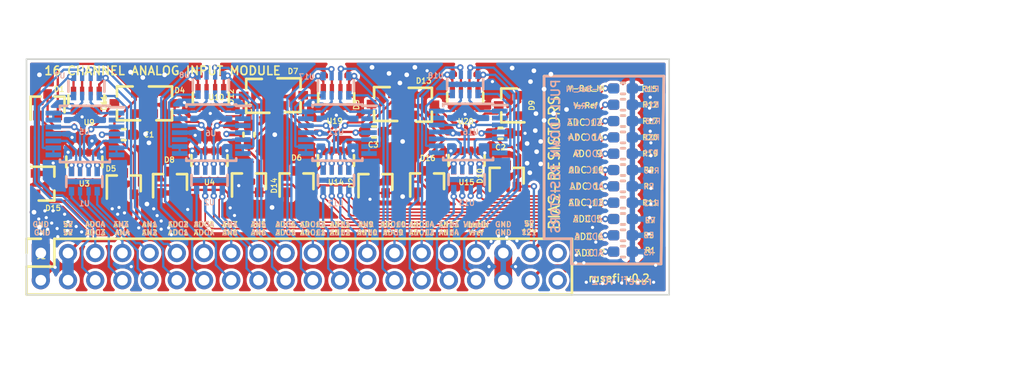
<source format=kicad_pcb>
(kicad_pcb (version 20171130) (host pcbnew "(5.1.0-rc2-21-g16b3c80a7)")
  (title_block (title "Analog Input Module") (date 2019-01-31) (rev R0.2))
  (layers (0 F.Cu signal) (31 B.Cu signal) (34 B.Paste user hide) (35 F.Paste user hide) (36 B.SilkS user) (37 F.SilkS user) (38 B.Mask user hide) (39 F.Mask user hide) (44 Edge.Cuts user))
  (net 0 "")
  (net 1 GND)
  (net 2 /5V)
  (net 3 /ADC_8)
  (net 4 /ADC_4)
  (net 5 /ADC_7)
  (net 6 /ADC_6)
  (net 7 /ADC_5)
  (net 8 /ADC_12)
  (net 9 "Net-(R12-Pad1)")
  (net 10 "Net-(R15-Pad1)")
  (net 11 /ADC_14)
  (net 12 /ADC_9)
  (net 13 /ADC_13)
  (net 14 /ADC_2)
  (net 15 /ADC_3)
  (net 16 /ADC_1)
  (net 17 "Net-(U5-Pad13)")
  (net 18 "Net-(U5-Pad8)")
  (net 19 "Net-(U5-Pad6)")
  (net 20 "Net-(U5-Pad1)")
  (net 21 "Net-(U6-Pad13)")
  (net 22 "Net-(U6-Pad8)")
  (net 23 "Net-(U6-Pad6)")
  (net 24 "Net-(U6-Pad1)")
  (net 25 /ADC_4_MCU)
  (net 26 /ADC_3_MCU)
  (net 27 /ADC_1_MCU)
  (net 28 /ADC_2_MCU)
  (net 29 /ADC_8_MCU)
  (net 30 /ADC_7_MCU)
  (net 31 /ADC_5_MCU)
  (net 32 /ADC_6_MCU)
  (net 33 "Net-(U11-Pad13)")
  (net 34 "Net-(U11-Pad8)")
  (net 35 "Net-(U11-Pad6)")
  (net 36 "Net-(U11-Pad1)")
  (net 37 /ADC_10)
  (net 38 /ADC_11)
  (net 39 "Net-(U16-Pad13)")
  (net 40 "Net-(U16-Pad8)")
  (net 41 "Net-(U16-Pad6)")
  (net 42 "Net-(U16-Pad1)")
  (net 43 /ADC_12_MCU)
  (net 44 /ADC_11_MCU)
  (net 45 /ADC_9_MCU)
  (net 46 /ADC_10_MCU)
  (net 47 /Vref)
  (net 48 /ADC_13_MCU)
  (net 49 /ADC_14_MCU)
  (net 50 "Net-(J1-Pad40)")
  (net 51 "Net-(J1-Pad39)")
  (net 52 /U-Batt)
  (net 53 /U-Batt_MCU)
  (net 54 "Net-(D1-Pad3)")
  (net 55 "Net-(D2-Pad3)")
  (net 56 "Net-(D3-Pad3)")
  (net 57 "Net-(D4-Pad3)")
  (net 58 "Net-(D5-Pad3)")
  (net 59 "Net-(D6-Pad3)")
  (net 60 "Net-(D7-Pad3)")
  (net 61 "Net-(D8-Pad3)")
  (net 62 "Net-(D9-Pad3)")
  (net 63 "Net-(D10-Pad3)")
  (net 64 "Net-(D11-Pad3)")
  (net 65 "Net-(D12-Pad3)")
  (net 66 "Net-(D13-Pad3)")
  (net 67 "Net-(D14-Pad3)")
  (net 68 "Net-(D15-Pad3)")
  (net 69 "Net-(D16-Pad3)")
  (module Package_TO_SOT_SMD:SOT-23 (layer F.Cu) (at 29.083 31.623 90)
    (fp_text reference D5 (at 1.397 -1.2065 -180) (layer F.SilkS) (effects (font (size 0.5 0.5) (thickness 0.1))))
    (fp_text value BAS70-04FILM)
    (pad 3 smd rect (at 1 0 90) (size 0.9 0.8) (layers F.Cu F.Paste F.Mask) (net 58 "Net-(D5-Pad3)"))
    (pad 2 smd rect (at -1 0.95 90) (size 0.9 0.8) (layers F.Cu F.Paste F.Mask) (net 2 /5V))
    (pad 1 smd rect (at -1 -0.95 90) (size 0.9 0.8) (layers F.Cu F.Paste F.Mask) (net 1 GND))
  )
  (module Package_SO:TSSOP-14_4.4x5mm_P0.65mm (layer B.Cu) (at 61.23559 26.797 180)
    (fp_text reference U16 (at -0.23241 0 180) (layer B.SilkS) (effects (font (size 0.5 0.5) (thickness 0.1)) (justify mirror)))
    (fp_text value MCP6004)
    (pad 14 smd rect (at 2.95 1.95 180) (size 1.45 0.45) (layers B.Cu B.Paste B.Mask) (net 39 "Net-(U16-Pad13)"))
    (pad 13 smd rect (at 2.95 1.3 180) (size 1.45 0.45) (layers B.Cu B.Paste B.Mask) (net 39 "Net-(U16-Pad13)"))
    (pad 12 smd rect (at 2.95 0.65 180) (size 1.45 0.45) (layers B.Cu B.Paste B.Mask) (net 66 "Net-(D13-Pad3)"))
    (pad 11 smd rect (at 2.95 0 180) (size 1.45 0.45) (layers B.Cu B.Paste B.Mask) (net 1 GND))
    (pad 10 smd rect (at 2.95 -0.65 180) (size 1.45 0.45) (layers B.Cu B.Paste B.Mask) (net 69 "Net-(D16-Pad3)"))
    (pad 9 smd rect (at 2.95 -1.3 180) (size 1.45 0.45) (layers B.Cu B.Paste B.Mask) (net 40 "Net-(U16-Pad8)"))
    (pad 8 smd rect (at 2.95 -1.95 180) (size 1.45 0.45) (layers B.Cu B.Paste B.Mask) (net 40 "Net-(U16-Pad8)"))
    (pad 7 smd rect (at -2.95 -1.95 180) (size 1.45 0.45) (layers B.Cu B.Paste B.Mask) (net 41 "Net-(U16-Pad6)"))
    (pad 6 smd rect (at -2.95 -1.3 180) (size 1.45 0.45) (layers B.Cu B.Paste B.Mask) (net 41 "Net-(U16-Pad6)"))
    (pad 5 smd rect (at -2.95 -0.65 180) (size 1.45 0.45) (layers B.Cu B.Paste B.Mask) (net 63 "Net-(D10-Pad3)"))
    (pad 4 smd rect (at -2.95 0 180) (size 1.45 0.45) (layers B.Cu B.Paste B.Mask) (net 2 /5V))
    (pad 3 smd rect (at -2.95 0.65 180) (size 1.45 0.45) (layers B.Cu B.Paste B.Mask) (net 62 "Net-(D9-Pad3)"))
    (pad 2 smd rect (at -2.95 1.3 180) (size 1.45 0.45) (layers B.Cu B.Paste B.Mask) (net 42 "Net-(U16-Pad1)"))
    (pad 1 smd rect (at -2.95 1.95 180) (size 1.45 0.45) (layers B.Cu B.Paste B.Mask) (net 42 "Net-(U16-Pad1)"))
  )
  (module Package_TO_SOT_SMD:SOT-23 (layer F.Cu) (at 57.404 31.4325 90)
    (fp_text reference D16 (at 2.1844 0.0508 -180) (layer F.SilkS) (effects (font (size 0.5 0.5) (thickness 0.1))))
    (fp_text value BAS70-04FILM)
    (pad 3 smd rect (at 1 0 90) (size 0.9 0.8) (layers F.Cu F.Paste F.Mask) (net 69 "Net-(D16-Pad3)"))
    (pad 2 smd rect (at -1 0.95 90) (size 0.9 0.8) (layers F.Cu F.Paste F.Mask) (net 2 /5V))
    (pad 1 smd rect (at -1 -0.95 90) (size 0.9 0.8) (layers F.Cu F.Paste F.Mask) (net 1 GND))
  )
  (module Package_TO_SOT_SMD:SOT-23 (layer F.Cu) (at 21.844 31.623)
    (fp_text reference D15 (at 0.635 2.286) (layer F.SilkS) (effects (font (size 0.5 0.5) (thickness 0.1))))
    (fp_text value BAS70-04FILM)
    (pad 3 smd rect (at 1 0) (size 0.9 0.8) (layers F.Cu F.Paste F.Mask) (net 68 "Net-(D15-Pad3)"))
    (pad 2 smd rect (at -1 0.95) (size 0.9 0.8) (layers F.Cu F.Paste F.Mask) (net 2 /5V))
    (pad 1 smd rect (at -1 -0.95) (size 0.9 0.8) (layers F.Cu F.Paste F.Mask) (net 1 GND))
  )
  (module Package_TO_SOT_SMD:SOT-23 (layer F.Cu) (at 40.767 31.4325 90)
    (fp_text reference D14 (at -0.381 2.3495 90) (layer F.SilkS) (effects (font (size 0.5 0.5) (thickness 0.1))))
    (fp_text value BAS70-04FILM)
    (pad 3 smd rect (at 1 0 90) (size 0.9 0.8) (layers F.Cu F.Paste F.Mask) (net 67 "Net-(D14-Pad3)"))
    (pad 2 smd rect (at -1 0.95 90) (size 0.9 0.8) (layers F.Cu F.Paste F.Mask) (net 2 /5V))
    (pad 1 smd rect (at -1 -0.95 90) (size 0.9 0.8) (layers F.Cu F.Paste F.Mask) (net 1 GND))
  )
  (module Package_TO_SOT_SMD:SOT-23 (layer F.Cu) (at 57.0865 24.257)
    (fp_text reference D13 (at 0 -2.2352) (layer F.SilkS) (effects (font (size 0.5 0.5) (thickness 0.1))))
    (fp_text value BAS70-04FILM)
    (pad 3 smd rect (at 1 0) (size 0.9 0.8) (layers F.Cu F.Paste F.Mask) (net 66 "Net-(D13-Pad3)"))
    (pad 2 smd rect (at -1 0.95) (size 0.9 0.8) (layers F.Cu F.Paste F.Mask) (net 2 /5V))
    (pad 1 smd rect (at -1 -0.95) (size 0.9 0.8) (layers F.Cu F.Paste F.Mask) (net 1 GND))
  )
  (module Package_TO_SOT_SMD:SOT-23 (layer F.Cu) (at 41.275 23.4315 180)
    (fp_text reference D12 (at 2.1844 -0.0508 -90) (layer F.SilkS) (effects (font (size 0.5 0.5) (thickness 0.1))))
    (fp_text value BAS70-04FILM)
    (pad 3 smd rect (at 1 0 180) (size 0.9 0.8) (layers F.Cu F.Paste F.Mask) (net 65 "Net-(D12-Pad3)"))
    (pad 2 smd rect (at -1 0.95 180) (size 0.9 0.8) (layers F.Cu F.Paste F.Mask) (net 2 /5V))
    (pad 1 smd rect (at -1 -0.95 180) (size 0.9 0.8) (layers F.Cu F.Paste F.Mask) (net 1 GND))
  )
  (module Package_TO_SOT_SMD:SOT-23 (layer F.Cu) (at 29.21 24.13 180)
    (fp_text reference D11 (at 1.9812 0.0508 90) (layer F.SilkS) (effects (font (size 0.5 0.5) (thickness 0.1))))
    (fp_text value BAS70-04FILM)
    (pad 3 smd rect (at 1 0 180) (size 0.9 0.8) (layers F.Cu F.Paste F.Mask) (net 64 "Net-(D11-Pad3)"))
    (pad 2 smd rect (at -1 0.95 180) (size 0.9 0.8) (layers F.Cu F.Paste F.Mask) (net 2 /5V))
    (pad 1 smd rect (at -1 -0.95 180) (size 0.9 0.8) (layers F.Cu F.Paste F.Mask) (net 1 GND))
  )
  (module Package_TO_SOT_SMD:SOT-23 (layer F.Cu) (at 64.8335 30.9085 90)
    (fp_text reference D10 (at 0 -2.5 90) (layer F.SilkS) (effects (font (size 0.5 0.5) (thickness 0.1))))
    (fp_text value BAS70-04FILM)
    (pad 3 smd rect (at 1 0 90) (size 0.9 0.8) (layers F.Cu F.Paste F.Mask) (net 63 "Net-(D10-Pad3)"))
    (pad 2 smd rect (at -1 0.95 90) (size 0.9 0.8) (layers F.Cu F.Paste F.Mask) (net 2 /5V))
    (pad 1 smd rect (at -1 -0.95 90) (size 0.9 0.8) (layers F.Cu F.Paste F.Mask) (net 1 GND))
  )
  (module Package_TO_SOT_SMD:SOT-23 (layer F.Cu) (at 65.0875 24.3205 180)
    (fp_text reference D9 (at -2.0828 0 -90) (layer F.SilkS) (effects (font (size 0.5 0.5) (thickness 0.1))))
    (fp_text value BAS70-04FILM)
    (pad 3 smd rect (at 1 0 180) (size 0.9 0.8) (layers F.Cu F.Paste F.Mask) (net 62 "Net-(D9-Pad3)"))
    (pad 2 smd rect (at -1 0.95 180) (size 0.9 0.8) (layers F.Cu F.Paste F.Mask) (net 2 /5V))
    (pad 1 smd rect (at -1 -0.95 180) (size 0.9 0.8) (layers F.Cu F.Paste F.Mask) (net 1 GND))
  )
  (module Package_TO_SOT_SMD:SOT-23 (layer F.Cu) (at 33.401 31.496 90)
    (fp_text reference D8 (at 2.0955 -0.0635 -180) (layer F.SilkS) (effects (font (size 0.5 0.5) (thickness 0.1))))
    (fp_text value BAS70-04FILM)
    (pad 3 smd rect (at 1 0 90) (size 0.9 0.8) (layers F.Cu F.Paste F.Mask) (net 61 "Net-(D8-Pad3)"))
    (pad 2 smd rect (at -1 0.95 90) (size 0.9 0.8) (layers F.Cu F.Paste F.Mask) (net 2 /5V))
    (pad 1 smd rect (at -1 -0.95 90) (size 0.9 0.8) (layers F.Cu F.Paste F.Mask) (net 1 GND))
  )
  (module Package_TO_SOT_SMD:SOT-23 (layer F.Cu) (at 44.831 23.368)
    (fp_text reference D7 (at 0.0508 -2.2352) (layer F.SilkS) (effects (font (size 0.5 0.5) (thickness 0.1))))
    (fp_text value BAS70-04FILM)
    (pad 3 smd rect (at 1 0) (size 0.9 0.8) (layers F.Cu F.Paste F.Mask) (net 60 "Net-(D7-Pad3)"))
    (pad 2 smd rect (at -1 0.95) (size 0.9 0.8) (layers F.Cu F.Paste F.Mask) (net 2 /5V))
    (pad 1 smd rect (at -1 -0.95) (size 0.9 0.8) (layers F.Cu F.Paste F.Mask) (net 1 GND))
  )
  (module Package_TO_SOT_SMD:SOT-23 (layer F.Cu) (at 45.212 31.4325 90)
    (fp_text reference D6 (at 2.2225 0 -180) (layer F.SilkS) (effects (font (size 0.5 0.5) (thickness 0.1))))
    (fp_text value BAS70-04FILM)
    (pad 3 smd rect (at 1 0 90) (size 0.9 0.8) (layers F.Cu F.Paste F.Mask) (net 59 "Net-(D6-Pad3)"))
    (pad 2 smd rect (at -1 0.95 90) (size 0.9 0.8) (layers F.Cu F.Paste F.Mask) (net 2 /5V))
    (pad 1 smd rect (at -1 -0.95 90) (size 0.9 0.8) (layers F.Cu F.Paste F.Mask) (net 1 GND))
  )
  (module Package_TO_SOT_SMD:SOT-23 (layer F.Cu) (at 32.8295 24.13)
    (fp_text reference D4 (at 1.4732 -1.2192 -180) (layer F.SilkS) (effects (font (size 0.5 0.5) (thickness 0.1))))
    (fp_text value BAS70-04FILM)
    (pad 3 smd rect (at 1 0) (size 0.9 0.8) (layers F.Cu F.Paste F.Mask) (net 57 "Net-(D4-Pad3)"))
    (pad 2 smd rect (at -1 0.95) (size 0.9 0.8) (layers F.Cu F.Paste F.Mask) (net 2 /5V))
    (pad 1 smd rect (at -1 -0.95) (size 0.9 0.8) (layers F.Cu F.Paste F.Mask) (net 1 GND))
  )
  (module Package_TO_SOT_SMD:SOT-23 (layer F.Cu) (at 53.213 24.1935 180)
    (fp_text reference D3 (at 2.413 -0.0635 -90) (layer F.SilkS) (effects (font (size 0.5 0.5) (thickness 0.1))))
    (fp_text value BAS70-04FILM)
    (pad 3 smd rect (at 1 0 180) (size 0.9 0.8) (layers F.Cu F.Paste F.Mask) (net 56 "Net-(D3-Pad3)"))
    (pad 2 smd rect (at -1 0.95 180) (size 0.9 0.8) (layers F.Cu F.Paste F.Mask) (net 2 /5V))
    (pad 1 smd rect (at -1 -0.95 180) (size 0.9 0.8) (layers F.Cu F.Paste F.Mask) (net 1 GND))
  )
  (module Package_TO_SOT_SMD:SOT-23 (layer F.Cu) (at 52.578 31.496 90)
    (fp_text reference D2 (at -0.0635 -2.2225 90) (layer F.SilkS) (effects (font (size 0.5 0.5) (thickness 0.1))))
    (fp_text value BAS70-04FILM)
    (pad 3 smd rect (at 1 0 90) (size 0.9 0.8) (layers F.Cu F.Paste F.Mask) (net 55 "Net-(D2-Pad3)"))
    (pad 2 smd rect (at -1 0.95 90) (size 0.9 0.8) (layers F.Cu F.Paste F.Mask) (net 2 /5V))
    (pad 1 smd rect (at -1 -0.95 90) (size 0.9 0.8) (layers F.Cu F.Paste F.Mask) (net 1 GND))
  )
  (module Package_TO_SOT_SMD:SOT-23 (layer F.Cu) (at 21.971 24.257 90)
    (fp_text reference D1 (at 1.4605 1.0795 -180) (layer F.SilkS) (effects (font (size 0.5 0.5) (thickness 0.1))))
    (fp_text value BAS70-04FILM)
    (pad 3 smd rect (at 1 0 90) (size 0.9 0.8) (layers F.Cu F.Paste F.Mask) (net 54 "Net-(D1-Pad3)"))
    (pad 2 smd rect (at -1 0.95 90) (size 0.9 0.8) (layers F.Cu F.Paste F.Mask) (net 2 /5V))
    (pad 1 smd rect (at -1 -0.95 90) (size 0.9 0.8) (layers F.Cu F.Paste F.Mask) (net 1 GND))
  )
  (module Resistor_SMD:R_Array_Convex_4x0603 (layer B.Cu) (at 37.084 31.3055 90)
    (fp_text reference U2 (at -2.0701 0 180) (layer B.SilkS) (effects (font (size 0.5 0.5) (thickness 0.1)) (justify mirror)))
    (fp_text value 10K)
    (pad 5 smd rect (at 0.9 -1.2 90) (size 0.8 0.5) (layers B.Cu B.Paste B.Mask) (net 61 "Net-(D8-Pad3)"))
    (pad 6 smd rect (at 0.9 -0.4 90) (size 0.8 0.4) (layers B.Cu B.Paste B.Mask) (net 57 "Net-(D4-Pad3)"))
    (pad 8 smd rect (at 0.9 1.2 90) (size 0.8 0.5) (layers B.Cu B.Paste B.Mask) (net 67 "Net-(D14-Pad3)"))
    (pad 7 smd rect (at 0.9 0.4 90) (size 0.8 0.4) (layers B.Cu B.Paste B.Mask) (net 65 "Net-(D12-Pad3)"))
    (pad 4 smd rect (at -0.9 -1.2 90) (size 0.8 0.5) (layers B.Cu B.Paste B.Mask) (net 3 /ADC_8))
    (pad 2 smd rect (at -0.9 0.4 90) (size 0.8 0.4) (layers B.Cu B.Paste B.Mask) (net 6 /ADC_6))
    (pad 3 smd rect (at -0.9 -0.4 90) (size 0.8 0.4) (layers B.Cu B.Paste B.Mask) (net 5 /ADC_7))
    (pad 1 smd rect (at -0.9 1.2 90) (size 0.8 0.5) (layers B.Cu B.Paste B.Mask) (net 7 /ADC_5))
  )
  (module Connector_PinSocket_2.54mm:PinSocket_2x20_P2.54mm_Vertical (layer F.Cu) (at 21.336 38.1 90)
    (fp_text reference J1 (at -0.3048 0.0508 180) (layer F.SilkS) (effects (font (size 0.5 0.5) (thickness 0.1))))
    (fp_text value Conn_02x20_Odd_Even)
    (pad 40 thru_hole oval (at -2.54 48.26 90) (size 1.7 1.7) (drill 1) (layers *.Cu *.Mask) (net 50 "Net-(J1-Pad40)"))
    (pad 39 thru_hole oval (at 0 48.26 90) (size 1.7 1.7) (drill 1) (layers *.Cu *.Mask) (net 51 "Net-(J1-Pad39)"))
    (pad 38 thru_hole oval (at -2.54 45.72 90) (size 1.7 1.7) (drill 1) (layers *.Cu *.Mask) (net 52 /U-Batt))
    (pad 37 thru_hole oval (at 0 45.72 90) (size 1.7 1.7) (drill 1) (layers *.Cu *.Mask) (net 2 /5V))
    (pad 36 thru_hole oval (at -2.54 43.18 90) (size 1.7 1.7) (drill 1) (layers *.Cu *.Mask) (net 1 GND))
    (pad 35 thru_hole oval (at 0 43.18 90) (size 1.7 1.7) (drill 1) (layers *.Cu *.Mask) (net 1 GND))
    (pad 34 thru_hole oval (at -2.54 40.64 90) (size 1.7 1.7) (drill 1) (layers *.Cu *.Mask) (net 47 /Vref))
    (pad 33 thru_hole oval (at 0 40.64 90) (size 1.7 1.7) (drill 1) (layers *.Cu *.Mask) (net 53 /U-Batt_MCU))
    (pad 32 thru_hole oval (at -2.54 38.1 90) (size 1.7 1.7) (drill 1) (layers *.Cu *.Mask) (net 11 /ADC_14))
    (pad 31 thru_hole oval (at 0 38.1 90) (size 1.7 1.7) (drill 1) (layers *.Cu *.Mask) (net 13 /ADC_13))
    (pad 30 thru_hole oval (at -2.54 35.56 90) (size 1.7 1.7) (drill 1) (layers *.Cu *.Mask) (net 48 /ADC_13_MCU))
    (pad 29 thru_hole oval (at 0 35.56 90) (size 1.7 1.7) (drill 1) (layers *.Cu *.Mask) (net 49 /ADC_14_MCU))
    (pad 28 thru_hole oval (at -2.54 33.02 90) (size 1.7 1.7) (drill 1) (layers *.Cu *.Mask) (net 45 /ADC_9_MCU))
    (pad 27 thru_hole oval (at 0 33.02 90) (size 1.7 1.7) (drill 1) (layers *.Cu *.Mask) (net 46 /ADC_10_MCU))
    (pad 26 thru_hole oval (at -2.54 30.48 90) (size 1.7 1.7) (drill 1) (layers *.Cu *.Mask) (net 37 /ADC_10))
    (pad 25 thru_hole oval (at 0 30.48 90) (size 1.7 1.7) (drill 1) (layers *.Cu *.Mask) (net 12 /ADC_9))
    (pad 24 thru_hole oval (at -2.54 27.94 90) (size 1.7 1.7) (drill 1) (layers *.Cu *.Mask) (net 8 /ADC_12))
    (pad 23 thru_hole oval (at 0 27.94 90) (size 1.7 1.7) (drill 1) (layers *.Cu *.Mask) (net 38 /ADC_11))
    (pad 22 thru_hole oval (at -2.54 25.4 90) (size 1.7 1.7) (drill 1) (layers *.Cu *.Mask) (net 44 /ADC_11_MCU))
    (pad 21 thru_hole oval (at 0 25.4 90) (size 1.7 1.7) (drill 1) (layers *.Cu *.Mask) (net 43 /ADC_12_MCU))
    (pad 20 thru_hole oval (at -2.54 22.86 90) (size 1.7 1.7) (drill 1) (layers *.Cu *.Mask) (net 31 /ADC_5_MCU))
    (pad 19 thru_hole oval (at 0 22.86 90) (size 1.7 1.7) (drill 1) (layers *.Cu *.Mask) (net 32 /ADC_6_MCU))
    (pad 18 thru_hole oval (at -2.54 20.32 90) (size 1.7 1.7) (drill 1) (layers *.Cu *.Mask) (net 6 /ADC_6))
    (pad 17 thru_hole oval (at 0 20.32 90) (size 1.7 1.7) (drill 1) (layers *.Cu *.Mask) (net 7 /ADC_5))
    (pad 16 thru_hole oval (at -2.54 17.78 90) (size 1.7 1.7) (drill 1) (layers *.Cu *.Mask) (net 3 /ADC_8))
    (pad 15 thru_hole oval (at 0 17.78 90) (size 1.7 1.7) (drill 1) (layers *.Cu *.Mask) (net 5 /ADC_7))
    (pad 14 thru_hole oval (at -2.54 15.24 90) (size 1.7 1.7) (drill 1) (layers *.Cu *.Mask) (net 30 /ADC_7_MCU))
    (pad 13 thru_hole oval (at 0 15.24 90) (size 1.7 1.7) (drill 1) (layers *.Cu *.Mask) (net 29 /ADC_8_MCU))
    (pad 12 thru_hole oval (at -2.54 12.7 90) (size 1.7 1.7) (drill 1) (layers *.Cu *.Mask) (net 27 /ADC_1_MCU))
    (pad 11 thru_hole oval (at 0 12.7 90) (size 1.7 1.7) (drill 1) (layers *.Cu *.Mask) (net 28 /ADC_2_MCU))
    (pad 10 thru_hole oval (at -2.54 10.16 90) (size 1.7 1.7) (drill 1) (layers *.Cu *.Mask) (net 14 /ADC_2))
    (pad 9 thru_hole oval (at 0 10.16 90) (size 1.7 1.7) (drill 1) (layers *.Cu *.Mask) (net 16 /ADC_1))
    (pad 8 thru_hole oval (at -2.54 7.62 90) (size 1.7 1.7) (drill 1) (layers *.Cu *.Mask) (net 4 /ADC_4))
    (pad 7 thru_hole oval (at 0 7.62 90) (size 1.7 1.7) (drill 1) (layers *.Cu *.Mask) (net 15 /ADC_3))
    (pad 6 thru_hole oval (at -2.54 5.08 90) (size 1.7 1.7) (drill 1) (layers *.Cu *.Mask) (net 26 /ADC_3_MCU))
    (pad 5 thru_hole oval (at 0 5.08 90) (size 1.7 1.7) (drill 1) (layers *.Cu *.Mask) (net 25 /ADC_4_MCU))
    (pad 4 thru_hole oval (at -2.54 2.54 90) (size 1.7 1.7) (drill 1) (layers *.Cu *.Mask) (net 2 /5V))
    (pad 3 thru_hole oval (at 0 2.54 90) (size 1.7 1.7) (drill 1) (layers *.Cu *.Mask) (net 2 /5V))
    (pad 2 thru_hole oval (at -2.54 0 90) (size 1.7 1.7) (drill 1) (layers *.Cu *.Mask) (net 1 GND))
    (pad 1 thru_hole rect (at 0 0 90) (size 1.7 1.7) (drill 1) (layers *.Cu *.Mask) (net 1 GND))
  )
  (module Resistor_SMD:R_Array_Convex_4x0603 (layer F.Cu) (at 60.96 23.622 270)
    (fp_text reference U20 (at 2.1844 -0.0508) (layer F.SilkS) (effects (font (size 0.5 0.5) (thickness 0.1))))
    (fp_text value 1.5K)
    (pad 5 smd rect (at 0.9 1.2 270) (size 0.8 0.5) (layers F.Cu F.Paste F.Mask) (net 1 GND))
    (pad 6 smd rect (at 0.9 0.4 270) (size 0.8 0.4) (layers F.Cu F.Paste F.Mask) (net 1 GND))
    (pad 8 smd rect (at 0.9 -1.2 270) (size 0.8 0.5) (layers F.Cu F.Paste F.Mask) (net 1 GND))
    (pad 7 smd rect (at 0.9 -0.4 270) (size 0.8 0.4) (layers F.Cu F.Paste F.Mask) (net 1 GND))
    (pad 4 smd rect (at -0.9 1.2 270) (size 0.8 0.5) (layers F.Cu F.Paste F.Mask) (net 49 /ADC_14_MCU))
    (pad 2 smd rect (at -0.9 -0.4 270) (size 0.8 0.4) (layers F.Cu F.Paste F.Mask) (net 53 /U-Batt_MCU))
    (pad 3 smd rect (at -0.9 0.4 270) (size 0.8 0.4) (layers F.Cu F.Paste F.Mask) (net 48 /ADC_13_MCU))
    (pad 1 smd rect (at -0.9 -1.2 270) (size 0.8 0.5) (layers F.Cu F.Paste F.Mask) (net 47 /Vref))
  )
  (module Resistor_SMD:R_Array_Convex_4x0603 (layer F.Cu) (at 48.914 23.622 270)
    (fp_text reference U19 (at 2.159 0.146) (layer F.SilkS) (effects (font (size 0.5 0.5) (thickness 0.1))))
    (fp_text value 1.5K)
    (pad 5 smd rect (at 0.9 1.2 270) (size 0.8 0.5) (layers F.Cu F.Paste F.Mask) (net 1 GND))
    (pad 6 smd rect (at 0.9 0.4 270) (size 0.8 0.4) (layers F.Cu F.Paste F.Mask) (net 1 GND))
    (pad 8 smd rect (at 0.9 -1.2 270) (size 0.8 0.5) (layers F.Cu F.Paste F.Mask) (net 1 GND))
    (pad 7 smd rect (at 0.9 -0.4 270) (size 0.8 0.4) (layers F.Cu F.Paste F.Mask) (net 1 GND))
    (pad 4 smd rect (at -0.9 1.2 270) (size 0.8 0.5) (layers F.Cu F.Paste F.Mask) (net 43 /ADC_12_MCU))
    (pad 2 smd rect (at -0.9 -0.4 270) (size 0.8 0.4) (layers F.Cu F.Paste F.Mask) (net 46 /ADC_10_MCU))
    (pad 3 smd rect (at -0.9 0.4 270) (size 0.8 0.4) (layers F.Cu F.Paste F.Mask) (net 44 /ADC_11_MCU))
    (pad 1 smd rect (at -0.9 -1.2 270) (size 0.8 0.5) (layers F.Cu F.Paste F.Mask) (net 45 /ADC_9_MCU))
  )
  (module Resistor_SMD:R_Array_Convex_4x0603 (layer B.Cu) (at 60.95661 22.352 90)
    (fp_text reference U18 (at 0.8128 -2.73981 180) (layer B.SilkS) (effects (font (size 0.5 0.5) (thickness 0.1)) (justify mirror)))
    (fp_text value 1K)
    (pad 5 smd rect (at 0.9 -1.2 90) (size 0.8 0.5) (layers B.Cu B.Paste B.Mask) (net 49 /ADC_14_MCU))
    (pad 6 smd rect (at 0.9 -0.4 90) (size 0.8 0.4) (layers B.Cu B.Paste B.Mask) (net 48 /ADC_13_MCU))
    (pad 8 smd rect (at 0.9 1.2 90) (size 0.8 0.5) (layers B.Cu B.Paste B.Mask) (net 47 /Vref))
    (pad 7 smd rect (at 0.9 0.4 90) (size 0.8 0.4) (layers B.Cu B.Paste B.Mask) (net 53 /U-Batt_MCU))
    (pad 4 smd rect (at -0.9 -1.2 90) (size 0.8 0.5) (layers B.Cu B.Paste B.Mask) (net 40 "Net-(U16-Pad8)"))
    (pad 2 smd rect (at -0.9 0.4 90) (size 0.8 0.4) (layers B.Cu B.Paste B.Mask) (net 42 "Net-(U16-Pad1)"))
    (pad 3 smd rect (at -0.9 -0.4 90) (size 0.8 0.4) (layers B.Cu B.Paste B.Mask) (net 39 "Net-(U16-Pad13)"))
    (pad 1 smd rect (at -0.9 1.2 90) (size 0.8 0.5) (layers B.Cu B.Paste B.Mask) (net 41 "Net-(U16-Pad6)"))
  )
  (module Resistor_SMD:R_Array_Convex_4x0603 (layer B.Cu) (at 48.89172 22.479 90)
    (fp_text reference U17 (at 0.8382 -2.71452 180) (layer B.SilkS) (effects (font (size 0.5 0.5) (thickness 0.1)) (justify mirror)))
    (fp_text value 1K)
    (pad 5 smd rect (at 0.9 -1.2 90) (size 0.8 0.5) (layers B.Cu B.Paste B.Mask) (net 43 /ADC_12_MCU))
    (pad 6 smd rect (at 0.9 -0.4 90) (size 0.8 0.4) (layers B.Cu B.Paste B.Mask) (net 44 /ADC_11_MCU))
    (pad 8 smd rect (at 0.9 1.2 90) (size 0.8 0.5) (layers B.Cu B.Paste B.Mask) (net 45 /ADC_9_MCU))
    (pad 7 smd rect (at 0.9 0.4 90) (size 0.8 0.4) (layers B.Cu B.Paste B.Mask) (net 46 /ADC_10_MCU))
    (pad 4 smd rect (at -0.9 -1.2 90) (size 0.8 0.5) (layers B.Cu B.Paste B.Mask) (net 34 "Net-(U11-Pad8)"))
    (pad 2 smd rect (at -0.9 0.4 90) (size 0.8 0.4) (layers B.Cu B.Paste B.Mask) (net 36 "Net-(U11-Pad1)"))
    (pad 3 smd rect (at -0.9 -0.4 90) (size 0.8 0.4) (layers B.Cu B.Paste B.Mask) (net 33 "Net-(U11-Pad13)"))
    (pad 1 smd rect (at -0.9 1.2 90) (size 0.8 0.5) (layers B.Cu B.Paste B.Mask) (net 35 "Net-(U11-Pad6)"))
  )
  (module Resistor_SMD:R_Array_Convex_4x0603 (layer F.Cu) (at 61.087 29.464 90)
    (fp_text reference U15 (at -2.032 0 180) (layer F.SilkS) (effects (font (size 0.5 0.5) (thickness 0.1))))
    (fp_text value 10nF)
    (pad 5 smd rect (at 0.9 1.2 90) (size 0.8 0.5) (layers F.Cu F.Paste F.Mask) (net 1 GND))
    (pad 6 smd rect (at 0.9 0.4 90) (size 0.8 0.4) (layers F.Cu F.Paste F.Mask) (net 1 GND))
    (pad 8 smd rect (at 0.9 -1.2 90) (size 0.8 0.5) (layers F.Cu F.Paste F.Mask) (net 1 GND))
    (pad 7 smd rect (at 0.9 -0.4 90) (size 0.8 0.4) (layers F.Cu F.Paste F.Mask) (net 1 GND))
    (pad 4 smd rect (at -0.9 1.2 90) (size 0.8 0.5) (layers F.Cu F.Paste F.Mask) (net 63 "Net-(D10-Pad3)"))
    (pad 2 smd rect (at -0.9 -0.4 90) (size 0.8 0.4) (layers F.Cu F.Paste F.Mask) (net 66 "Net-(D13-Pad3)"))
    (pad 3 smd rect (at -0.9 0.4 90) (size 0.8 0.4) (layers F.Cu F.Paste F.Mask) (net 62 "Net-(D9-Pad3)"))
    (pad 1 smd rect (at -0.9 -1.2 90) (size 0.8 0.5) (layers F.Cu F.Paste F.Mask) (net 69 "Net-(D16-Pad3)"))
  )
  (module Resistor_SMD:R_Array_Convex_4x0603 (layer F.Cu) (at 48.895 29.464 90)
    (fp_text reference U14 (at -2.032 0 180) (layer F.SilkS) (effects (font (size 0.5 0.5) (thickness 0.1))))
    (fp_text value 10nF)
    (pad 5 smd rect (at 0.9 1.2 90) (size 0.8 0.5) (layers F.Cu F.Paste F.Mask) (net 1 GND))
    (pad 6 smd rect (at 0.9 0.4 90) (size 0.8 0.4) (layers F.Cu F.Paste F.Mask) (net 1 GND))
    (pad 8 smd rect (at 0.9 -1.2 90) (size 0.8 0.5) (layers F.Cu F.Paste F.Mask) (net 1 GND))
    (pad 7 smd rect (at 0.9 -0.4 90) (size 0.8 0.4) (layers F.Cu F.Paste F.Mask) (net 1 GND))
    (pad 4 smd rect (at -0.9 1.2 90) (size 0.8 0.5) (layers F.Cu F.Paste F.Mask) (net 55 "Net-(D2-Pad3)"))
    (pad 2 smd rect (at -0.9 -0.4 90) (size 0.8 0.4) (layers F.Cu F.Paste F.Mask) (net 60 "Net-(D7-Pad3)"))
    (pad 3 smd rect (at -0.9 0.4 90) (size 0.8 0.4) (layers F.Cu F.Paste F.Mask) (net 56 "Net-(D3-Pad3)"))
    (pad 1 smd rect (at -0.9 -1.2 90) (size 0.8 0.5) (layers F.Cu F.Paste F.Mask) (net 59 "Net-(D6-Pad3)"))
  )
  (module Resistor_SMD:R_Array_Convex_4x0603 (layer B.Cu) (at 61.087 31.242 90)
    (fp_text reference U13 (at -2.1844 0.0254 180) (layer B.SilkS) (effects (font (size 0.5 0.5) (thickness 0.1)) (justify mirror)))
    (fp_text value 10K)
    (pad 5 smd rect (at 0.9 -1.2 90) (size 0.8 0.5) (layers B.Cu B.Paste B.Mask) (net 69 "Net-(D16-Pad3)"))
    (pad 6 smd rect (at 0.9 -0.4 90) (size 0.8 0.4) (layers B.Cu B.Paste B.Mask) (net 66 "Net-(D13-Pad3)"))
    (pad 8 smd rect (at 0.9 1.2 90) (size 0.8 0.5) (layers B.Cu B.Paste B.Mask) (net 63 "Net-(D10-Pad3)"))
    (pad 7 smd rect (at 0.9 0.4 90) (size 0.8 0.4) (layers B.Cu B.Paste B.Mask) (net 62 "Net-(D9-Pad3)"))
    (pad 4 smd rect (at -0.9 -1.2 90) (size 0.8 0.5) (layers B.Cu B.Paste B.Mask) (net 11 /ADC_14))
    (pad 2 smd rect (at -0.9 0.4 90) (size 0.8 0.4) (layers B.Cu B.Paste B.Mask) (net 10 "Net-(R15-Pad1)"))
    (pad 3 smd rect (at -0.9 -0.4 90) (size 0.8 0.4) (layers B.Cu B.Paste B.Mask) (net 13 /ADC_13))
    (pad 1 smd rect (at -0.9 1.2 90) (size 0.8 0.5) (layers B.Cu B.Paste B.Mask) (net 9 "Net-(R12-Pad1)"))
  )
  (module Resistor_SMD:R_Array_Convex_4x0603 (layer B.Cu) (at 48.895 31.3055 90)
    (fp_text reference U12 (at -2.1717 -0.0254 180) (layer B.SilkS) (effects (font (size 0.5 0.5) (thickness 0.1)) (justify mirror)))
    (fp_text value 10K)
    (pad 5 smd rect (at 0.9 -1.2 90) (size 0.8 0.5) (layers B.Cu B.Paste B.Mask) (net 59 "Net-(D6-Pad3)"))
    (pad 6 smd rect (at 0.9 -0.4 90) (size 0.8 0.4) (layers B.Cu B.Paste B.Mask) (net 60 "Net-(D7-Pad3)"))
    (pad 8 smd rect (at 0.9 1.2 90) (size 0.8 0.5) (layers B.Cu B.Paste B.Mask) (net 55 "Net-(D2-Pad3)"))
    (pad 7 smd rect (at 0.9 0.4 90) (size 0.8 0.4) (layers B.Cu B.Paste B.Mask) (net 56 "Net-(D3-Pad3)"))
    (pad 4 smd rect (at -0.9 -1.2 90) (size 0.8 0.5) (layers B.Cu B.Paste B.Mask) (net 8 /ADC_12))
    (pad 2 smd rect (at -0.9 0.4 90) (size 0.8 0.4) (layers B.Cu B.Paste B.Mask) (net 37 /ADC_10))
    (pad 3 smd rect (at -0.9 -0.4 90) (size 0.8 0.4) (layers B.Cu B.Paste B.Mask) (net 38 /ADC_11))
    (pad 1 smd rect (at -0.9 1.2 90) (size 0.8 0.5) (layers B.Cu B.Paste B.Mask) (net 12 /ADC_9))
  )
  (module Package_SO:TSSOP-14_4.4x5mm_P0.65mm (layer B.Cu) (at 49.03121 26.8605 180)
    (fp_text reference U11 (at 0.13621 0.0635 180) (layer B.SilkS) (effects (font (size 0.5 0.5) (thickness 0.1)) (justify mirror)))
    (fp_text value MCP6004)
    (pad 14 smd rect (at 2.95 1.95 180) (size 1.45 0.45) (layers B.Cu B.Paste B.Mask) (net 33 "Net-(U11-Pad13)"))
    (pad 13 smd rect (at 2.95 1.3 180) (size 1.45 0.45) (layers B.Cu B.Paste B.Mask) (net 33 "Net-(U11-Pad13)"))
    (pad 12 smd rect (at 2.95 0.65 180) (size 1.45 0.45) (layers B.Cu B.Paste B.Mask) (net 60 "Net-(D7-Pad3)"))
    (pad 11 smd rect (at 2.95 0 180) (size 1.45 0.45) (layers B.Cu B.Paste B.Mask) (net 1 GND))
    (pad 10 smd rect (at 2.95 -0.65 180) (size 1.45 0.45) (layers B.Cu B.Paste B.Mask) (net 59 "Net-(D6-Pad3)"))
    (pad 9 smd rect (at 2.95 -1.3 180) (size 1.45 0.45) (layers B.Cu B.Paste B.Mask) (net 34 "Net-(U11-Pad8)"))
    (pad 8 smd rect (at 2.95 -1.95 180) (size 1.45 0.45) (layers B.Cu B.Paste B.Mask) (net 34 "Net-(U11-Pad8)"))
    (pad 7 smd rect (at -2.95 -1.95 180) (size 1.45 0.45) (layers B.Cu B.Paste B.Mask) (net 35 "Net-(U11-Pad6)"))
    (pad 6 smd rect (at -2.95 -1.3 180) (size 1.45 0.45) (layers B.Cu B.Paste B.Mask) (net 35 "Net-(U11-Pad6)"))
    (pad 5 smd rect (at -2.95 -0.65 180) (size 1.45 0.45) (layers B.Cu B.Paste B.Mask) (net 55 "Net-(D2-Pad3)"))
    (pad 4 smd rect (at -2.95 0 180) (size 1.45 0.45) (layers B.Cu B.Paste B.Mask) (net 2 /5V))
    (pad 3 smd rect (at -2.95 0.65 180) (size 1.45 0.45) (layers B.Cu B.Paste B.Mask) (net 56 "Net-(D3-Pad3)"))
    (pad 2 smd rect (at -2.95 1.3 180) (size 1.45 0.45) (layers B.Cu B.Paste B.Mask) (net 36 "Net-(U11-Pad1)"))
    (pad 1 smd rect (at -2.95 1.95 180) (size 1.45 0.45) (layers B.Cu B.Paste B.Mask) (net 36 "Net-(U11-Pad1)"))
  )
  (module Resistor_SMD:R_Array_Convex_4x0603 (layer F.Cu) (at 37.211 23.622 270)
    (fp_text reference U10 (at -0.0635 -0.508) (layer F.SilkS) (effects (font (size 0.5 0.5) (thickness 0.1))))
    (fp_text value 1.5K)
    (pad 5 smd rect (at 0.9 1.2 270) (size 0.8 0.5) (layers F.Cu F.Paste F.Mask) (net 1 GND))
    (pad 6 smd rect (at 0.9 0.4 270) (size 0.8 0.4) (layers F.Cu F.Paste F.Mask) (net 1 GND))
    (pad 8 smd rect (at 0.9 -1.2 270) (size 0.8 0.5) (layers F.Cu F.Paste F.Mask) (net 1 GND))
    (pad 7 smd rect (at 0.9 -0.4 270) (size 0.8 0.4) (layers F.Cu F.Paste F.Mask) (net 1 GND))
    (pad 4 smd rect (at -0.9 1.2 270) (size 0.8 0.5) (layers F.Cu F.Paste F.Mask) (net 29 /ADC_8_MCU))
    (pad 2 smd rect (at -0.9 -0.4 270) (size 0.8 0.4) (layers F.Cu F.Paste F.Mask) (net 32 /ADC_6_MCU))
    (pad 3 smd rect (at -0.9 0.4 270) (size 0.8 0.4) (layers F.Cu F.Paste F.Mask) (net 30 /ADC_7_MCU))
    (pad 1 smd rect (at -0.9 -1.2 270) (size 0.8 0.5) (layers F.Cu F.Paste F.Mask) (net 31 /ADC_5_MCU))
  )
  (module Resistor_SMD:R_Array_Convex_4x0603 (layer F.Cu) (at 25.5905 23.876 270)
    (fp_text reference U9 (at 2.032 -0.254) (layer F.SilkS) (effects (font (size 0.5 0.5) (thickness 0.1))))
    (fp_text value 1.5K)
    (pad 5 smd rect (at 0.9 1.2 270) (size 0.8 0.5) (layers F.Cu F.Paste F.Mask) (net 1 GND))
    (pad 6 smd rect (at 0.9 0.4 270) (size 0.8 0.4) (layers F.Cu F.Paste F.Mask) (net 1 GND))
    (pad 8 smd rect (at 0.9 -1.2 270) (size 0.8 0.5) (layers F.Cu F.Paste F.Mask) (net 1 GND))
    (pad 7 smd rect (at 0.9 -0.4 270) (size 0.8 0.4) (layers F.Cu F.Paste F.Mask) (net 1 GND))
    (pad 4 smd rect (at -0.9 1.2 270) (size 0.8 0.5) (layers F.Cu F.Paste F.Mask) (net 25 /ADC_4_MCU))
    (pad 2 smd rect (at -0.9 -0.4 270) (size 0.8 0.4) (layers F.Cu F.Paste F.Mask) (net 28 /ADC_2_MCU))
    (pad 3 smd rect (at -0.9 0.4 270) (size 0.8 0.4) (layers F.Cu F.Paste F.Mask) (net 26 /ADC_3_MCU))
    (pad 1 smd rect (at -0.9 -1.2 270) (size 0.8 0.5) (layers F.Cu F.Paste F.Mask) (net 27 /ADC_1_MCU))
  )
  (module Resistor_SMD:R_Array_Convex_4x0603 (layer B.Cu) (at 37.211 22.4155 90)
    (fp_text reference U8 (at 0.9271 -2.4638 180) (layer B.SilkS) (effects (font (size 0.5 0.5) (thickness 0.1)) (justify mirror)))
    (fp_text value 1K)
    (pad 5 smd rect (at 0.9 -1.2 90) (size 0.8 0.5) (layers B.Cu B.Paste B.Mask) (net 29 /ADC_8_MCU))
    (pad 6 smd rect (at 0.9 -0.4 90) (size 0.8 0.4) (layers B.Cu B.Paste B.Mask) (net 30 /ADC_7_MCU))
    (pad 8 smd rect (at 0.9 1.2 90) (size 0.8 0.5) (layers B.Cu B.Paste B.Mask) (net 31 /ADC_5_MCU))
    (pad 7 smd rect (at 0.9 0.4 90) (size 0.8 0.4) (layers B.Cu B.Paste B.Mask) (net 32 /ADC_6_MCU))
    (pad 4 smd rect (at -0.9 -1.2 90) (size 0.8 0.5) (layers B.Cu B.Paste B.Mask) (net 22 "Net-(U6-Pad8)"))
    (pad 2 smd rect (at -0.9 0.4 90) (size 0.8 0.4) (layers B.Cu B.Paste B.Mask) (net 24 "Net-(U6-Pad1)"))
    (pad 3 smd rect (at -0.9 -0.4 90) (size 0.8 0.4) (layers B.Cu B.Paste B.Mask) (net 21 "Net-(U6-Pad13)"))
    (pad 1 smd rect (at -0.9 1.2 90) (size 0.8 0.5) (layers B.Cu B.Paste B.Mask) (net 23 "Net-(U6-Pad6)"))
  )
  (module Resistor_SMD:R_Array_Convex_4x0603 (layer B.Cu) (at 25.59479 22.5425 90)
    (fp_text reference U7 (at 1.0033 -2.48079 180) (layer B.SilkS) (effects (font (size 0.5 0.5) (thickness 0.1)) (justify mirror)))
    (fp_text value 1K)
    (pad 5 smd rect (at 0.9 -1.2 90) (size 0.8 0.5) (layers B.Cu B.Paste B.Mask) (net 25 /ADC_4_MCU))
    (pad 6 smd rect (at 0.9 -0.4 90) (size 0.8 0.4) (layers B.Cu B.Paste B.Mask) (net 26 /ADC_3_MCU))
    (pad 8 smd rect (at 0.9 1.2 90) (size 0.8 0.5) (layers B.Cu B.Paste B.Mask) (net 27 /ADC_1_MCU))
    (pad 7 smd rect (at 0.9 0.4 90) (size 0.8 0.4) (layers B.Cu B.Paste B.Mask) (net 28 /ADC_2_MCU))
    (pad 4 smd rect (at -0.9 -1.2 90) (size 0.8 0.5) (layers B.Cu B.Paste B.Mask) (net 18 "Net-(U5-Pad8)"))
    (pad 2 smd rect (at -0.9 0.4 90) (size 0.8 0.4) (layers B.Cu B.Paste B.Mask) (net 20 "Net-(U5-Pad1)"))
    (pad 3 smd rect (at -0.9 -0.4 90) (size 0.8 0.4) (layers B.Cu B.Paste B.Mask) (net 17 "Net-(U5-Pad13)"))
    (pad 1 smd rect (at -0.9 1.2 90) (size 0.8 0.5) (layers B.Cu B.Paste B.Mask) (net 19 "Net-(U5-Pad6)"))
  )
  (module Package_SO:TSSOP-14_4.4x5mm_P0.65mm (layer B.Cu) (at 37.2516 26.8605 180)
    (fp_text reference U6 (at 0.0406 -0.0635 180) (layer B.SilkS) (effects (font (size 0.5 0.5) (thickness 0.1)) (justify mirror)))
    (fp_text value MCP6004)
    (pad 14 smd rect (at 2.95 1.95 180) (size 1.45 0.45) (layers B.Cu B.Paste B.Mask) (net 21 "Net-(U6-Pad13)"))
    (pad 13 smd rect (at 2.95 1.3 180) (size 1.45 0.45) (layers B.Cu B.Paste B.Mask) (net 21 "Net-(U6-Pad13)"))
    (pad 12 smd rect (at 2.95 0.65 180) (size 1.45 0.45) (layers B.Cu B.Paste B.Mask) (net 57 "Net-(D4-Pad3)"))
    (pad 11 smd rect (at 2.95 0 180) (size 1.45 0.45) (layers B.Cu B.Paste B.Mask) (net 1 GND))
    (pad 10 smd rect (at 2.95 -0.65 180) (size 1.45 0.45) (layers B.Cu B.Paste B.Mask) (net 61 "Net-(D8-Pad3)"))
    (pad 9 smd rect (at 2.95 -1.3 180) (size 1.45 0.45) (layers B.Cu B.Paste B.Mask) (net 22 "Net-(U6-Pad8)"))
    (pad 8 smd rect (at 2.95 -1.95 180) (size 1.45 0.45) (layers B.Cu B.Paste B.Mask) (net 22 "Net-(U6-Pad8)"))
    (pad 7 smd rect (at -2.95 -1.95 180) (size 1.45 0.45) (layers B.Cu B.Paste B.Mask) (net 23 "Net-(U6-Pad6)"))
    (pad 6 smd rect (at -2.95 -1.3 180) (size 1.45 0.45) (layers B.Cu B.Paste B.Mask) (net 23 "Net-(U6-Pad6)"))
    (pad 5 smd rect (at -2.95 -0.65 180) (size 1.45 0.45) (layers B.Cu B.Paste B.Mask) (net 67 "Net-(D14-Pad3)"))
    (pad 4 smd rect (at -2.95 0 180) (size 1.45 0.45) (layers B.Cu B.Paste B.Mask) (net 2 /5V))
    (pad 3 smd rect (at -2.95 0.65 180) (size 1.45 0.45) (layers B.Cu B.Paste B.Mask) (net 65 "Net-(D12-Pad3)"))
    (pad 2 smd rect (at -2.95 1.3 180) (size 1.45 0.45) (layers B.Cu B.Paste B.Mask) (net 24 "Net-(U6-Pad1)"))
    (pad 1 smd rect (at -2.95 1.95 180) (size 1.45 0.45) (layers B.Cu B.Paste B.Mask) (net 24 "Net-(U6-Pad1)"))
  )
  (module Package_SO:TSSOP-14_4.4x5mm_P0.65mm (layer B.Cu) (at 25.4553 26.9875 180)
    (fp_text reference U5 (at 0.0553 0.1905 180) (layer B.SilkS) (effects (font (size 0.5 0.5) (thickness 0.1)) (justify mirror)))
    (fp_text value MCP6004)
    (pad 14 smd rect (at 2.95 1.95 180) (size 1.45 0.45) (layers B.Cu B.Paste B.Mask) (net 17 "Net-(U5-Pad13)"))
    (pad 13 smd rect (at 2.95 1.3 180) (size 1.45 0.45) (layers B.Cu B.Paste B.Mask) (net 17 "Net-(U5-Pad13)"))
    (pad 12 smd rect (at 2.95 0.65 180) (size 1.45 0.45) (layers B.Cu B.Paste B.Mask) (net 54 "Net-(D1-Pad3)"))
    (pad 11 smd rect (at 2.95 0 180) (size 1.45 0.45) (layers B.Cu B.Paste B.Mask) (net 1 GND))
    (pad 10 smd rect (at 2.95 -0.65 180) (size 1.45 0.45) (layers B.Cu B.Paste B.Mask) (net 68 "Net-(D15-Pad3)"))
    (pad 9 smd rect (at 2.95 -1.3 180) (size 1.45 0.45) (layers B.Cu B.Paste B.Mask) (net 18 "Net-(U5-Pad8)"))
    (pad 8 smd rect (at 2.95 -1.95 180) (size 1.45 0.45) (layers B.Cu B.Paste B.Mask) (net 18 "Net-(U5-Pad8)"))
    (pad 7 smd rect (at -2.95 -1.95 180) (size 1.45 0.45) (layers B.Cu B.Paste B.Mask) (net 19 "Net-(U5-Pad6)"))
    (pad 6 smd rect (at -2.95 -1.3 180) (size 1.45 0.45) (layers B.Cu B.Paste B.Mask) (net 19 "Net-(U5-Pad6)"))
    (pad 5 smd rect (at -2.95 -0.65 180) (size 1.45 0.45) (layers B.Cu B.Paste B.Mask) (net 58 "Net-(D5-Pad3)"))
    (pad 4 smd rect (at -2.95 0 180) (size 1.45 0.45) (layers B.Cu B.Paste B.Mask) (net 2 /5V))
    (pad 3 smd rect (at -2.95 0.65 180) (size 1.45 0.45) (layers B.Cu B.Paste B.Mask) (net 64 "Net-(D11-Pad3)"))
    (pad 2 smd rect (at -2.95 1.3 180) (size 1.45 0.45) (layers B.Cu B.Paste B.Mask) (net 20 "Net-(U5-Pad1)"))
    (pad 1 smd rect (at -2.95 1.95 180) (size 1.45 0.45) (layers B.Cu B.Paste B.Mask) (net 20 "Net-(U5-Pad1)"))
  )
  (module Resistor_SMD:R_Array_Convex_4x0603 (layer F.Cu) (at 37.084 29.464 90)
    (fp_text reference U4 (at -2.032 0 180) (layer F.SilkS) (effects (font (size 0.5 0.5) (thickness 0.1))))
    (fp_text value 10nF)
    (pad 5 smd rect (at 0.9 1.2 90) (size 0.8 0.5) (layers F.Cu F.Paste F.Mask) (net 1 GND))
    (pad 6 smd rect (at 0.9 0.4 90) (size 0.8 0.4) (layers F.Cu F.Paste F.Mask) (net 1 GND))
    (pad 8 smd rect (at 0.9 -1.2 90) (size 0.8 0.5) (layers F.Cu F.Paste F.Mask) (net 1 GND))
    (pad 7 smd rect (at 0.9 -0.4 90) (size 0.8 0.4) (layers F.Cu F.Paste F.Mask) (net 1 GND))
    (pad 4 smd rect (at -0.9 1.2 90) (size 0.8 0.5) (layers F.Cu F.Paste F.Mask) (net 67 "Net-(D14-Pad3)"))
    (pad 2 smd rect (at -0.9 -0.4 90) (size 0.8 0.4) (layers F.Cu F.Paste F.Mask) (net 57 "Net-(D4-Pad3)"))
    (pad 3 smd rect (at -0.9 0.4 90) (size 0.8 0.4) (layers F.Cu F.Paste F.Mask) (net 65 "Net-(D12-Pad3)"))
    (pad 1 smd rect (at -0.9 -1.2 90) (size 0.8 0.5) (layers F.Cu F.Paste F.Mask) (net 61 "Net-(D8-Pad3)"))
  )
  (module Resistor_SMD:R_Array_Convex_4x0603 (layer F.Cu) (at 25.4 29.591 90)
    (fp_text reference U3 (at -2.032 0 180) (layer F.SilkS) (effects (font (size 0.5 0.5) (thickness 0.1))))
    (fp_text value 10nF)
    (pad 5 smd rect (at 0.9 1.2 90) (size 0.8 0.5) (layers F.Cu F.Paste F.Mask) (net 1 GND))
    (pad 6 smd rect (at 0.9 0.4 90) (size 0.8 0.4) (layers F.Cu F.Paste F.Mask) (net 1 GND))
    (pad 8 smd rect (at 0.9 -1.2 90) (size 0.8 0.5) (layers F.Cu F.Paste F.Mask) (net 1 GND))
    (pad 7 smd rect (at 0.9 -0.4 90) (size 0.8 0.4) (layers F.Cu F.Paste F.Mask) (net 1 GND))
    (pad 4 smd rect (at -0.9 1.2 90) (size 0.8 0.5) (layers F.Cu F.Paste F.Mask) (net 58 "Net-(D5-Pad3)"))
    (pad 2 smd rect (at -0.9 -0.4 90) (size 0.8 0.4) (layers F.Cu F.Paste F.Mask) (net 54 "Net-(D1-Pad3)"))
    (pad 3 smd rect (at -0.9 0.4 90) (size 0.8 0.4) (layers F.Cu F.Paste F.Mask) (net 64 "Net-(D11-Pad3)"))
    (pad 1 smd rect (at -0.9 -1.2 90) (size 0.8 0.5) (layers F.Cu F.Paste F.Mask) (net 68 "Net-(D15-Pad3)"))
  )
  (module Resistor_SMD:R_Array_Convex_4x0603 (layer B.Cu) (at 25.4 31.4325 90)
    (fp_text reference U1 (at -2.0447 0 180) (layer B.SilkS) (effects (font (size 0.5 0.5) (thickness 0.1)) (justify mirror)))
    (fp_text value 10K)
    (pad 5 smd rect (at 0.9 -1.2 90) (size 0.8 0.5) (layers B.Cu B.Paste B.Mask) (net 68 "Net-(D15-Pad3)"))
    (pad 6 smd rect (at 0.9 -0.4 90) (size 0.8 0.4) (layers B.Cu B.Paste B.Mask) (net 54 "Net-(D1-Pad3)"))
    (pad 8 smd rect (at 0.9 1.2 90) (size 0.8 0.5) (layers B.Cu B.Paste B.Mask) (net 58 "Net-(D5-Pad3)"))
    (pad 7 smd rect (at 0.9 0.4 90) (size 0.8 0.4) (layers B.Cu B.Paste B.Mask) (net 64 "Net-(D11-Pad3)"))
    (pad 4 smd rect (at -0.9 -1.2 90) (size 0.8 0.5) (layers B.Cu B.Paste B.Mask) (net 4 /ADC_4))
    (pad 2 smd rect (at -0.9 0.4 90) (size 0.8 0.4) (layers B.Cu B.Paste B.Mask) (net 14 /ADC_2))
    (pad 3 smd rect (at -0.9 -0.4 90) (size 0.8 0.4) (layers B.Cu B.Paste B.Mask) (net 15 /ADC_3))
    (pad 1 smd rect (at -0.9 1.2 90) (size 0.8 0.5) (layers B.Cu B.Paste B.Mask) (net 16 /ADC_1))
  )
  (module Resistor_SMD:R_0603_1608Metric_Pad1.05x0.95mm_HandSolder (layer B.Cu) (at 75.692 27.305)
    (fp_text reference R22 (at 2.694 0.007) (layer B.SilkS) (effects (font (size 0.5 0.5) (thickness 0.1)) (justify mirror)))
    (fp_text value 500K)
    (pad 2 smd roundrect (at 0.875 0) (size 1.05 0.95) (layers B.Cu B.Paste B.Mask) (net 1 GND))
    (pad 1 smd roundrect (at -0.875 0) (size 1.05 0.95) (layers B.Cu B.Paste B.Mask) (net 11 /ADC_14))
  )
  (module Resistor_SMD:R_0603_1608Metric_Pad1.05x0.95mm_HandSolder (layer B.Cu) (at 75.692 28.829)
    (fp_text reference R21 (at 2.5985 -0.0865) (layer B.SilkS) (effects (font (size 0.5 0.5) (thickness 0.1)) (justify mirror)))
    (fp_text value 500K)
    (pad 2 smd roundrect (at 0.875 0) (size 1.05 0.95) (layers B.Cu B.Paste B.Mask) (net 1 GND))
    (pad 1 smd roundrect (at -0.875 0) (size 1.05 0.95) (layers B.Cu B.Paste B.Mask) (net 12 /ADC_9))
  )
  (module Resistor_SMD:R_0603_1608Metric_Pad1.05x0.95mm_HandSolder (layer F.Cu) (at 75.692 27.305)
    (fp_text reference R20 (at 2.54 0) (layer F.SilkS) (effects (font (size 0.5 0.5) (thickness 0.1))))
    (fp_text value DNP)
    (pad 2 smd roundrect (at 0.875 0) (size 1.05 0.95) (layers F.Cu F.Paste F.Mask) (net 2 /5V))
    (pad 1 smd roundrect (at -0.875 0) (size 1.05 0.95) (layers F.Cu F.Paste F.Mask) (net 11 /ADC_14))
  )
  (module Resistor_SMD:R_0603_1608Metric_Pad1.05x0.95mm_HandSolder (layer F.Cu) (at 75.692 28.829)
    (fp_text reference R19 (at 2.54 0) (layer F.SilkS) (effects (font (size 0.5 0.5) (thickness 0.1))))
    (fp_text value DNP)
    (pad 2 smd roundrect (at 0.875 0) (size 1.05 0.95) (layers F.Cu F.Paste F.Mask) (net 2 /5V))
    (pad 1 smd roundrect (at -0.875 0) (size 1.05 0.95) (layers F.Cu F.Paste F.Mask) (net 12 /ADC_9))
  )
  (module Resistor_SMD:R_0603_1608Metric_Pad1.05x0.95mm_HandSolder (layer B.Cu) (at 75.692 25.781)
    (fp_text reference R18 (at 2.794 0.0175) (layer B.SilkS) (effects (font (size 0.5 0.5) (thickness 0.1)) (justify mirror)))
    (fp_text value 500K)
    (pad 2 smd roundrect (at 0.875 0) (size 1.05 0.95) (layers B.Cu B.Paste B.Mask) (net 1 GND))
    (pad 1 smd roundrect (at -0.875 0) (size 1.05 0.95) (layers B.Cu B.Paste B.Mask) (net 13 /ADC_13))
  )
  (module Resistor_SMD:R_0603_1608Metric_Pad1.05x0.95mm_HandSolder (layer F.Cu) (at 75.692 25.781)
    (fp_text reference R17 (at 2.54 0) (layer F.SilkS) (effects (font (size 0.5 0.5) (thickness 0.1))))
    (fp_text value DNP)
    (pad 2 smd roundrect (at 0.875 0) (size 1.05 0.95) (layers F.Cu F.Paste F.Mask) (net 2 /5V))
    (pad 1 smd roundrect (at -0.875 0) (size 1.05 0.95) (layers F.Cu F.Paste F.Mask) (net 13 /ADC_13))
  )
  (module Resistor_SMD:R_0603_1608Metric_Pad1.05x0.95mm_HandSolder (layer B.Cu) (at 75.692 22.733)
    (fp_text reference R16 (at 2.667 0.0635) (layer B.SilkS) (effects (font (size 0.5 0.5) (thickness 0.1)) (justify mirror)))
    (fp_text value 10K)
    (pad 2 smd roundrect (at 0.875 0) (size 1.05 0.95) (layers B.Cu B.Paste B.Mask) (net 1 GND))
    (pad 1 smd roundrect (at -0.875 0) (size 1.05 0.95) (layers B.Cu B.Paste B.Mask) (net 10 "Net-(R15-Pad1)"))
  )
  (module Resistor_SMD:R_0603_1608Metric_Pad1.05x0.95mm_HandSolder (layer F.Cu) (at 75.692 22.733)
    (fp_text reference R15 (at 2.4765 0.0635) (layer F.SilkS) (effects (font (size 0.5 0.5) (thickness 0.1))))
    (fp_text value 39K)
    (pad 2 smd roundrect (at 0.875 0) (size 1.05 0.95) (layers F.Cu F.Paste F.Mask) (net 52 /U-Batt))
    (pad 1 smd roundrect (at -0.875 0) (size 1.05 0.95) (layers F.Cu F.Paste F.Mask) (net 10 "Net-(R15-Pad1)"))
  )
  (module Resistor_SMD:R_0603_1608Metric_Pad1.05x0.95mm_HandSolder (layer B.Cu) (at 75.692 24.257)
    (fp_text reference R14 (at 2.667 0) (layer B.SilkS) (effects (font (size 0.5 0.5) (thickness 0.1)) (justify mirror)))
    (fp_text value 500K)
    (pad 2 smd roundrect (at 0.875 0) (size 1.05 0.95) (layers B.Cu B.Paste B.Mask) (net 1 GND))
    (pad 1 smd roundrect (at -0.875 0) (size 1.05 0.95) (layers B.Cu B.Paste B.Mask) (net 9 "Net-(R12-Pad1)"))
  )
  (module Resistor_SMD:R_0603_1608Metric_Pad1.05x0.95mm_HandSolder (layer B.Cu) (at 75.692 33.401)
    (fp_text reference R13 (at 2.667 0.0635) (layer B.SilkS) (effects (font (size 0.5 0.5) (thickness 0.1)) (justify mirror)))
    (fp_text value 500K)
    (pad 2 smd roundrect (at 0.875 0) (size 1.05 0.95) (layers B.Cu B.Paste B.Mask) (net 1 GND))
    (pad 1 smd roundrect (at -0.875 0) (size 1.05 0.95) (layers B.Cu B.Paste B.Mask) (net 8 /ADC_12))
  )
  (module Resistor_SMD:R_0603_1608Metric_Pad1.05x0.95mm_HandSolder (layer F.Cu) (at 75.692 24.257)
    (fp_text reference R12 (at 2.54 0) (layer F.SilkS) (effects (font (size 0.5 0.5) (thickness 0.1))))
    (fp_text value 1K)
    (pad 2 smd roundrect (at 0.875 0) (size 1.05 0.95) (layers F.Cu F.Paste F.Mask) (net 2 /5V))
    (pad 1 smd roundrect (at -0.875 0) (size 1.05 0.95) (layers F.Cu F.Paste F.Mask) (net 9 "Net-(R12-Pad1)"))
  )
  (module Resistor_SMD:R_0603_1608Metric_Pad1.05x0.95mm_HandSolder (layer F.Cu) (at 75.692 33.401)
    (fp_text reference R11 (at 2.54 0) (layer F.SilkS) (effects (font (size 0.5 0.5) (thickness 0.1))))
    (fp_text value DNP)
    (pad 2 smd roundrect (at 0.875 0) (size 1.05 0.95) (layers F.Cu F.Paste F.Mask) (net 2 /5V))
    (pad 1 smd roundrect (at -0.875 0) (size 1.05 0.95) (layers F.Cu F.Paste F.Mask) (net 8 /ADC_12))
  )
  (module Resistor_SMD:R_0603_1608Metric_Pad1.05x0.95mm_HandSolder (layer B.Cu) (at 75.692 30.353)
    (fp_text reference R10 (at 2.667 0.0635) (layer B.SilkS) (effects (font (size 0.5 0.5) (thickness 0.1)) (justify mirror)))
    (fp_text value 500K)
    (pad 1 smd roundrect (at -0.875 0) (size 1.05 0.95) (layers B.Cu B.Paste B.Mask) (net 37 /ADC_10))
    (pad 2 smd roundrect (at 0.875 0) (size 1.05 0.95) (layers B.Cu B.Paste B.Mask) (net 1 GND))
  )
  (module Resistor_SMD:R_0603_1608Metric_Pad1.05x0.95mm_HandSolder (layer F.Cu) (at 75.692 30.353)
    (fp_text reference R9 (at 2.413 0) (layer F.SilkS) (effects (font (size 0.5 0.5) (thickness 0.1))))
    (fp_text value DNP)
    (pad 1 smd roundrect (at -0.875 0) (size 1.05 0.95) (layers F.Cu F.Paste F.Mask) (net 37 /ADC_10))
    (pad 2 smd roundrect (at 0.875 0) (size 1.05 0.95) (layers F.Cu F.Paste F.Mask) (net 2 /5V))
  )
  (module Resistor_SMD:R_0603_1608Metric_Pad1.05x0.95mm_HandSolder (layer B.Cu) (at 75.692 34.925)
    (fp_text reference R8 (at 2.54 0.127) (layer B.SilkS) (effects (font (size 0.5 0.5) (thickness 0.1)) (justify mirror)))
    (fp_text value 500K)
    (pad 1 smd roundrect (at -0.875 0) (size 1.05 0.95) (layers B.Cu B.Paste B.Mask) (net 7 /ADC_5))
    (pad 2 smd roundrect (at 0.875 0) (size 1.05 0.95) (layers B.Cu B.Paste B.Mask) (net 1 GND))
  )
  (module Resistor_SMD:R_0603_1608Metric_Pad1.05x0.95mm_HandSolder (layer F.Cu) (at 75.692 34.925)
    (fp_text reference R7 (at 2.54 0.127) (layer F.SilkS) (effects (font (size 0.5 0.5) (thickness 0.1))))
    (fp_text value DNP)
    (pad 1 smd roundrect (at -0.875 0) (size 1.05 0.95) (layers F.Cu F.Paste F.Mask) (net 7 /ADC_5))
    (pad 2 smd roundrect (at 0.875 0) (size 1.05 0.95) (layers F.Cu F.Paste F.Mask) (net 2 /5V))
  )
  (module Resistor_SMD:R_0603_1608Metric_Pad1.05x0.95mm_HandSolder (layer B.Cu) (at 75.692 36.449)
    (fp_text reference R6 (at 2.413 0) (layer B.SilkS) (effects (font (size 0.5 0.5) (thickness 0.1)) (justify mirror)))
    (fp_text value 500K)
    (pad 1 smd roundrect (at -0.875 0) (size 1.05 0.95) (layers B.Cu B.Paste B.Mask) (net 6 /ADC_6))
    (pad 2 smd roundrect (at 0.875 0) (size 1.05 0.95) (layers B.Cu B.Paste B.Mask) (net 1 GND))
  )
  (module Resistor_SMD:R_0603_1608Metric_Pad1.05x0.95mm_HandSolder (layer F.Cu) (at 75.692 36.449)
    (fp_text reference R5 (at 2.413 0) (layer F.SilkS) (effects (font (size 0.5 0.5) (thickness 0.1))))
    (fp_text value DNP)
    (pad 1 smd roundrect (at -0.875 0) (size 1.05 0.95) (layers F.Cu F.Paste F.Mask) (net 6 /ADC_6))
    (pad 2 smd roundrect (at 0.875 0) (size 1.05 0.95) (layers F.Cu F.Paste F.Mask) (net 2 /5V))
  )
  (module Resistor_SMD:R_0603_1608Metric_Pad1.05x0.95mm_HandSolder (layer B.Cu) (at 75.678 31.877)
    (fp_text reference R4 (at 2.427 0) (layer B.SilkS) (effects (font (size 0.5 0.5) (thickness 0.1)) (justify mirror)))
    (fp_text value 500K)
    (pad 1 smd roundrect (at -0.875 0) (size 1.05 0.95) (layers B.Cu B.Paste B.Mask) (net 38 /ADC_11))
    (pad 2 smd roundrect (at 0.875 0) (size 1.05 0.95) (layers B.Cu B.Paste B.Mask) (net 1 GND))
  )
  (module Resistor_SMD:R_0603_1608Metric_Pad1.05x0.95mm_HandSolder (layer B.Cu) (at 75.692 37.973)
    (fp_text reference R3 (at 2.413 0.0775) (layer B.SilkS) (effects (font (size 0.5 0.5) (thickness 0.1)) (justify mirror)))
    (fp_text value 500K)
    (pad 1 smd roundrect (at -0.875 0) (size 1.05 0.95) (layers B.Cu B.Paste B.Mask) (net 5 /ADC_7))
    (pad 2 smd roundrect (at 0.875 0) (size 1.05 0.95) (layers B.Cu B.Paste B.Mask) (net 1 GND))
  )
  (module Resistor_SMD:R_0603_1608Metric_Pad1.05x0.95mm_HandSolder (layer F.Cu) (at 75.692 31.877)
    (fp_text reference R2 (at 2.413 0) (layer F.SilkS) (effects (font (size 0.5 0.5) (thickness 0.1))))
    (fp_text value DNP)
    (pad 1 smd roundrect (at -0.875 0) (size 1.05 0.95) (layers F.Cu F.Paste F.Mask) (net 38 /ADC_11))
    (pad 2 smd roundrect (at 0.875 0) (size 1.05 0.95) (layers F.Cu F.Paste F.Mask) (net 2 /5V))
  )
  (module Resistor_SMD:R_0603_1608Metric_Pad1.05x0.95mm_HandSolder (layer F.Cu) (at 75.692 37.973)
    (fp_text reference R1 (at 2.54 -0.127) (layer F.SilkS) (effects (font (size 0.5 0.5) (thickness 0.1))))
    (fp_text value DNP)
    (pad 1 smd roundrect (at -0.875 0) (size 1.05 0.95) (layers F.Cu F.Paste F.Mask) (net 5 /ADC_7))
    (pad 2 smd roundrect (at 0.875 0) (size 1.05 0.95) (layers F.Cu F.Paste F.Mask) (net 2 /5V))
  )
  (module Capacitor_SMD:C_0603_1608Metric_Pad1.05x0.95mm_HandSolder (layer F.Cu) (at 40.767 27.051 90)
    (fp_text reference C4 (at 2.4638 0.0254 90) (layer F.SilkS) (effects (font (size 0.5 0.5) (thickness 0.1))))
    (fp_text value 0.1uF)
    (pad 2 smd roundrect (at 0.875 0 90) (size 1.05 0.95) (layers F.Cu F.Paste F.Mask) (net 1 GND))
    (pad 1 smd roundrect (at -0.875 0 90) (size 1.05 0.95) (layers F.Cu F.Paste F.Mask) (net 2 /5V))
  )
  (module Capacitor_SMD:C_0603_1608Metric_Pad1.05x0.95mm_HandSolder (layer F.Cu) (at 52.451 26.797)
    (fp_text reference C3 (at -0.0762 1.1938) (layer F.SilkS) (effects (font (size 0.5 0.5) (thickness 0.1))))
    (fp_text value 0.1uF)
    (pad 2 smd roundrect (at 0.875 0) (size 1.05 0.95) (layers F.Cu F.Paste F.Mask) (net 1 GND))
    (pad 1 smd roundrect (at -0.875 0) (size 1.05 0.95) (layers F.Cu F.Paste F.Mask) (net 2 /5V))
  )
  (module Capacitor_SMD:C_0603_1608Metric_Pad1.05x0.95mm_HandSolder (layer F.Cu) (at 64.262 26.924)
    (fp_text reference C2 (at 0 1.3208) (layer F.SilkS) (effects (font (size 0.5 0.5) (thickness 0.1))))
    (fp_text value 0.1uF)
    (pad 2 smd roundrect (at 0.875 0) (size 1.05 0.95) (layers F.Cu F.Paste F.Mask) (net 1 GND))
    (pad 1 smd roundrect (at -0.875 0) (size 1.05 0.95) (layers F.Cu F.Paste F.Mask) (net 2 /5V))
  )
  (module Capacitor_SMD:C_0603_1608Metric_Pad1.05x0.95mm_HandSolder (layer F.Cu) (at 29.083 27.051)
    (fp_text reference C1 (at 2.3495 0) (layer F.SilkS) (effects (font (size 0.5 0.5) (thickness 0.1))))
    (fp_text value 0.1uF)
    (pad 2 smd roundrect (at 0.875 0) (size 1.05 0.95) (layers F.Cu F.Paste F.Mask) (net 1 GND))
    (pad 1 smd roundrect (at -0.875 0) (size 1.05 0.95) (layers F.Cu F.Paste F.Mask) (net 2 /5V))
  )
  (gr_text "rusefi v0.2" (at 75.311 40.4495) (layer F.SilkS) (effects (font (size 0.7 0.7) (thickness 0.13))))
  (gr_text "rusefi v0.2" (at 75.565 40.7035) (layer B.SilkS) (effects (font (size 0.7 0.7) (thickness 0.13)) (justify mirror)))
  (gr_line (start 70.866 36.7665) (end 70.866 39.0525) (layer B.SilkS) (width 0.25))
  (gr_line (start 68.326 36.7665) (end 70.866 36.7665) (layer B.SilkS) (width 0.25))
  (gr_line (start 68.326 36.068) (end 68.326 36.7665) (layer B.SilkS) (width 0.25))
  (gr_line (start 68.326 36.0045) (end 68.326 36.703) (layer F.SilkS) (width 0.25))
  (gr_text "16 CHANNEL ANALOG INPUT MODULE" (at 32.7025 21.082) (layer F.SilkS) (effects (font (size 0.8 0.8))))
  (gr_text V-Ref (at 72.1995 24.384) (layer B.SilkS) (effects (font (size 0.5 0.5) (thickness 0.1)) (justify mirror)))
  (gr_text V-Bat_IN (at 72.0725 22.7965) (layer B.SilkS) (effects (font (size 0.5 0.5) (thickness 0.1)) (justify mirror)))
  (gr_text V-Bat_IN (at 72.263 22.733) (layer F.SilkS) (effects (font (size 0.5 0.5) (thickness 0.1))))
  (gr_text V-Ref (at 72.1995 24.3205) (layer F.SilkS) (effects (font (size 0.5 0.5) (thickness 0.1))))
  (gr_text 5V (at 66.929 35.3695) (layer B.SilkS) (effects (font (size 0.5 0.5) (thickness 0.1)) (justify mirror)))
  (gr_text 5V (at 66.929 35.3695) (layer F.SilkS) (effects (font (size 0.5 0.5) (thickness 0.1))))
  (gr_text AN14 (at 59.436 36.195) (layer B.SilkS) (effects (font (size 0.5 0.5) (thickness 0.1)) (justify mirror)))
  (gr_text GND (at 64.516 36.195) (layer B.SilkS) (effects (font (size 0.5 0.5) (thickness 0.1)) (justify mirror)))
  (gr_text VbatIN (at 61.976 35.433) (layer B.SilkS) (effects (font (size 0.5 0.5) (thickness 0.1)) (justify mirror)))
  (gr_text AN13 (at 59.436 35.433) (layer B.SilkS) (effects (font (size 0.5 0.5) (thickness 0.1)) (justify mirror)))
  (gr_text 12V (at 66.929 36.195) (layer B.SilkS) (effects (font (size 0.5 0.5) (thickness 0.1)) (justify mirror)))
  (gr_text ADC13 (at 56.896 36.195) (layer B.SilkS) (effects (font (size 0.5 0.5) (thickness 0.1)) (justify mirror)))
  (gr_text Vref (at 61.976 36.195) (layer B.SilkS) (effects (font (size 0.5 0.5) (thickness 0.1)) (justify mirror)))
  (gr_text AN9 (at 51.689 35.433) (layer B.SilkS) (effects (font (size 0.5 0.5) (thickness 0.1)) (justify mirror)))
  (gr_text ADC14 (at 56.896 35.433) (layer B.SilkS) (effects (font (size 0.5 0.5) (thickness 0.1)) (justify mirror)))
  (gr_text GND (at 64.516 35.433) (layer B.SilkS) (effects (font (size 0.5 0.5) (thickness 0.1)) (justify mirror)))
  (gr_text AN4 (at 28.956 36.195) (layer B.SilkS) (effects (font (size 0.5 0.5) (thickness 0.1)) (justify mirror)))
  (gr_text ADC7 (at 36.576 36.195) (layer B.SilkS) (effects (font (size 0.5 0.5) (thickness 0.1)) (justify mirror)))
  (gr_text GND (at 21.463 36.195) (layer B.SilkS) (effects (font (size 0.5 0.5) (thickness 0.1)) (justify mirror)))
  (gr_text AN12 (at 49.276 36.195) (layer B.SilkS) (effects (font (size 0.5 0.5) (thickness 0.1)) (justify mirror)))
  (gr_text AN6 (at 41.656 36.195) (layer B.SilkS) (effects (font (size 0.5 0.5) (thickness 0.1)) (justify mirror)))
  (gr_text ADC5 (at 44.196 36.195) (layer B.SilkS) (effects (font (size 0.5 0.5) (thickness 0.1)) (justify mirror)))
  (gr_text ADC9 (at 54.229 36.195) (layer B.SilkS) (effects (font (size 0.5 0.5) (thickness 0.1)) (justify mirror)))
  (gr_text AN10 (at 51.816 36.195) (layer B.SilkS) (effects (font (size 0.5 0.5) (thickness 0.1)) (justify mirror)))
  (gr_text ADC10 (at 54.229 35.433) (layer B.SilkS) (effects (font (size 0.5 0.5) (thickness 0.1)) (justify mirror)))
  (gr_text ADC3 (at 26.416 36.195) (layer B.SilkS) (effects (font (size 0.5 0.5) (thickness 0.1)) (justify mirror)))
  (gr_text AN8 (at 38.989 36.195) (layer B.SilkS) (effects (font (size 0.5 0.5) (thickness 0.1)) (justify mirror)))
  (gr_text ADC8 (at 36.576 35.433) (layer B.SilkS) (effects (font (size 0.5 0.5) (thickness 0.1)) (justify mirror)))
  (gr_text ADC4 (at 26.416 35.433) (layer B.SilkS) (effects (font (size 0.5 0.5) (thickness 0.1)) (justify mirror)))
  (gr_text 5V (at 23.876 36.195) (layer B.SilkS) (effects (font (size 0.5 0.5) (thickness 0.1)) (justify mirror)))
  (gr_text ADC6 (at 44.196 35.433) (layer B.SilkS) (effects (font (size 0.5 0.5) (thickness 0.1)) (justify mirror)))
  (gr_text 5V (at 23.876 35.433) (layer B.SilkS) (effects (font (size 0.5 0.5) (thickness 0.1)) (justify mirror)))
  (gr_text AN5 (at 41.656 35.433) (layer B.SilkS) (effects (font (size 0.5 0.5) (thickness 0.1)) (justify mirror)))
  (gr_text ADC11 (at 46.736 36.195) (layer B.SilkS) (effects (font (size 0.5 0.5) (thickness 0.1)) (justify mirror)))
  (gr_text "AN2\n" (at 31.496 36.195) (layer B.SilkS) (effects (font (size 0.5 0.5) (thickness 0.1)) (justify mirror)))
  (gr_text ADC1 (at 34.163 36.195) (layer B.SilkS) (effects (font (size 0.5 0.5) (thickness 0.1)) (justify mirror)))
  (gr_text AN3 (at 28.829 35.433) (layer B.SilkS) (effects (font (size 0.5 0.5) (thickness 0.1)) (justify mirror)))
  (gr_text AN1 (at 31.496 35.433) (layer B.SilkS) (effects (font (size 0.5 0.5) (thickness 0.1)) (justify mirror)))
  (gr_text GND (at 21.336 35.433) (layer B.SilkS) (effects (font (size 0.5 0.5) (thickness 0.1)) (justify mirror)))
  (gr_text ADC2 (at 34.163 35.433) (layer B.SilkS) (effects (font (size 0.5 0.5) (thickness 0.1)) (justify mirror)))
  (gr_text AN7 (at 38.989 35.433) (layer B.SilkS) (effects (font (size 0.5 0.5) (thickness 0.1)) (justify mirror)))
  (gr_text AN11 (at 49.276 35.433) (layer B.SilkS) (effects (font (size 0.5 0.5) (thickness 0.1)) (justify mirror)))
  (gr_text ADC12 (at 46.736 35.433) (layer B.SilkS) (effects (font (size 0.5 0.5) (thickness 0.1)) (justify mirror)))
  (gr_text GND (at 64.516 35.433) (layer F.SilkS) (effects (font (size 0.5 0.5) (thickness 0.1))))
  (gr_text 5V (at 23.876 35.433) (layer F.SilkS) (effects (font (size 0.5 0.5) (thickness 0.1))))
  (gr_text GND (at 21.336 35.433) (layer F.SilkS) (effects (font (size 0.5 0.5) (thickness 0.1))))
  (gr_text GND (at 21.463 36.195) (layer F.SilkS) (effects (font (size 0.5 0.5) (thickness 0.1))))
  (gr_text 5V (at 23.876 36.195) (layer F.SilkS) (effects (font (size 0.5 0.5) (thickness 0.1))))
  (gr_text ADC4 (at 26.416 35.433) (layer F.SilkS) (effects (font (size 0.5 0.5) (thickness 0.1))))
  (gr_text ADC3 (at 26.416 36.195) (layer F.SilkS) (effects (font (size 0.5 0.5) (thickness 0.1))))
  (gr_text AN3 (at 28.829 35.433) (layer F.SilkS) (effects (font (size 0.5 0.5) (thickness 0.1))))
  (gr_text AN4 (at 28.956 36.195) (layer F.SilkS) (effects (font (size 0.5 0.5) (thickness 0.1))))
  (gr_text AN1 (at 31.496 35.433) (layer F.SilkS) (effects (font (size 0.5 0.5) (thickness 0.1))))
  (gr_text "AN2\n" (at 31.496 36.195) (layer F.SilkS) (effects (font (size 0.5 0.5) (thickness 0.1))))
  (gr_text ADC2 (at 34.163 35.433) (layer F.SilkS) (effects (font (size 0.5 0.5) (thickness 0.1))))
  (gr_text ADC1 (at 34.163 36.195) (layer F.SilkS) (effects (font (size 0.5 0.5) (thickness 0.1))))
  (gr_text ADC7 (at 36.576 36.195) (layer F.SilkS) (effects (font (size 0.5 0.5) (thickness 0.1))))
  (gr_text ADC8 (at 36.576 35.433) (layer F.SilkS) (effects (font (size 0.5 0.5) (thickness 0.1))))
  (gr_text AN8 (at 38.989 36.195) (layer F.SilkS) (effects (font (size 0.5 0.5) (thickness 0.1))))
  (gr_text AN7 (at 38.989 35.433) (layer F.SilkS) (effects (font (size 0.5 0.5) (thickness 0.1))))
  (gr_text AN5 (at 41.656 35.433) (layer F.SilkS) (effects (font (size 0.5 0.5) (thickness 0.1))))
  (gr_text AN6 (at 41.656 36.195) (layer F.SilkS) (effects (font (size 0.5 0.5) (thickness 0.1))))
  (gr_text ADC6 (at 44.196 35.433) (layer F.SilkS) (effects (font (size 0.5 0.5) (thickness 0.1))))
  (gr_text ADC5 (at 44.196 36.195) (layer F.SilkS) (effects (font (size 0.5 0.5) (thickness 0.1))))
  (gr_text ADC12 (at 46.736 35.433) (layer F.SilkS) (effects (font (size 0.5 0.5) (thickness 0.1))))
  (gr_text ADC11 (at 46.736 36.195) (layer F.SilkS) (effects (font (size 0.5 0.5) (thickness 0.1))))
  (gr_text AN11 (at 49.276 35.433) (layer F.SilkS) (effects (font (size 0.5 0.5) (thickness 0.1))))
  (gr_text AN12 (at 49.276 36.195) (layer F.SilkS) (effects (font (size 0.5 0.5) (thickness 0.1))))
  (gr_text AN9 (at 51.689 35.433) (layer F.SilkS) (effects (font (size 0.5 0.5) (thickness 0.1))))
  (gr_text AN10 (at 51.816 36.195) (layer F.SilkS) (effects (font (size 0.5 0.5) (thickness 0.1))))
  (gr_text ADC9 (at 54.229 36.195) (layer F.SilkS) (effects (font (size 0.5 0.5) (thickness 0.1))))
  (gr_text ADC10 (at 54.229 35.433) (layer F.SilkS) (effects (font (size 0.5 0.5) (thickness 0.1))))
  (gr_text ADC14 (at 56.896 35.433) (layer F.SilkS) (effects (font (size 0.5 0.5) (thickness 0.1))))
  (gr_text ADC13 (at 56.896 36.195) (layer F.SilkS) (effects (font (size 0.5 0.5) (thickness 0.1))))
  (gr_text AN13 (at 59.436 35.433) (layer F.SilkS) (effects (font (size 0.5 0.5) (thickness 0.1))))
  (gr_text AN14 (at 59.436 36.195) (layer F.SilkS) (effects (font (size 0.5 0.5) (thickness 0.1))))
  (gr_text VbatIN (at 61.976 35.433) (layer F.SilkS) (effects (font (size 0.5 0.5) (thickness 0.1))))
  (gr_text Vref (at 61.976 36.195) (layer F.SilkS) (effects (font (size 0.5 0.5) (thickness 0.1))))
  (gr_text 12V (at 66.929 36.1315) (layer F.SilkS) (effects (font (size 0.5 0.5) (thickness 0.1))))
  (gr_text GND (at 64.516 36.195) (layer F.SilkS) (effects (font (size 0.5 0.5) (thickness 0.1))))
  (gr_text BIAS-RESISTORS (at 69.2785 29.6545 90) (layer F.SilkS) (effects (font (size 1 1))))
  (gr_line (start 68.326 36.068) (end 68.326 21.59) (layer F.SilkS) (width 0.25))
  (gr_line (start 79.248 39.116) (end 70.866 39.116) (layer F.SilkS) (width 0.25))
  (gr_line (start 79.502 21.59) (end 79.248 39.116) (layer F.SilkS) (width 0.25))
  (gr_line (start 68.326 21.59) (end 79.502 21.59) (layer F.SilkS) (width 0.25))
  (gr_text "ADC 13" (at 72.136 25.908) (layer F.SilkS) (effects (font (size 0.6 0.6) (thickness 0.1))))
  (gr_text "ADC 9" (at 72.39 28.829) (layer F.SilkS) (effects (font (size 0.6 0.6) (thickness 0.1))))
  (gr_text "ADC 14" (at 72.263 27.305) (layer F.SilkS) (effects (font (size 0.6 0.6) (thickness 0.1))))
  (gr_text "ADC 6" (at 72.517 36.576) (layer F.SilkS) (effects (font (size 0.6 0.6) (thickness 0.1))))
  (gr_text "ADC 5" (at 72.39 34.925) (layer F.SilkS) (effects (font (size 0.6 0.6) (thickness 0.1))))
  (gr_text "ADC 10" (at 72.263 30.353) (layer F.SilkS) (effects (font (size 0.6 0.6) (thickness 0.1))))
  (gr_text "ADC 12" (at 72.263 33.401) (layer F.SilkS) (effects (font (size 0.6 0.6) (thickness 0.1))))
  (gr_text "ADC 11" (at 72.39 31.877) (layer F.SilkS) (effects (font (size 0.6 0.6) (thickness 0.1))))
  (gr_text "ADC 7" (at 72.644 38.1) (layer F.SilkS) (effects (font (size 0.6 0.6) (thickness 0.1))))
  (gr_line (start 79.248 39.116) (end 70.866 39.116) (layer B.SilkS) (width 0.25))
  (gr_line (start 79.502 21.59) (end 79.248 39.116) (layer B.SilkS) (width 0.25))
  (gr_line (start 68.326 21.59) (end 79.502 21.59) (layer B.SilkS) (width 0.25))
  (gr_line (start 68.326 36.068) (end 68.326 21.59) (layer B.SilkS) (width 0.25))
  (gr_text "PULL-DOWN RESISTORS" (at 69.4055 29.083 90) (layer B.SilkS) (effects (font (size 0.8 0.8)) (justify mirror)))
  (gr_text "ADC 7" (at 72.517 38.1) (layer B.SilkS) (effects (font (size 0.6 0.6) (thickness 0.1)) (justify mirror)))
  (gr_text "ADC 6" (at 72.517 36.576) (layer B.SilkS) (effects (font (size 0.6 0.6) (thickness 0.1)) (justify mirror)))
  (gr_text "ADC 5" (at 72.39 34.925) (layer B.SilkS) (effects (font (size 0.6 0.6) (thickness 0.1)) (justify mirror)))
  (gr_text "ADC 12" (at 72.263 33.401) (layer B.SilkS) (effects (font (size 0.6 0.6) (thickness 0.1)) (justify mirror)))
  (gr_text "ADC 11" (at 72.263 31.877) (layer B.SilkS) (effects (font (size 0.6 0.6) (thickness 0.1)) (justify mirror)))
  (gr_text "ADC 10" (at 72.263 30.353) (layer B.SilkS) (effects (font (size 0.6 0.6) (thickness 0.1)) (justify mirror)))
  (gr_text "ADC 9" (at 72.517 28.829) (layer B.SilkS) (effects (font (size 0.6 0.6) (thickness 0.1)) (justify mirror)))
  (gr_text "ADC 14" (at 72.136 27.305) (layer B.SilkS) (effects (font (size 0.6 0.6) (thickness 0.1)) (justify mirror)))
  (gr_text "ADC 13" (at 72.136 25.908) (layer B.SilkS) (effects (font (size 0.6 0.6) (thickness 0.1)) (justify mirror)))
  (gr_line (start 80 42) (end 80 20) (layer Edge.Cuts) (width 0.15))
  (gr_line (start 80 20) (end 20 20) (layer Edge.Cuts) (width 0.15))
  (gr_line (start 80 42) (end 20 42) (layer Edge.Cuts) (width 0.15))
  (gr_line (start 20 20) (end 20 42) (layer Edge.Cuts) (width 0.15))
  (via (at 24.257 27.305) (size 0.6) (drill 0.3) (layers F.Cu B.Cu) (net 1))
  (segment (start 23.9395 26.9875) (end 22.5053 26.9875) (width 0.2159) (layer B.Cu) (net 1))
  (segment (start 24.257 27.305) (end 23.9395 26.9875) (width 0.2159) (layer B.Cu) (net 1))
  (segment (start 34.3016 26.8605) (end 35.4965 26.8605) (width 0.2159) (layer B.Cu) (net 1))
  (segment (start 35.4965 26.8605) (end 35.687 27.051) (width 0.2159) (layer B.Cu) (net 1))
  (segment (start 35.687 27.051) (end 35.7505 27.1145) (width 0.2159) (layer B.Cu) (net 1))
  (segment (start 35.7505 27.1145) (end 35.814 27.178) (width 0.2159) (layer B.Cu) (net 1))
  (via (at 35.7505 27.1145) (size 0.6) (drill 0.3) (layers F.Cu B.Cu) (net 1))
  (segment (start 46.08121 26.8605) (end 47.3075 26.8605) (width 0.2159) (layer B.Cu) (net 1))
  (segment (start 47.3075 26.8605) (end 47.371 26.924) (width 0.2159) (layer B.Cu) (net 1))
  (via (at 59.817 26.924) (size 0.6) (drill 0.3) (layers F.Cu B.Cu) (net 1))
  (segment (start 59.69 26.797) (end 59.817 26.924) (width 0.2159) (layer B.Cu) (net 1))
  (segment (start 58.28559 26.797) (end 59.69 26.797) (width 0.2159) (layer B.Cu) (net 1))
  (via (at 53.848 21.336) (size 0.78994) (drill 0.43434) (layers F.Cu B.Cu) (net 1))
  (via (at 30.861 21.717) (size 0.78994) (drill 0.43434) (layers F.Cu B.Cu) (net 1))
  (via (at 21.209 21.463) (size 0.78994) (drill 0.43434) (layers F.Cu B.Cu) (net 1))
  (via (at 21.209 35.687) (size 0.78994) (drill 0.43434) (layers F.Cu B.Cu) (net 1))
  (segment (start 26.7905 24.776) (end 26.7905 24.658467) (width 0.1524) (layer F.Cu) (net 1))
  (segment (start 26.7905 24.776) (end 24.3905 24.776) (width 0.2159) (layer F.Cu) (net 1))
  (segment (start 38.411 24.522) (end 36.011 24.522) (width 0.2159) (layer F.Cu) (net 1))
  (segment (start 36.3951 24.522) (end 36.811 24.522) (width 0.2159) (layer F.Cu) (net 1))
  (segment (start 35.2041 24.522) (end 36.3951 24.522) (width 0.2159) (layer F.Cu) (net 1))
  (via (at 47.371 26.924) (size 0.6) (drill 0.3) (layers F.Cu B.Cu) (net 1))
  (segment (start 62.378 24.522) (end 61.838 24.522) (width 0.2159) (layer F.Cu) (net 1))
  (segment (start 63.72 23.18) (end 62.378 24.522) (width 0.2159) (layer F.Cu) (net 1))
  (segment (start 63.77 23.18) (end 63.72 23.18) (width 0.2159) (layer F.Cu) (net 1))
  (segment (start 62.16 24.522) (end 61.838 24.522) (width 0.2159) (layer F.Cu) (net 1))
  (segment (start 61.838 24.522) (end 59.76 24.522) (width 0.2159) (layer F.Cu) (net 1))
  (segment (start 59.887 28.564) (end 62.287 28.564) (width 0.2159) (layer F.Cu) (net 1))
  (segment (start 23.507368 28.691) (end 22.492384 29.705984) (width 0.2159) (layer F.Cu) (net 1))
  (segment (start 26.6 28.691) (end 23.887 28.691) (width 0.2159) (layer F.Cu) (net 1))
  (segment (start 62.287 28.564) (end 59.6248 28.564) (width 0.2159) (layer F.Cu) (net 1))
  (segment (start 47.25 24.522) (end 48.144 24.522) (width 0.2159) (layer F.Cu) (net 1))
  (segment (start 48.144 24.522) (end 47.714 24.522) (width 0.2159) (layer F.Cu) (net 1))
  (segment (start 50.8519 24.522) (end 49.668 24.522) (width 0.2159) (layer F.Cu) (net 1))
  (segment (start 50.114 24.522) (end 49.668 24.522) (width 0.2159) (layer F.Cu) (net 1))
  (segment (start 49.668 24.522) (end 48.144 24.522) (width 0.2159) (layer F.Cu) (net 1))
  (segment (start 48.514 24.722) (end 48.514 24.522) (width 0.2159) (layer F.Cu) (net 1))
  (segment (start 48.9299 25.1379) (end 48.514 24.722) (width 0.2159) (layer F.Cu) (net 1))
  (segment (start 48.9299 26.06742) (end 48.9299 25.2381) (width 0.2159) (layer F.Cu) (net 1))
  (segment (start 48.07332 26.924) (end 48.9299 26.06742) (width 0.2159) (layer F.Cu) (net 1))
  (segment (start 47.371 26.924) (end 48.07332 26.924) (width 0.2159) (layer F.Cu) (net 1))
  (segment (start 36.811 24.722) (end 36.811 24.522) (width 0.2159) (layer F.Cu) (net 1))
  (segment (start 37.2269 25.1379) (end 37.1595 25.0705) (width 0.2159) (layer F.Cu) (net 1))
  (segment (start 37.2269 26.08642) (end 37.2269 25.1379) (width 0.2159) (layer F.Cu) (net 1))
  (segment (start 36.498819 26.814501) (end 37.2269 26.08642) (width 0.2159) (layer F.Cu) (net 1))
  (segment (start 36.050499 26.814501) (end 36.498819 26.814501) (width 0.2159) (layer F.Cu) (net 1))
  (segment (start 35.7505 27.1145) (end 36.050499 26.814501) (width 0.2159) (layer F.Cu) (net 1))
  (segment (start 38.284 28.564) (end 35.884 28.564) (width 0.2159) (layer F.Cu) (net 1))
  (segment (start 34.175368 28.564) (end 33.563649 29.175719) (width 0.2159) (layer F.Cu) (net 1))
  (segment (start 38.284 28.564) (end 35.4948 28.564) (width 0.2159) (layer F.Cu) (net 1))
  (segment (start 53.528 26.999) (end 53.326 26.797) (width 0.2159) (layer F.Cu) (net 1))
  (segment (start 60.948851 26.494469) (end 60.948851 25.157149) (width 0.2159) (layer F.Cu) (net 1))
  (segment (start 59.817 26.924) (end 60.51932 26.924) (width 0.2159) (layer F.Cu) (net 1))
  (segment (start 60.51932 26.924) (end 60.948851 26.494469) (width 0.2159) (layer F.Cu) (net 1))
  (segment (start 60.56 24.746) (end 60.56 24.522) (width 0.2159) (layer F.Cu) (net 1))
  (segment (start 60.948851 25.134851) (end 60.56 24.746) (width 0.2159) (layer F.Cu) (net 1))
  (segment (start 25.1905 26.43882) (end 25.1905 25.3919) (width 0.2159) (layer F.Cu) (net 1))
  (segment (start 24.624319 27.005001) (end 25.1905 26.43882) (width 0.2159) (layer F.Cu) (net 1))
  (segment (start 24.556999 27.005001) (end 24.624319 27.005001) (width 0.2159) (layer F.Cu) (net 1))
  (segment (start 24.257 27.305) (end 24.556999 27.005001) (width 0.2159) (layer F.Cu) (net 1))
  (via (at 57.404 21.082) (size 0.6) (drill 0.3) (layers F.Cu B.Cu) (net 1))
  (via (at 63.5 22.098) (size 0.6) (drill 0.3) (layers F.Cu B.Cu) (net 1))
  (segment (start 60.948851 25.157149) (end 60.948851 25.134851) (width 0.2159) (layer F.Cu) (net 1))
  (via (at 60.948851 25.157149) (size 0.6) (drill 0.3) (layers F.Cu B.Cu) (net 1))
  (segment (start 48.9299 25.2381) (end 48.9299 25.1379) (width 0.2159) (layer F.Cu) (net 1))
  (via (at 48.9299 25.2381) (size 0.6) (drill 0.3) (layers F.Cu B.Cu) (net 1))
  (segment (start 37.1595 25.0705) (end 36.811 24.722) (width 0.2159) (layer F.Cu) (net 1))
  (via (at 37.1595 25.0705) (size 0.6) (drill 0.3) (layers F.Cu B.Cu) (net 1))
  (segment (start 25.1905 25.3919) (end 25.1905 24.776) (width 0.2159) (layer F.Cu) (net 1))
  (via (at 25.1905 25.3919) (size 0.6) (drill 0.3) (layers F.Cu B.Cu) (net 1))
  (via (at 66.548 26.924) (size 0.6) (drill 0.3) (layers F.Cu B.Cu) (net 1))
  (segment (start 53.472 21.336) (end 53.848 21.336) (width 0.2159) (layer F.Cu) (net 1))
  (segment (start 51.628 23.18) (end 53.472 21.336) (width 0.2159) (layer F.Cu) (net 1))
  (segment (start 51.578 23.18) (end 51.628 23.18) (width 0.2159) (layer F.Cu) (net 1))
  (segment (start 63.77 22.368) (end 63.5 22.098) (width 0.2159) (layer F.Cu) (net 1))
  (segment (start 63.77 23.18) (end 63.77 22.368) (width 0.2159) (layer F.Cu) (net 1))
  (segment (start 53.528 28.3185) (end 54.4855 28.3185) (width 0.3048) (layer F.Cu) (net 1))
  (segment (start 53.528 28.3185) (end 53.528 26.999) (width 0.2159) (layer F.Cu) (net 1))
  (segment (start 54.4855 28.3185) (end 55.118 27.686) (width 0.3048) (layer F.Cu) (net 1))
  (via (at 55.118 27.686) (size 0.78994) (drill 0.43434) (layers F.Cu B.Cu) (net 1))
  (via (at 55.118 32.8295) (size 0.78994) (drill 0.43434) (layers F.Cu B.Cu) (net 1))
  (via (at 42.926 33.8455) (size 0.78994) (drill 0.43434) (layers F.Cu B.Cu) (net 1))
  (via (at 31.115 26.9875) (size 0.78994) (drill 0.43434) (layers F.Cu B.Cu) (net 1))
  (via (at 32.893 21.463) (size 0.78994) (drill 0.43434) (layers F.Cu B.Cu) (net 1))
  (via (at 43.18 27.051) (size 0.78994) (drill 0.43434) (layers F.Cu B.Cu) (net 1))
  (via (at 70.4215 24.7015) (size 0.78994) (drill 0.43434) (layers F.Cu B.Cu) (net 1))
  (via (at 69.215 25.0825) (size 0.78994) (drill 0.43434) (layers F.Cu B.Cu) (net 1))
  (via (at 67.564 25.0825) (size 0.78994) (drill 0.43434) (layers F.Cu B.Cu) (net 1))
  (via (at 67.5005 26.67) (size 0.78994) (drill 0.43434) (layers F.Cu B.Cu) (net 1))
  (via (at 67.6275 28.6385) (size 0.78994) (drill 0.43434) (layers F.Cu B.Cu) (net 1))
  (via (at 66.7385 29.718) (size 0.78994) (drill 0.43434) (layers F.Cu B.Cu) (net 1))
  (via (at 66.9925 30.607) (size 0.78994) (drill 0.43434) (layers F.Cu B.Cu) (net 1))
  (via (at 68.0085 29.7815) (size 0.78994) (drill 0.43434) (layers F.Cu B.Cu) (net 1))
  (via (at 66.7385 27.8765) (size 0.78994) (drill 0.43434) (layers F.Cu B.Cu) (net 1))
  (via (at 68.0085 27.686) (size 0.78994) (drill 0.43434) (layers F.Cu B.Cu) (net 1))
  (via (at 68.326 25.7175) (size 0.78994) (drill 0.43434) (layers F.Cu B.Cu) (net 1))
  (via (at 67.056 22.098) (size 0.78994) (drill 0.43434) (layers F.Cu B.Cu) (net 1))
  (via (at 65.3415 20.828) (size 0.78994) (drill 0.43434) (layers F.Cu B.Cu) (net 1))
  (via (at 67.3735 21.082) (size 0.78994) (drill 0.43434) (layers F.Cu B.Cu) (net 1))
  (via (at 68.961 21.3995) (size 0.78994) (drill 0.43434) (layers F.Cu B.Cu) (net 1))
  (via (at 68.326 22.7965) (size 0.78994) (drill 0.43434) (layers F.Cu B.Cu) (net 1))
  (via (at 56.261 20.7645) (size 0.78994) (drill 0.43434) (layers F.Cu B.Cu) (net 1))
  (via (at 55.499 21.463) (size 0.78994) (drill 0.43434) (layers F.Cu B.Cu) (net 1))
  (via (at 54.864 22.225) (size 0.78994) (drill 0.43434) (layers F.Cu B.Cu) (net 1))
  (via (at 52.2605 20.7645) (size 0.78994) (drill 0.43434) (layers F.Cu B.Cu) (net 1))
  (via (at 29.718 21.209) (size 0.78994) (drill 0.43434) (layers F.Cu B.Cu) (net 1))
  (via (at 31.242 33.528) (size 0.78994) (drill 0.43434) (layers F.Cu B.Cu) (net 1))
  (via (at 20.701 34.29) (size 0.78994) (drill 0.43434) (layers F.Cu B.Cu) (net 1))
  (via (at 31.4325 27.813) (size 0.78994) (drill 0.43434) (layers F.Cu B.Cu) (net 1))
  (via (at 22.6695 39.4335) (size 0.6) (drill 0.3) (layers F.Cu B.Cu) (net 1))
  (via (at 28.6385 33.8455) (size 0.6) (drill 0.3) (layers F.Cu B.Cu) (net 1))
  (via (at 29.1465 34.3535) (size 0.6) (drill 0.3) (layers F.Cu B.Cu) (net 1))
  (via (at 30.48 35.7505) (size 0.6) (drill 0.3) (layers F.Cu B.Cu) (net 1))
  (via (at 32.5755 35.8775) (size 0.6) (drill 0.3) (layers F.Cu B.Cu) (net 1))
  (via (at 33.528 36.3855) (size 0.6) (drill 0.3) (layers F.Cu B.Cu) (net 1))
  (via (at 31.877 33.9725) (size 0.6) (drill 0.3) (layers F.Cu B.Cu) (net 1))
  (via (at 35.052 34.036) (size 0.6) (drill 0.3) (layers F.Cu B.Cu) (net 1))
  (via (at 28.5115 34.4805) (size 0.6) (drill 0.3) (layers F.Cu B.Cu) (net 1))
  (via (at 28.0035 33.9725) (size 0.6) (drill 0.3) (layers F.Cu B.Cu) (net 1))
  (via (at 25.146 36.1315) (size 0.6) (drill 0.3) (layers F.Cu B.Cu) (net 1))
  (via (at 24.638 35.6235) (size 0.6) (drill 0.3) (layers F.Cu B.Cu) (net 1))
  (via (at 29.7815 39.37) (size 0.6) (drill 0.3) (layers F.Cu B.Cu) (net 1))
  (via (at 33.274 35.7505) (size 0.6) (drill 0.3) (layers F.Cu B.Cu) (net 1))
  (via (at 32.5755 35.1155) (size 0.6) (drill 0.3) (layers F.Cu B.Cu) (net 1))
  (via (at 32.1945 34.6075) (size 0.6) (drill 0.3) (layers F.Cu B.Cu) (net 1))
  (segment (start 21.336 40.64) (end 21.336 37.0205) (width 1.651) (layer F.Cu) (net 1))
  (via (at 22.9235 36.576) (size 0.6) (drill 0.3) (layers F.Cu B.Cu) (net 1))
  (via (at 22.86 35.814) (size 0.6) (drill 0.3) (layers F.Cu B.Cu) (net 1))
  (via (at 22.352 35.306) (size 0.6) (drill 0.3) (layers F.Cu B.Cu) (net 1))
  (via (at 21.844 34.798) (size 0.6) (drill 0.3) (layers F.Cu B.Cu) (net 1))
  (via (at 21.971 35.8775) (size 0.6) (drill 0.3) (layers F.Cu B.Cu) (net 1))
  (via (at 21.1455 34.925) (size 0.6) (drill 0.3) (layers F.Cu B.Cu) (net 1))
  (via (at 72.263 40.8305) (size 0.6) (drill 0.3) (layers F.Cu B.Cu) (net 1))
  (via (at 73.787 40.9575) (size 0.6) (drill 0.3) (layers F.Cu B.Cu) (net 1))
  (via (at 75.565 40.894) (size 0.6) (drill 0.3) (layers F.Cu B.Cu) (net 1))
  (via (at 74.8665 40.8305) (size 0.6) (drill 0.3) (layers F.Cu B.Cu) (net 1))
  (via (at 77.089 40.8305) (size 0.6) (drill 0.3) (layers F.Cu B.Cu) (net 1))
  (via (at 78.5495 40.8305) (size 0.6) (drill 0.3) (layers F.Cu B.Cu) (net 1))
  (via (at 78.74 39.243) (size 0.6) (drill 0.3) (layers F.Cu B.Cu) (net 1))
  (via (at 78.105 36.322) (size 0.6) (drill 0.3) (layers F.Cu B.Cu) (net 1))
  (via (at 78.1685 34.798) (size 0.6) (drill 0.3) (layers F.Cu B.Cu) (net 1))
  (via (at 78.2955 33.528) (size 0.6) (drill 0.3) (layers F.Cu B.Cu) (net 1))
  (via (at 78.2955 32.0675) (size 0.6) (drill 0.3) (layers F.Cu B.Cu) (net 1))
  (via (at 78.1685 30.48) (size 0.6) (drill 0.3) (layers F.Cu B.Cu) (net 1))
  (via (at 78.2955 29.0195) (size 0.6) (drill 0.3) (layers F.Cu B.Cu) (net 1))
  (via (at 78.2955 27.813) (size 0.6) (drill 0.3) (layers F.Cu B.Cu) (net 1))
  (via (at 78.232 26.7335) (size 0.6) (drill 0.3) (layers F.Cu B.Cu) (net 1))
  (via (at 78.2955 25.654) (size 0.6) (drill 0.3) (layers F.Cu B.Cu) (net 1))
  (via (at 78.1685 24.5745) (size 0.6) (drill 0.3) (layers F.Cu B.Cu) (net 1))
  (via (at 78.232 23.5585) (size 0.6) (drill 0.3) (layers F.Cu B.Cu) (net 1))
  (via (at 72.9615 40.767) (size 0.6) (drill 0.3) (layers F.Cu B.Cu) (net 1))
  (via (at 76.2 40.5765) (size 0.6) (drill 0.3) (layers F.Cu B.Cu) (net 1))
  (segment (start 64.516 40.64) (end 64.516 38.1) (width 1.651) (layer F.Cu) (net 1))
  (segment (start 21.336 36.322) (end 22.352 35.306) (width 1.651) (layer B.Cu) (net 1))
  (segment (start 21.336 40.64) (end 21.336 36.322) (width 1.651) (layer B.Cu) (net 1))
  (via (at 65.659 39.37) (size 0.6) (drill 0.3) (layers F.Cu B.Cu) (net 1))
  (via (at 63.1825 39.37) (size 0.6) (drill 0.3) (layers F.Cu B.Cu) (net 1))
  (via (at 63.373 37.0205) (size 0.6) (drill 0.3) (layers F.Cu B.Cu) (net 1))
  (via (at 65.786 36.957) (size 0.6) (drill 0.3) (layers F.Cu B.Cu) (net 1))
  (via (at 64.8335 36.6395) (size 0.6) (drill 0.3) (layers F.Cu B.Cu) (net 1))
  (via (at 64.0715 36.5125) (size 0.6) (drill 0.3) (layers F.Cu B.Cu) (net 1))
  (via (at 23.5585 34.4805) (size 0.6) (drill 0.3) (layers F.Cu B.Cu) (net 1))
  (via (at 23.876 35.179) (size 0.6) (drill 0.3) (layers F.Cu B.Cu) (net 1))
  (via (at 23.8125 36.0045) (size 0.6) (drill 0.3) (layers F.Cu B.Cu) (net 1))
  (via (at 22.479 34.163) (size 0.6) (drill 0.3) (layers F.Cu B.Cu) (net 1))
  (via (at 21.717 34.163) (size 0.6) (drill 0.3) (layers F.Cu B.Cu) (net 1))
  (via (at 21.336 36.322) (size 0.6) (drill 0.3) (layers F.Cu B.Cu) (net 1))
  (segment (start 46.76525 24.03725) (end 47.25 24.522) (width 0.2159) (layer F.Cu) (net 1))
  (via (at 46.76525 24.03725) (size 0.6) (drill 0.3) (layers F.Cu B.Cu) (net 1))
  (segment (start 38.806 24.522) (end 39.18875 24.13925) (width 0.2159) (layer F.Cu) (net 1))
  (segment (start 38.411 24.522) (end 38.806 24.522) (width 0.2159) (layer F.Cu) (net 1))
  (via (at 39.18875 24.13925) (size 0.6) (drill 0.3) (layers F.Cu B.Cu) (net 1))
  (segment (start 34.74155 24.05945) (end 35.2041 24.522) (width 0.2159) (layer F.Cu) (net 1))
  (via (at 34.74155 24.05945) (size 0.6) (drill 0.3) (layers F.Cu B.Cu) (net 1))
  (segment (start 24.0325 24.418) (end 24.3905 24.776) (width 0.2159) (layer F.Cu) (net 1))
  (via (at 24.0325 24.418) (size 0.6) (drill 0.3) (layers F.Cu B.Cu) (net 1))
  (via (at 39.0144 33.8836) (size 0.6) (drill 0.3) (layers F.Cu B.Cu) (net 1))
  (via (at 39.4208 34.5948) (size 0.6) (drill 0.3) (layers F.Cu B.Cu) (net 1))
  (via (at 27.0256 28.6512) (size 0.6) (drill 0.3) (layers F.Cu B.Cu) (net 1))
  (via (at 26.1112 27.6352) (size 0.6) (drill 0.3) (layers F.Cu B.Cu) (net 1))
  (segment (start 23.887 28.691) (end 23.507368 28.691) (width 0.2159) (layer F.Cu) (net 1))
  (via (at 23.887 28.691) (size 0.6) (drill 0.3) (layers F.Cu B.Cu) (net 1))
  (segment (start 22.492384 29.705984) (end 22.133649 30.064719) (width 0.2159) (layer F.Cu) (net 1))
  (via (at 22.492384 29.705984) (size 0.6) (drill 0.3) (layers F.Cu B.Cu) (net 1))
  (via (at 38.7096 28.5496) (size 0.6) (drill 0.3) (layers F.Cu B.Cu) (net 1))
  (segment (start 35.4948 28.564) (end 34.175368 28.564) (width 0.2159) (layer F.Cu) (net 1))
  (via (at 35.4948 28.564) (size 0.6) (drill 0.3) (layers F.Cu B.Cu) (net 1))
  (via (at 47.3456 28.6004) (size 0.6) (drill 0.3) (layers F.Cu B.Cu) (net 1))
  (via (at 50.4952 28.5496) (size 0.6) (drill 0.3) (layers F.Cu B.Cu) (net 1))
  (via (at 62.7888 28.7528) (size 0.6) (drill 0.3) (layers F.Cu B.Cu) (net 1))
  (via (at 59.6248 28.564) (size 0.6) (drill 0.3) (layers F.Cu B.Cu) (net 1))
  (via (at 73.152 37.084) (size 0.6) (drill 0.3) (layers F.Cu B.Cu) (net 1))
  (via (at 72.8472 35.7124) (size 0.6) (drill 0.3) (layers F.Cu B.Cu) (net 1))
  (via (at 72.644 33.782) (size 0.6) (drill 0.3) (layers F.Cu B.Cu) (net 1))
  (via (at 71.3232 38.3032) (size 0.6) (drill 0.3) (layers F.Cu B.Cu) (net 1))
  (via (at 71.2724 39.0144) (size 0.6) (drill 0.3) (layers F.Cu B.Cu) (net 1))
  (via (at 72.0344 39.0144) (size 0.6) (drill 0.3) (layers F.Cu B.Cu) (net 1))
  (segment (start 23.887 28.266736) (end 23.887 28.691) (width 0.2159) (layer F.Cu) (net 1))
  (segment (start 23.887 28.173) (end 23.887 28.266736) (width 0.2159) (layer F.Cu) (net 1))
  (segment (start 21.021 25.307) (end 23.887 28.173) (width 0.2159) (layer F.Cu) (net 1))
  (segment (start 21.021 25.257) (end 21.021 25.307) (width 0.2159) (layer F.Cu) (net 1))
  (segment (start 21.525368 30.673) (end 22.492384 29.705984) (width 0.2159) (layer F.Cu) (net 1))
  (segment (start 20.844 30.673) (end 21.525368 30.673) (width 0.2159) (layer F.Cu) (net 1))
  (segment (start 58.1 21.778) (end 57.404 21.082) (width 0.2159) (layer F.Cu) (net 1))
  (segment (start 58.1 23.18) (end 58.1 21.778) (width 0.2159) (layer F.Cu) (net 1))
  (segment (start 58.328132 23.18) (end 58.1 23.18) (width 0.2159) (layer F.Cu) (net 1))
  (segment (start 59.442 24.293868) (end 58.328132 23.18) (width 0.2159) (layer F.Cu) (net 1))
  (segment (start 59.442 24.522) (end 59.442 24.293868) (width 0.2159) (layer F.Cu) (net 1))
  (segment (start 59.76 24.522) (end 59.442 24.522) (width 0.2159) (layer F.Cu) (net 1))
  (segment (start 54.213 25.91) (end 53.326 26.797) (width 0.2159) (layer F.Cu) (net 1))
  (segment (start 54.213 25.1435) (end 54.213 25.91) (width 0.2159) (layer F.Cu) (net 1))
  (segment (start 51.628 32.496) (end 51.628 32.6415) (width 0.2159) (layer F.Cu) (net 1))
  (segment (start 51.628 32.6415) (end 52.07 33.0835) (width 0.2159) (layer F.Cu) (net 1))
  (segment (start 52.07 33.0835) (end 52.1335 33.147) (width 0.2159) (layer F.Cu) (net 1))
  (via (at 52.07 33.0835) (size 0.6) (drill 0.3) (layers F.Cu B.Cu) (net 1))
  (segment (start 64.4994 31.9085) (end 63.8835 31.9085) (width 0.2159) (layer F.Cu) (net 1))
  (segment (start 65.714869 30.693031) (end 64.4994 31.9085) (width 0.2159) (layer F.Cu) (net 1))
  (segment (start 65.714869 29.128879) (end 65.714869 30.693031) (width 0.2159) (layer F.Cu) (net 1))
  (segment (start 65.33879 28.7528) (end 65.714869 29.128879) (width 0.2159) (layer F.Cu) (net 1))
  (segment (start 62.7888 28.7528) (end 65.33879 28.7528) (width 0.2159) (layer F.Cu) (net 1))
  (segment (start 39.817 31.7666) (end 39.878 31.7056) (width 0.2159) (layer F.Cu) (net 1))
  (segment (start 39.817 32.4325) (end 39.817 31.811) (width 0.2159) (layer F.Cu) (net 1))
  (segment (start 39.817 31.811) (end 39.817 31.7666) (width 0.2159) (layer F.Cu) (net 1))
  (via (at 39.817 31.811) (size 0.6) (drill 0.3) (layers F.Cu B.Cu) (net 1))
  (segment (start 29.958 25.332) (end 30.21 25.08) (width 0.2159) (layer F.Cu) (net 1))
  (segment (start 29.958 27.051) (end 29.958 25.332) (width 0.2159) (layer F.Cu) (net 1))
  (segment (start 31.0515 27.051) (end 31.115 26.9875) (width 0.2159) (layer F.Cu) (net 1))
  (segment (start 29.958 27.051) (end 31.0515 27.051) (width 0.2159) (layer F.Cu) (net 1))
  (segment (start 22.6695 39.4335) (end 21.336 38.1) (width 0.3048) (layer F.Cu) (net 1))
  (segment (start 22.5425 39.4335) (end 21.336 40.64) (width 0.3048) (layer F.Cu) (net 1))
  (segment (start 22.6695 39.4335) (end 22.5425 39.4335) (width 0.3048) (layer F.Cu) (net 1))
  (via (at 27.051 27.051) (size 0.6) (drill 0.3) (layers F.Cu B.Cu) (net 2))
  (segment (start 27.1145 26.9875) (end 27.051 27.051) (width 0.2159) (layer B.Cu) (net 2))
  (segment (start 28.4053 26.9875) (end 27.1145 26.9875) (width 0.2159) (layer B.Cu) (net 2))
  (segment (start 38.6715 26.9875) (end 38.608 27.051) (width 0.2159) (layer B.Cu) (net 2))
  (via (at 38.6715 26.9875) (size 0.6) (drill 0.3) (layers F.Cu B.Cu) (net 2))
  (segment (start 38.7985 26.8605) (end 38.6715 26.9875) (width 0.2159) (layer B.Cu) (net 2))
  (segment (start 40.2016 26.8605) (end 38.7985 26.8605) (width 0.2159) (layer B.Cu) (net 2))
  (segment (start 50.6095 26.8605) (end 50.7365 26.8605) (width 0.2159) (layer B.Cu) (net 2))
  (via (at 50.7365 26.8605) (size 0.6) (drill 0.3) (layers F.Cu B.Cu) (net 2))
  (segment (start 64.18559 26.797) (end 63.24469 26.797) (width 0.2159) (layer B.Cu) (net 2))
  (segment (start 63.24469 26.797) (end 62.611 26.797) (width 0.2159) (layer B.Cu) (net 2))
  (segment (start 62.611 26.797) (end 62.484 26.924) (width 0.2159) (layer B.Cu) (net 2))
  (via (at 62.484 26.924) (size 0.6) (drill 0.3) (layers F.Cu B.Cu) (net 2))
  (segment (start 76.567 24.257) (end 76.567 37.973) (width 0.3048) (layer F.Cu) (net 2))
  (segment (start 27.475264 27.051) (end 27.051 27.051) (width 0.1524) (layer F.Cu) (net 2))
  (segment (start 27.8414 27.051) (end 27.475264 27.051) (width 0.1524) (layer F.Cu) (net 2))
  (segment (start 62.484 26.924) (end 63.387 26.924) (width 0.2159) (layer F.Cu) (net 2))
  (segment (start 62.908264 26.924) (end 62.484 26.924) (width 0.2159) (layer F.Cu) (net 2))
  (segment (start 63.5919 26.924) (end 62.908264 26.924) (width 0.2159) (layer F.Cu) (net 2))
  (segment (start 38.735 27.051) (end 38.6715 26.9875) (width 0.3048) (layer F.Cu) (net 2))
  (segment (start 39.892 27.051) (end 38.735 27.051) (width 0.3048) (layer F.Cu) (net 2))
  (segment (start 39.892 27.051) (end 40.894 28.053) (width 0.3048) (layer F.Cu) (net 2))
  (segment (start 30.2895 33.1247) (end 29.7878 32.623) (width 0.3048) (layer F.Cu) (net 2))
  (segment (start 30.2895 34.8615) (end 30.2895 33.1247) (width 0.3048) (layer F.Cu) (net 2))
  (segment (start 28.205801 36.945199) (end 30.2895 34.8615) (width 0.3048) (layer F.Cu) (net 2))
  (segment (start 23.876 38.1) (end 25.030801 36.945199) (width 0.3048) (layer F.Cu) (net 2))
  (segment (start 23.537841 33.277801) (end 21.794001 33.277801) (width 0.3048) (layer F.Cu) (net 2))
  (segment (start 21.794001 33.277801) (end 20.844 32.3278) (width 0.3048) (layer F.Cu) (net 2))
  (segment (start 23.876 40.64) (end 23.876 38.1) (width 1.0668) (layer B.Cu) (net 2))
  (segment (start 51.98121 26.8605) (end 50.7365 26.8605) (width 0.2159) (layer B.Cu) (net 2))
  (segment (start 50.8 26.797) (end 50.7365 26.8605) (width 0.3048) (layer F.Cu) (net 2))
  (segment (start 51.576 26.797) (end 50.8 26.797) (width 0.3048) (layer F.Cu) (net 2))
  (segment (start 76.567 38.6855) (end 76.567 37.973) (width 0.3048) (layer F.Cu) (net 2))
  (segment (start 75.946 39.3065) (end 76.567 38.6855) (width 0.3048) (layer F.Cu) (net 2))
  (segment (start 73.5457 39.3065) (end 75.946 39.3065) (width 0.3048) (layer F.Cu) (net 2))
  (segment (start 70.612 36.3728) (end 73.5457 39.3065) (width 0.3048) (layer F.Cu) (net 2))
  (segment (start 68.7832 36.3728) (end 70.612 36.3728) (width 0.3048) (layer F.Cu) (net 2))
  (segment (start 67.056 38.1) (end 68.7832 36.3728) (width 0.3048) (layer F.Cu) (net 2))
  (segment (start 31.8295 24.7495) (end 31.8295 25.08) (width 0.2159) (layer F.Cu) (net 2))
  (segment (start 30.26 23.18) (end 31.8295 24.7495) (width 0.2159) (layer F.Cu) (net 2))
  (segment (start 30.21 23.18) (end 30.26 23.18) (width 0.2159) (layer F.Cu) (net 2))
  (segment (start 30.16 23.18) (end 30.21 23.18) (width 0.2159) (layer F.Cu) (net 2))
  (segment (start 23.182406 20.442094) (end 27.422094 20.442094) (width 0.2159) (layer F.Cu) (net 2))
  (segment (start 22.921 20.7035) (end 23.182406 20.442094) (width 0.2159) (layer F.Cu) (net 2))
  (segment (start 27.422094 20.442094) (end 30.16 23.18) (width 0.2159) (layer F.Cu) (net 2))
  (segment (start 22.921 25.257) (end 22.921 20.7035) (width 0.2159) (layer F.Cu) (net 2))
  (segment (start 28.208 26.476) (end 28.208 27.051) (width 0.2159) (layer F.Cu) (net 2))
  (segment (start 28.208 25.7979) (end 28.208 26.476) (width 0.2159) (layer F.Cu) (net 2))
  (segment (start 30.21 23.7959) (end 28.208 25.7979) (width 0.2159) (layer F.Cu) (net 2))
  (segment (start 30.21 23.18) (end 30.21 23.7959) (width 0.2159) (layer F.Cu) (net 2))
  (segment (start 30.033 28.876) (end 30.033 32.623) (width 0.2159) (layer F.Cu) (net 2))
  (segment (start 28.208 27.051) (end 30.033 28.876) (width 0.2159) (layer F.Cu) (net 2))
  (segment (start 30.6489 32.623) (end 30.033 32.623) (width 0.2159) (layer F.Cu) (net 2))
  (segment (start 31.486251 31.785649) (end 30.6489 32.623) (width 0.2159) (layer F.Cu) (net 2))
  (segment (start 34.306549 31.785649) (end 31.486251 31.785649) (width 0.2159) (layer F.Cu) (net 2))
  (segment (start 34.351 31.8301) (end 34.306549 31.785649) (width 0.2159) (layer F.Cu) (net 2))
  (segment (start 34.351 32.496) (end 34.351 31.8301) (width 0.2159) (layer F.Cu) (net 2))
  (segment (start 41.717 31.7666) (end 41.717 32.4325) (width 0.2159) (layer F.Cu) (net 2))
  (segment (start 41.717 29.501) (end 41.717 31.7666) (width 0.2159) (layer F.Cu) (net 2))
  (segment (start 40.767 28.551) (end 41.717 29.501) (width 0.2159) (layer F.Cu) (net 2))
  (segment (start 40.767 27.926) (end 40.767 28.551) (width 0.2159) (layer F.Cu) (net 2))
  (segment (start 43.831 23.9875) (end 43.831 24.318) (width 0.2159) (layer F.Cu) (net 2))
  (segment (start 42.325 22.4815) (end 43.831 23.9875) (width 0.2159) (layer F.Cu) (net 2))
  (segment (start 42.275 22.4815) (end 42.325 22.4815) (width 0.2159) (layer F.Cu) (net 2))
  (segment (start 43.831 24.862) (end 43.831 24.318) (width 0.2159) (layer F.Cu) (net 2))
  (segment (start 40.767 27.926) (end 43.831 24.862) (width 0.2159) (layer F.Cu) (net 2))
  (segment (start 52.075072 26.297928) (end 51.576 26.797) (width 0.2159) (layer F.Cu) (net 2))
  (segment (start 52.075072 25.997328) (end 52.075072 26.297928) (width 0.2159) (layer F.Cu) (net 2))
  (segment (start 54.213 23.8594) (end 52.075072 25.997328) (width 0.2159) (layer F.Cu) (net 2))
  (segment (start 54.213 23.2435) (end 54.213 23.8594) (width 0.2159) (layer F.Cu) (net 2))
  (segment (start 43.881 24.318) (end 43.831 24.318) (width 0.2159) (layer F.Cu) (net 2))
  (segment (start 47.047351 27.484351) (end 43.881 24.318) (width 0.2159) (layer F.Cu) (net 2))
  (segment (start 48.033837 27.484351) (end 47.047351 27.484351) (width 0.2159) (layer F.Cu) (net 2))
  (segment (start 48.721188 26.797) (end 48.033837 27.484351) (width 0.2159) (layer F.Cu) (net 2))
  (segment (start 51.576 26.797) (end 48.721188 26.797) (width 0.2159) (layer F.Cu) (net 2))
  (segment (start 52.9121 32.496) (end 53.528 32.496) (width 0.2159) (layer F.Cu) (net 2))
  (segment (start 52.201749 31.785649) (end 52.9121 32.496) (width 0.2159) (layer F.Cu) (net 2))
  (segment (start 47.424751 31.785649) (end 52.201749 31.785649) (width 0.2159) (layer F.Cu) (net 2))
  (segment (start 46.7779 32.4325) (end 47.424751 31.785649) (width 0.2159) (layer F.Cu) (net 2))
  (segment (start 46.162 32.4325) (end 46.7779 32.4325) (width 0.2159) (layer F.Cu) (net 2))
  (segment (start 42.3329 32.4325) (end 41.717 32.4325) (width 0.2159) (layer F.Cu) (net 2))
  (segment (start 43.043251 31.722149) (end 42.3329 32.4325) (width 0.2159) (layer F.Cu) (net 2))
  (segment (start 44.835749 31.722149) (end 43.043251 31.722149) (width 0.2159) (layer F.Cu) (net 2))
  (segment (start 45.5461 32.4325) (end 44.835749 31.722149) (width 0.2159) (layer F.Cu) (net 2))
  (segment (start 46.162 32.4325) (end 45.5461 32.4325) (width 0.2159) (layer F.Cu) (net 2))
  (segment (start 56.0865 25.067) (end 56.0865 25.207) (width 0.2159) (layer F.Cu) (net 2))
  (segment (start 54.263 23.2435) (end 56.0865 25.067) (width 0.2159) (layer F.Cu) (net 2))
  (segment (start 54.213 23.2435) (end 54.263 23.2435) (width 0.2159) (layer F.Cu) (net 2))
  (segment (start 62.887928 27.423072) (end 63.387 26.924) (width 0.2159) (layer F.Cu) (net 2))
  (segment (start 62.826649 27.484351) (end 62.887928 27.423072) (width 0.2159) (layer F.Cu) (net 2))
  (segment (start 59.029751 27.484351) (end 62.826649 27.484351) (width 0.2159) (layer F.Cu) (net 2))
  (segment (start 56.7524 25.207) (end 59.029751 27.484351) (width 0.2159) (layer F.Cu) (net 2))
  (segment (start 56.0865 25.207) (end 56.7524 25.207) (width 0.2159) (layer F.Cu) (net 2))
  (segment (start 63.886072 26.424928) (end 63.387 26.924) (width 0.2159) (layer F.Cu) (net 2))
  (segment (start 64.87225 25.20165) (end 64.87225 25.43875) (width 0.2159) (layer F.Cu) (net 2))
  (segment (start 66.0875 23.9864) (end 64.87225 25.20165) (width 0.2159) (layer F.Cu) (net 2))
  (segment (start 66.0875 23.3705) (end 66.0875 23.9864) (width 0.2159) (layer F.Cu) (net 2))
  (segment (start 64.87225 25.43875) (end 63.886072 26.424928) (width 0.2159) (layer F.Cu) (net 2))
  (segment (start 56.743649 29.770453) (end 59.029751 27.484351) (width 0.2159) (layer F.Cu) (net 2))
  (segment (start 56.743649 31.438049) (end 56.743649 29.770453) (width 0.2159) (layer F.Cu) (net 2))
  (segment (start 57.7381 32.4325) (end 56.743649 31.438049) (width 0.2159) (layer F.Cu) (net 2))
  (segment (start 58.354 32.4325) (end 57.7381 32.4325) (width 0.2159) (layer F.Cu) (net 2))
  (segment (start 55.201851 31.438049) (end 56.743649 31.438049) (width 0.2159) (layer F.Cu) (net 2))
  (segment (start 54.1439 32.496) (end 55.201851 31.438049) (width 0.2159) (layer F.Cu) (net 2))
  (segment (start 53.528 32.496) (end 54.1439 32.496) (width 0.2159) (layer F.Cu) (net 2))
  (segment (start 66.3994 31.9085) (end 66.4309 31.877) (width 0.2159) (layer F.Cu) (net 2))
  (segment (start 65.7835 31.9085) (end 66.3994 31.9085) (width 0.2159) (layer F.Cu) (net 2))
  (segment (start 66.4309 31.877) (end 67.3735 31.877) (width 0.2159) (layer F.Cu) (net 2))
  (via (at 67.3735 31.877) (size 0.6) (drill 0.3) (layers F.Cu B.Cu) (net 2))
  (segment (start 67.3735 37.7825) (end 67.056 38.1) (width 0.2159) (layer B.Cu) (net 2))
  (segment (start 67.3735 31.877) (end 67.3735 37.7825) (width 0.2159) (layer B.Cu) (net 2))
  (segment (start 65.7835 31.2426) (end 65.7835 31.9085) (width 0.2159) (layer F.Cu) (net 2))
  (segment (start 66.083179 30.942921) (end 65.7835 31.2426) (width 0.2159) (layer F.Cu) (net 2))
  (segment (start 66.083179 28.976321) (end 66.083179 30.942921) (width 0.2159) (layer F.Cu) (net 2))
  (segment (start 65.293858 28.187) (end 66.083179 28.976321) (width 0.2159) (layer F.Cu) (net 2))
  (segment (start 64.65 28.187) (end 65.293858 28.187) (width 0.2159) (layer F.Cu) (net 2))
  (segment (start 63.387 26.924) (end 64.65 28.187) (width 0.2159) (layer F.Cu) (net 2))
  (segment (start 34.9669 32.496) (end 34.351 32.496) (width 0.2159) (layer F.Cu) (net 2))
  (segment (start 38.482969 32.205649) (end 35.257251 32.205649) (width 0.2159) (layer F.Cu) (net 2))
  (segment (start 38.844351 32.567031) (end 38.482969 32.205649) (width 0.2159) (layer F.Cu) (net 2))
  (segment (start 38.844351 32.811851) (end 38.844351 32.567031) (width 0.2159) (layer F.Cu) (net 2))
  (segment (start 35.257251 32.205649) (end 34.9669 32.496) (width 0.2159) (layer F.Cu) (net 2))
  (segment (start 39.175351 33.142851) (end 38.844351 32.811851) (width 0.2159) (layer F.Cu) (net 2))
  (segment (start 40.390749 33.142851) (end 39.175351 33.142851) (width 0.2159) (layer F.Cu) (net 2))
  (segment (start 41.1011 32.4325) (end 40.390749 33.142851) (width 0.2159) (layer F.Cu) (net 2))
  (segment (start 41.717 32.4325) (end 41.1011 32.4325) (width 0.2159) (layer F.Cu) (net 2))
  (segment (start 26.046801 35.786761) (end 26.046801 36.945199) (width 0.2159) (layer F.Cu) (net 2))
  (segment (start 23.537841 33.277801) (end 26.046801 35.786761) (width 0.2159) (layer F.Cu) (net 2))
  (segment (start 25.030801 36.945199) (end 26.046801 36.945199) (width 0.3048) (layer F.Cu) (net 2))
  (segment (start 26.046801 36.945199) (end 28.205801 36.945199) (width 0.3048) (layer F.Cu) (net 2))
  (segment (start 35.884 32.2055) (end 35.884 32.696) (width 0.2159) (layer B.Cu) (net 3))
  (segment (start 38.266001 39.790001) (end 39.116 40.64) (width 0.2159) (layer B.Cu) (net 3))
  (segment (start 37.686351 39.210351) (end 38.266001 39.790001) (width 0.2159) (layer B.Cu) (net 3))
  (segment (start 37.686351 37.178351) (end 37.686351 39.210351) (width 0.2159) (layer B.Cu) (net 3))
  (segment (start 35.884 35.376) (end 37.686351 37.178351) (width 0.2159) (layer B.Cu) (net 3))
  (segment (start 35.884 32.696) (end 35.884 35.376) (width 0.2159) (layer B.Cu) (net 3))
  (segment (start 24.2 32.9484) (end 24.2 32.3325) (width 0.2159) (layer B.Cu) (net 4))
  (segment (start 27.686 36.4344) (end 24.2 32.9484) (width 0.2159) (layer B.Cu) (net 4))
  (segment (start 27.686 39.37) (end 27.686 36.4344) (width 0.2159) (layer B.Cu) (net 4))
  (segment (start 28.956 40.64) (end 27.686 39.37) (width 0.2159) (layer B.Cu) (net 4))
  (segment (start 37.975205 35.828271) (end 47.115139 35.828271) (width 0.1524) (layer F.Cu) (net 5))
  (segment (start 47.115139 35.828271) (end 53.213 35.828271) (width 0.1524) (layer F.Cu) (net 5))
  (segment (start 53.213 35.828271) (end 53.607391 35.828271) (width 0.1524) (layer F.Cu) (net 5))
  (segment (start 54.595729 35.828271) (end 71.007271 35.828271) (width 0.1524) (layer F.Cu) (net 5))
  (segment (start 54.595729 35.828271) (end 54.991 35.828271) (width 0.1524) (layer F.Cu) (net 5))
  (segment (start 53.607391 35.828271) (end 54.595729 35.828271) (width 0.1524) (layer F.Cu) (net 5))
  (segment (start 73.152 37.973) (end 74.041 37.973) (width 0.1524) (layer F.Cu) (net 5))
  (segment (start 71.007271 35.828271) (end 73.152 37.973) (width 0.1524) (layer F.Cu) (net 5))
  (segment (start 74.041 37.973) (end 74.817 37.973) (width 0.1524) (layer F.Cu) (net 5))
  (via (at 74.041 37.973) (size 0.6) (drill 0.3) (layers F.Cu B.Cu) (net 5))
  (segment (start 74.817 37.973) (end 74.041 37.973) (width 0.1524) (layer B.Cu) (net 5))
  (segment (start 39.116 36.601736) (end 39.116 38.1) (width 0.2159) (layer B.Cu) (net 5))
  (segment (start 36.684 32.2055) (end 36.684 32.658) (width 0.2159) (layer B.Cu) (net 5))
  (segment (start 36.684 34.169736) (end 39.116 36.601736) (width 0.2159) (layer B.Cu) (net 5))
  (segment (start 36.684 32.658) (end 36.684 34.169736) (width 0.2159) (layer B.Cu) (net 5))
  (via (at 36.684 32.766) (size 0.6) (drill 0.3) (layers F.Cu B.Cu) (net 5))
  (segment (start 36.684 35.16) (end 36.684 32.766) (width 0.1524) (layer F.Cu) (net 5))
  (segment (start 37.352271 35.828271) (end 36.684 35.16) (width 0.1524) (layer F.Cu) (net 5))
  (segment (start 37.352271 35.828271) (end 37.975205 35.828271) (width 0.1524) (layer F.Cu) (net 5))
  (segment (start 74.817 36.449) (end 74.041 36.449) (width 0.1524) (layer F.Cu) (net 6))
  (via (at 74.041 36.449) (size 0.6) (drill 0.3) (layers F.Cu B.Cu) (net 6))
  (segment (start 74.817 36.449) (end 74.041 36.449) (width 0.1524) (layer B.Cu) (net 6))
  (segment (start 40.806001 39.790001) (end 41.656 40.64) (width 0.2159) (layer B.Cu) (net 6))
  (segment (start 40.545649 39.529649) (end 40.806001 39.790001) (width 0.2159) (layer B.Cu) (net 6))
  (segment (start 40.545649 37.510517) (end 40.545649 39.529649) (width 0.2159) (layer B.Cu) (net 6))
  (segment (start 37.484 34.448868) (end 40.545649 37.510517) (width 0.2159) (layer B.Cu) (net 6))
  (segment (start 37.484 32.2055) (end 37.484 32.62) (width 0.2159) (layer B.Cu) (net 6))
  (segment (start 37.484 32.62) (end 37.484 34.448868) (width 0.2159) (layer B.Cu) (net 6))
  (via (at 37.484 32.766) (size 0.6) (drill 0.3) (layers F.Cu B.Cu) (net 6))
  (segment (start 37.484 34.906) (end 37.484 32.766) (width 0.1524) (layer F.Cu) (net 6))
  (segment (start 38.101461 35.523461) (end 37.484 34.906) (width 0.1524) (layer F.Cu) (net 6))
  (segment (start 71.133528 35.523462) (end 38.101461 35.523461) (width 0.1524) (layer F.Cu) (net 6))
  (segment (start 74.041 36.449) (end 72.059066 36.449) (width 0.1524) (layer F.Cu) (net 6))
  (segment (start 72.059066 36.449) (end 71.133528 35.523462) (width 0.1524) (layer F.Cu) (net 6))
  (segment (start 55.284651 35.218651) (end 55.499 35.218651) (width 0.1524) (layer F.Cu) (net 7))
  (segment (start 74.817 34.925) (end 74.041 34.925) (width 0.1524) (layer F.Cu) (net 7))
  (via (at 74.041 34.925) (size 0.6) (drill 0.3) (layers F.Cu B.Cu) (net 7))
  (segment (start 74.817 34.925) (end 74.041 34.925) (width 0.1524) (layer B.Cu) (net 7))
  (segment (start 38.284 34.728) (end 41.656 38.1) (width 0.2159) (layer B.Cu) (net 7))
  (segment (start 38.284 32.2055) (end 38.284 32.836) (width 0.2159) (layer B.Cu) (net 7))
  (segment (start 38.284 32.836) (end 38.284 34.728) (width 0.2159) (layer B.Cu) (net 7))
  (via (at 38.284 32.836) (size 0.6) (drill 0.3) (layers F.Cu B.Cu) (net 7))
  (segment (start 53.859903 35.218651) (end 55.284651 35.218651) (width 0.1524) (layer F.Cu) (net 7))
  (segment (start 38.266652 35.218652) (end 53.859903 35.218651) (width 0.1524) (layer F.Cu) (net 7))
  (segment (start 37.984001 34.936001) (end 38.266652 35.218652) (width 0.1524) (layer F.Cu) (net 7))
  (segment (start 38.284 32.836) (end 37.984001 33.135999) (width 0.1524) (layer F.Cu) (net 7))
  (segment (start 37.984001 33.135999) (end 37.984001 34.936001) (width 0.1524) (layer F.Cu) (net 7))
  (segment (start 55.284651 35.218651) (end 71.103545 35.218651) (width 0.1524) (layer F.Cu) (net 7))
  (segment (start 71.651186 34.67101) (end 71.398298 34.923898) (width 0.1524) (layer F.Cu) (net 7))
  (segment (start 73.27901 34.67101) (end 71.651186 34.67101) (width 0.1524) (layer F.Cu) (net 7))
  (segment (start 73.533 34.925) (end 73.27901 34.67101) (width 0.1524) (layer F.Cu) (net 7))
  (segment (start 74.041 34.925) (end 73.533 34.925) (width 0.1524) (layer F.Cu) (net 7))
  (segment (start 71.103545 35.218651) (end 71.398298 34.923898) (width 0.1524) (layer F.Cu) (net 7))
  (segment (start 71.398298 34.923898) (end 71.473396 34.8488) (width 0.1524) (layer F.Cu) (net 7))
  (segment (start 53.986159 34.913841) (end 54.102 34.913841) (width 0.1524) (layer F.Cu) (net 8))
  (segment (start 74.817 33.401) (end 74.041 33.401) (width 0.1524) (layer F.Cu) (net 8))
  (via (at 74.041 33.401) (size 0.6) (drill 0.3) (layers F.Cu B.Cu) (net 8))
  (segment (start 74.817 33.401) (end 74.041 33.401) (width 0.1524) (layer B.Cu) (net 8))
  (segment (start 48.426001 39.790001) (end 49.276 40.64) (width 0.2159) (layer B.Cu) (net 8))
  (segment (start 48.165649 39.529649) (end 48.426001 39.790001) (width 0.2159) (layer B.Cu) (net 8))
  (segment (start 47.695 35.503) (end 48.165649 35.973649) (width 0.2159) (layer B.Cu) (net 8))
  (segment (start 47.695 32.2055) (end 47.695 32.823) (width 0.2159) (layer B.Cu) (net 8))
  (segment (start 48.165649 35.973649) (end 48.165649 39.529649) (width 0.2159) (layer B.Cu) (net 8))
  (segment (start 47.695 32.823) (end 47.695 35.503) (width 0.2159) (layer B.Cu) (net 8))
  (via (at 47.695 32.823) (size 0.6) (drill 0.3) (layers F.Cu B.Cu) (net 8))
  (segment (start 49.785841 34.913841) (end 47.695 32.823) (width 0.1524) (layer F.Cu) (net 8))
  (segment (start 51.677841 34.913841) (end 49.785841 34.913841) (width 0.1524) (layer F.Cu) (net 8))
  (segment (start 51.677841 34.913841) (end 53.986159 34.913841) (width 0.1524) (layer F.Cu) (net 8))
  (segment (start 73.0758 34.3662) (end 74.041 33.401) (width 0.1524) (layer F.Cu) (net 8))
  (segment (start 71.524932 34.3662) (end 73.0758 34.3662) (width 0.1524) (layer F.Cu) (net 8))
  (segment (start 70.977292 34.91384) (end 71.524932 34.3662) (width 0.1524) (layer F.Cu) (net 8))
  (segment (start 53.986159 34.913841) (end 70.977292 34.91384) (width 0.1524) (layer F.Cu) (net 8))
  (segment (start 74.817 24.257) (end 74.041 24.257) (width 0.1524) (layer F.Cu) (net 9))
  (via (at 74.041 24.257) (size 0.6) (drill 0.3) (layers F.Cu B.Cu) (net 9))
  (segment (start 74.817 24.257) (end 74.041 24.257) (width 0.1524) (layer B.Cu) (net 9))
  (segment (start 72.49157 25.80643) (end 74.041 24.257) (width 0.1524) (layer F.Cu) (net 9))
  (segment (start 72.49157 30.736232) (end 72.49157 25.80643) (width 0.1524) (layer F.Cu) (net 9))
  (segment (start 62.287 32.142) (end 62.287 32.7579) (width 0.2159) (layer B.Cu) (net 9))
  (segment (start 62.2789 32.766) (end 62.287 32.7579) (width 0.2159) (layer B.Cu) (net 9))
  (via (at 62.2789 32.766) (size 0.6) (drill 0.3) (layers F.Cu B.Cu) (net 9))
  (segment (start 62.578899 33.065999) (end 62.2789 32.766) (width 0.1524) (layer F.Cu) (net 9))
  (segment (start 62.59788 33.08498) (end 62.578899 33.065999) (width 0.1524) (layer F.Cu) (net 9))
  (segment (start 70.142822 33.08498) (end 62.59788 33.08498) (width 0.1524) (layer F.Cu) (net 9))
  (segment (start 70.282901 32.944901) (end 70.142822 33.08498) (width 0.1524) (layer F.Cu) (net 9))
  (segment (start 70.282901 32.944901) (end 72.49157 30.736232) (width 0.1524) (layer F.Cu) (net 9))
  (segment (start 70.142821 33.084981) (end 70.282901 32.944901) (width 0.1524) (layer F.Cu) (net 9))
  (segment (start 74.817 22.733) (end 74.192 22.733) (width 0.1524) (layer F.Cu) (net 10))
  (via (at 74.041 22.733) (size 0.6) (drill 0.3) (layers F.Cu B.Cu) (net 10))
  (segment (start 74.817 22.733) (end 74.041 22.733) (width 0.1524) (layer F.Cu) (net 10))
  (segment (start 74.817 22.733) (end 74.041 22.733) (width 0.1524) (layer B.Cu) (net 10))
  (segment (start 61.487 32.7579) (end 61.4789 32.766) (width 0.2159) (layer B.Cu) (net 10))
  (segment (start 61.487 32.142) (end 61.487 32.7579) (width 0.2159) (layer B.Cu) (net 10))
  (segment (start 61.4789 32.766) (end 61.468 32.766) (width 0.2159) (layer B.Cu) (net 10))
  (via (at 61.468 32.766) (size 0.6) (drill 0.3) (layers F.Cu B.Cu) (net 10))
  (segment (start 72.18676 24.58724) (end 74.041 22.733) (width 0.1524) (layer F.Cu) (net 10))
  (segment (start 61.468 32.766) (end 61.996601 32.237399) (width 0.1524) (layer F.Cu) (net 10))
  (segment (start 61.996601 32.237399) (end 62.532629 32.237399) (width 0.1524) (layer F.Cu) (net 10))
  (segment (start 62.532629 32.237399) (end 63.075401 32.780171) (width 0.1524) (layer F.Cu) (net 10))
  (segment (start 63.075401 32.780171) (end 70.016565 32.780171) (width 0.1524) (layer F.Cu) (net 10))
  (segment (start 70.016565 32.780171) (end 72.18676 30.609976) (width 0.1524) (layer F.Cu) (net 10))
  (segment (start 72.18676 30.609976) (end 72.18676 24.58724) (width 0.1524) (layer F.Cu) (net 10))
  (segment (start 74.817 27.305) (end 74.041 27.305) (width 0.1524) (layer F.Cu) (net 11))
  (via (at 74.041 27.305) (size 0.6) (drill 0.3) (layers F.Cu B.Cu) (net 11))
  (segment (start 74.817 27.305) (end 74.041 27.305) (width 0.1524) (layer B.Cu) (net 11))
  (segment (start 58.586001 39.790001) (end 59.436 40.64) (width 0.2159) (layer B.Cu) (net 11))
  (segment (start 58.325649 39.529649) (end 58.586001 39.790001) (width 0.2159) (layer B.Cu) (net 11))
  (segment (start 58.325649 35.908351) (end 58.325649 39.529649) (width 0.2159) (layer B.Cu) (net 11))
  (segment (start 59.887 34.347) (end 58.325649 35.908351) (width 0.2159) (layer B.Cu) (net 11))
  (segment (start 59.887 32.142) (end 59.887 32.823) (width 0.2159) (layer B.Cu) (net 11))
  (segment (start 59.887 32.823) (end 59.887 34.347) (width 0.2159) (layer B.Cu) (net 11))
  (via (at 59.887 32.823) (size 0.6) (drill 0.3) (layers F.Cu B.Cu) (net 11))
  (segment (start 70.395333 33.694601) (end 73.10119 30.988744) (width 0.1524) (layer F.Cu) (net 11))
  (segment (start 59.887 32.823) (end 60.758601 33.694601) (width 0.1524) (layer F.Cu) (net 11))
  (segment (start 60.758601 33.694601) (end 70.395333 33.694601) (width 0.1524) (layer F.Cu) (net 11))
  (segment (start 73.10119 28.24481) (end 74.041 27.305) (width 0.1524) (layer F.Cu) (net 11))
  (segment (start 73.10119 30.988744) (end 73.10119 28.24481) (width 0.1524) (layer F.Cu) (net 11))
  (segment (start 74.817 28.829) (end 74.041 28.829) (width 0.1524) (layer F.Cu) (net 12))
  (via (at 74.041 28.829) (size 0.6) (drill 0.3) (layers F.Cu B.Cu) (net 12))
  (segment (start 74.817 28.829) (end 74.041 28.829) (width 0.1524) (layer B.Cu) (net 12))
  (segment (start 73.406 29.464) (end 74.041 28.829) (width 0.1524) (layer F.Cu) (net 12))
  (segment (start 73.406 31.115) (end 73.406 29.464) (width 0.1524) (layer F.Cu) (net 12))
  (segment (start 70.521589 33.999411) (end 73.406 31.115) (width 0.1524) (layer F.Cu) (net 12))
  (segment (start 51.816 36.322) (end 51.816 38.1) (width 0.2159) (layer B.Cu) (net 12))
  (segment (start 50.095 32.2055) (end 50.095 32.709) (width 0.2159) (layer B.Cu) (net 12))
  (segment (start 50.095 34.601) (end 51.816 36.322) (width 0.2159) (layer B.Cu) (net 12))
  (segment (start 50.095 32.709) (end 50.095 34.601) (width 0.2159) (layer B.Cu) (net 12))
  (via (at 50.095 32.709) (size 0.6) (drill 0.3) (layers F.Cu B.Cu) (net 12))
  (segment (start 51.385411 33.999411) (end 50.095 32.709) (width 0.1524) (layer F.Cu) (net 12))
  (segment (start 51.779411 33.999411) (end 51.385411 33.999411) (width 0.1524) (layer F.Cu) (net 12))
  (segment (start 51.779411 33.999411) (end 70.521589 33.999411) (width 0.1524) (layer F.Cu) (net 12))
  (segment (start 74.817 25.781) (end 74.041 25.781) (width 0.1524) (layer F.Cu) (net 13))
  (via (at 74.041 25.781) (size 0.6) (drill 0.3) (layers F.Cu B.Cu) (net 13))
  (segment (start 74.817 25.781) (end 74.041 25.781) (width 0.1524) (layer B.Cu) (net 13))
  (via (at 60.687 32.7579) (size 0.6) (drill 0.3) (layers F.Cu B.Cu) (net 13))
  (segment (start 72.79638 27.02562) (end 74.041 25.781) (width 0.1524) (layer F.Cu) (net 13))
  (segment (start 72.79638 30.862488) (end 72.79638 27.02562) (width 0.1524) (layer F.Cu) (net 13))
  (segment (start 70.269077 33.389791) (end 72.79638 30.862488) (width 0.1524) (layer F.Cu) (net 13))
  (segment (start 60.894627 33.389791) (end 70.269077 33.389791) (width 0.1524) (layer F.Cu) (net 13))
  (segment (start 60.687 33.182164) (end 60.894627 33.389791) (width 0.1524) (layer F.Cu) (net 13))
  (segment (start 60.687 32.7579) (end 60.687 33.182164) (width 0.1524) (layer F.Cu) (net 13))
  (segment (start 59.436 38.1) (end 59.436 35.56) (width 0.2159) (layer B.Cu) (net 13))
  (segment (start 60.687 34.309) (end 60.687 33.763) (width 0.2159) (layer B.Cu) (net 13))
  (segment (start 59.436 35.56) (end 60.687 34.309) (width 0.2159) (layer B.Cu) (net 13))
  (segment (start 60.687 33.763) (end 60.687 32.7579) (width 0.2159) (layer B.Cu) (net 13))
  (segment (start 60.687 32.142) (end 60.687 32.7579) (width 0.2159) (layer B.Cu) (net 13))
  (segment (start 30.646001 39.790001) (end 31.496 40.64) (width 0.2159) (layer B.Cu) (net 14))
  (segment (start 30.385649 39.529649) (end 30.646001 39.790001) (width 0.2159) (layer B.Cu) (net 14))
  (segment (start 30.385649 37.886329) (end 30.385649 39.529649) (width 0.2159) (layer B.Cu) (net 14))
  (segment (start 25.8 33.30068) (end 30.385649 37.886329) (width 0.2159) (layer B.Cu) (net 14))
  (segment (start 25.8 32.3325) (end 25.8 32.874) (width 0.2159) (layer B.Cu) (net 14))
  (segment (start 25.8 32.874) (end 25.8 33.30068) (width 0.2159) (layer B.Cu) (net 14))
  (segment (start 28.956 36.977548) (end 28.956 38.1) (width 0.2159) (layer B.Cu) (net 15))
  (segment (start 25 32.3325) (end 25 33.021548) (width 0.2159) (layer B.Cu) (net 15))
  (segment (start 25 33.021548) (end 28.956 36.977548) (width 0.2159) (layer B.Cu) (net 15))
  (segment (start 30.57525 37.17925) (end 31.496 38.1) (width 0.2159) (layer B.Cu) (net 16))
  (segment (start 30.199438 37.17925) (end 30.57525 37.17925) (width 0.2159) (layer B.Cu) (net 16))
  (segment (start 26.6 33.579812) (end 30.199438 37.17925) (width 0.2159) (layer B.Cu) (net 16))
  (segment (start 26.6 32.3325) (end 26.6 33.579812) (width 0.2159) (layer B.Cu) (net 16))
  (segment (start 23.4462 25.0375) (end 22.5053 25.0375) (width 0.2159) (layer B.Cu) (net 17))
  (segment (start 24.21569 25.0375) (end 23.4462 25.0375) (width 0.2159) (layer B.Cu) (net 17))
  (segment (start 25.19479 24.0584) (end 24.21569 25.0375) (width 0.2159) (layer B.Cu) (net 17))
  (segment (start 25.19479 23.4425) (end 25.19479 24.0584) (width 0.2159) (layer B.Cu) (net 17))
  (segment (start 22.5053 25.6875) (end 22.5053 25.0375) (width 0.2159) (layer B.Cu) (net 17))
  (segment (start 21.5644 28.2875) (end 22.5053 28.2875) (width 0.2159) (layer B.Cu) (net 18))
  (segment (start 21.519949 28.243049) (end 21.5644 28.2875) (width 0.2159) (layer B.Cu) (net 18))
  (segment (start 21.519949 24.604219) (end 21.519949 28.243049) (width 0.2159) (layer B.Cu) (net 18))
  (segment (start 22.681668 23.4425) (end 21.519949 24.604219) (width 0.2159) (layer B.Cu) (net 18))
  (segment (start 24.39479 23.4425) (end 22.681668 23.4425) (width 0.2159) (layer B.Cu) (net 18))
  (segment (start 22.5053 28.9375) (end 22.5053 28.2875) (width 0.2159) (layer B.Cu) (net 18))
  (segment (start 29.3462 28.2875) (end 28.4053 28.2875) (width 0.2159) (layer B.Cu) (net 19))
  (segment (start 29.390651 28.243049) (end 29.3462 28.2875) (width 0.2159) (layer B.Cu) (net 19))
  (segment (start 29.390651 24.604219) (end 29.390651 28.243049) (width 0.2159) (layer B.Cu) (net 19))
  (segment (start 28.228932 23.4425) (end 29.390651 24.604219) (width 0.2159) (layer B.Cu) (net 19))
  (segment (start 26.79479 23.4425) (end 28.228932 23.4425) (width 0.2159) (layer B.Cu) (net 19))
  (segment (start 28.4053 28.9375) (end 28.4053 28.2875) (width 0.2159) (layer B.Cu) (net 19))
  (segment (start 27.4644 25.0375) (end 28.4053 25.0375) (width 0.2159) (layer B.Cu) (net 20))
  (segment (start 26.97389 25.0375) (end 27.4644 25.0375) (width 0.2159) (layer B.Cu) (net 20))
  (segment (start 25.99479 24.0584) (end 26.97389 25.0375) (width 0.2159) (layer B.Cu) (net 20))
  (segment (start 25.99479 23.4425) (end 25.99479 24.0584) (width 0.2159) (layer B.Cu) (net 20))
  (segment (start 28.4053 25.6875) (end 28.4053 25.0375) (width 0.2159) (layer B.Cu) (net 20))
  (segment (start 35.2425 24.9105) (end 34.3016 24.9105) (width 0.2159) (layer B.Cu) (net 21))
  (segment (start 36.811 23.9314) (end 36.811 23.3155) (width 0.2159) (layer B.Cu) (net 21))
  (segment (start 35.8319 24.9105) (end 36.811 23.9314) (width 0.2159) (layer B.Cu) (net 21))
  (segment (start 35.4515 24.9105) (end 35.8319 24.9105) (width 0.2159) (layer B.Cu) (net 21))
  (segment (start 35.4515 24.9105) (end 35.2425 24.9105) (width 0.2159) (layer B.Cu) (net 21))
  (segment (start 35.59352 24.9105) (end 35.4515 24.9105) (width 0.2159) (layer B.Cu) (net 21))
  (segment (start 34.3016 24.9105) (end 34.3016 25.5605) (width 0.2159) (layer B.Cu) (net 21))
  (segment (start 33.3607 28.1605) (end 34.3016 28.1605) (width 0.2159) (layer B.Cu) (net 22))
  (segment (start 33.316249 28.116049) (end 33.3607 28.1605) (width 0.2159) (layer B.Cu) (net 22))
  (segment (start 34.3016 28.1605) (end 34.3016 28.8105) (width 0.2159) (layer B.Cu) (net 22))
  (segment (start 36.011 23.3155) (end 34.027588 23.3155) (width 0.2159) (layer B.Cu) (net 22))
  (segment (start 33.316249 24.026839) (end 33.316249 24.743749) (width 0.2159) (layer B.Cu) (net 22))
  (segment (start 34.027588 23.3155) (end 33.316249 24.026839) (width 0.2159) (layer B.Cu) (net 22))
  (segment (start 33.316249 24.743749) (end 33.316249 28.116049) (width 0.2159) (layer B.Cu) (net 22))
  (segment (start 41.1425 28.1605) (end 40.2016 28.1605) (width 0.2159) (layer B.Cu) (net 23))
  (segment (start 41.186951 28.116049) (end 41.1425 28.1605) (width 0.2159) (layer B.Cu) (net 23))
  (segment (start 41.186951 24.477219) (end 41.186951 28.116049) (width 0.2159) (layer B.Cu) (net 23))
  (segment (start 40.025232 23.3155) (end 41.186951 24.477219) (width 0.2159) (layer B.Cu) (net 23))
  (segment (start 40.025232 23.3155) (end 38.411 23.3155) (width 0.2159) (layer B.Cu) (net 23))
  (segment (start 40.2016 28.1605) (end 40.2016 28.8105) (width 0.2159) (layer B.Cu) (net 23))
  (segment (start 39.2607 24.9105) (end 40.2016 24.9105) (width 0.2159) (layer B.Cu) (net 24))
  (segment (start 38.5901 24.9105) (end 39.2607 24.9105) (width 0.2159) (layer B.Cu) (net 24))
  (segment (start 37.611 23.9314) (end 38.5901 24.9105) (width 0.2159) (layer B.Cu) (net 24))
  (segment (start 37.611 23.3155) (end 37.611 23.9314) (width 0.2159) (layer B.Cu) (net 24))
  (segment (start 40.2016 24.9105) (end 40.2016 25.5605) (width 0.2159) (layer B.Cu) (net 24))
  (segment (start 24.39479 21.6425) (end 24.0775 21.6425) (width 0.2159) (layer B.Cu) (net 25))
  (via (at 24.0775 21.6425) (size 0.6) (drill 0.3) (layers F.Cu B.Cu) (net 25))
  (segment (start 24.3905 21.9555) (end 24.0775 21.6425) (width 0.2159) (layer F.Cu) (net 25))
  (segment (start 24.3905 22.976) (end 24.3905 21.9555) (width 0.2159) (layer F.Cu) (net 25))
  (segment (start 26.416 35.786188) (end 26.416 38.1) (width 0.2159) (layer B.Cu) (net 25))
  (segment (start 24.0775 21.6425) (end 23.92889 21.6425) (width 0.2159) (layer B.Cu) (net 25))
  (segment (start 23.92889 21.6425) (end 21.151639 24.419751) (width 0.2159) (layer B.Cu) (net 25))
  (segment (start 21.151639 24.419751) (end 21.151639 31.400371) (width 0.2159) (layer B.Cu) (net 25))
  (segment (start 21.151639 31.400371) (end 22.466468 32.7152) (width 0.2159) (layer B.Cu) (net 25))
  (segment (start 22.466468 32.7152) (end 23.345012 32.7152) (width 0.2159) (layer B.Cu) (net 25))
  (segment (start 23.345012 32.7152) (end 26.416 35.786188) (width 0.2159) (layer B.Cu) (net 25))
  (segment (start 20.783329 27.260329) (end 20.783329 27.432) (width 0.2159) (layer B.Cu) (net 26))
  (segment (start 25.19479 21.6425) (end 25.19479 21.0266) (width 0.2159) (layer B.Cu) (net 26))
  (segment (start 25.1905 21.02231) (end 25.1905 22.976) (width 0.2159) (layer F.Cu) (net 26))
  (segment (start 25.2095 39.4335) (end 26.416 40.64) (width 0.2159) (layer B.Cu) (net 26))
  (segment (start 25.2095 37.465) (end 25.2095 39.4335) (width 0.2159) (layer B.Cu) (net 26))
  (segment (start 25.9715 35.862556) (end 25.9715 36.703) (width 0.2159) (layer B.Cu) (net 26))
  (segment (start 25.9715 36.703) (end 25.2095 37.465) (width 0.2159) (layer B.Cu) (net 26))
  (via (at 25.19479 21.0266) (size 0.6) (drill 0.3) (layers F.Cu B.Cu) (net 26))
  (segment (start 24.897522 21.0266) (end 25.19479 21.0266) (width 0.2159) (layer B.Cu) (net 26))
  (segment (start 24.853071 20.982149) (end 24.897522 21.0266) (width 0.2159) (layer B.Cu) (net 26))
  (segment (start 23.467851 20.982149) (end 24.853071 20.982149) (width 0.2159) (layer B.Cu) (net 26))
  (segment (start 20.783329 23.666671) (end 23.467851 20.982149) (width 0.2159) (layer B.Cu) (net 26))
  (segment (start 20.783329 27.260329) (end 20.783329 23.666671) (width 0.2159) (layer B.Cu) (net 26))
  (segment (start 20.783329 29.051471) (end 20.783329 31.552929) (width 0.2159) (layer B.Cu) (net 26))
  (segment (start 20.783329 27.260329) (end 20.783329 29.051471) (width 0.2159) (layer B.Cu) (net 26))
  (segment (start 22.344528 33.114128) (end 23.223072 33.114128) (width 0.2159) (layer B.Cu) (net 26))
  (segment (start 20.783329 31.552929) (end 22.344528 33.114128) (width 0.2159) (layer B.Cu) (net 26))
  (segment (start 23.223072 33.114128) (end 25.9715 35.862556) (width 0.2159) (layer B.Cu) (net 26))
  (segment (start 29.758961 24.140771) (end 29.758961 24.451661) (width 0.2159) (layer B.Cu) (net 27))
  (segment (start 26.79479 21.6425) (end 27.26069 21.6425) (width 0.2159) (layer B.Cu) (net 27))
  (segment (start 27.26069 21.6425) (end 27.383595 21.765405) (width 0.2159) (layer B.Cu) (net 27))
  (segment (start 29.758961 27.345961) (end 29.758961 27.559) (width 0.2159) (layer B.Cu) (net 27))
  (segment (start 29.758961 24.451661) (end 29.758961 27.345961) (width 0.2159) (layer B.Cu) (net 27))
  (segment (start 27.383595 21.765405) (end 29.758961 24.140771) (width 0.2159) (layer B.Cu) (net 27))
  (via (at 27.383595 21.765405) (size 0.6) (drill 0.3) (layers F.Cu B.Cu) (net 27))
  (segment (start 26.7905 22.3585) (end 26.7905 22.4855) (width 0.2159) (layer F.Cu) (net 27))
  (segment (start 27.383595 21.765405) (end 26.7905 22.3585) (width 0.2159) (layer F.Cu) (net 27))
  (segment (start 26.7905 22.976) (end 26.7905 22.4855) (width 0.1524) (layer F.Cu) (net 27))
  (segment (start 26.7905 22.976) (end 26.7905 22.3585) (width 0.2159) (layer F.Cu) (net 27))
  (segment (start 32.766 39.37) (end 34.036 40.64) (width 0.2159) (layer B.Cu) (net 27))
  (segment (start 32.766 37.72668) (end 32.766 39.37) (width 0.2159) (layer B.Cu) (net 27))
  (segment (start 31.33341 36.29409) (end 32.766 37.72668) (width 0.2159) (layer B.Cu) (net 27))
  (segment (start 31.33341 35.65141) (end 31.33341 36.29409) (width 0.2159) (layer B.Cu) (net 27))
  (segment (start 29.758961 34.076961) (end 31.33341 35.65141) (width 0.2159) (layer B.Cu) (net 27))
  (segment (start 29.758961 27.345961) (end 29.758961 34.076961) (width 0.2159) (layer B.Cu) (net 27))
  (segment (start 30.127271 26.952271) (end 30.127271 27.178) (width 0.2159) (layer B.Cu) (net 28))
  (segment (start 25.99479 21.0266) (end 26.018945 21.002445) (width 0.2159) (layer B.Cu) (net 28))
  (segment (start 25.99479 21.6425) (end 25.99479 21.0266) (width 0.2159) (layer B.Cu) (net 28))
  (segment (start 25.9905 21.03089) (end 25.9905 22.976) (width 0.2159) (layer F.Cu) (net 28))
  (segment (start 33.186001 37.250001) (end 34.036 38.1) (width 0.2159) (layer B.Cu) (net 28))
  (segment (start 32.810189 37.250001) (end 33.186001 37.250001) (width 0.2159) (layer B.Cu) (net 28))
  (segment (start 31.732624 36.172436) (end 32.810189 37.250001) (width 0.2159) (layer B.Cu) (net 28))
  (segment (start 31.732624 35.433) (end 31.732624 36.172436) (width 0.2159) (layer B.Cu) (net 28))
  (segment (start 30.127271 33.827647) (end 31.732624 35.433) (width 0.2159) (layer B.Cu) (net 28))
  (segment (start 30.127271 26.952271) (end 30.127271 33.827647) (width 0.2159) (layer B.Cu) (net 28))
  (via (at 26.018945 21.002445) (size 0.6) (drill 0.3) (layers F.Cu B.Cu) (net 28))
  (segment (start 26.316213 21.002445) (end 26.018945 21.002445) (width 0.2159) (layer B.Cu) (net 28))
  (segment (start 26.336509 20.982149) (end 26.316213 21.002445) (width 0.2159) (layer B.Cu) (net 28))
  (segment (start 27.429659 20.982149) (end 26.336509 20.982149) (width 0.2159) (layer B.Cu) (net 28))
  (segment (start 30.127271 23.679761) (end 27.429659 20.982149) (width 0.2159) (layer B.Cu) (net 28))
  (segment (start 30.127271 26.952271) (end 30.127271 23.679761) (width 0.2159) (layer B.Cu) (net 28))
  (segment (start 32.947939 23.874281) (end 32.947939 24.324661) (width 0.2159) (layer B.Cu) (net 29))
  (segment (start 35.77262 21.5155) (end 35.5075 21.5155) (width 0.2159) (layer B.Cu) (net 29))
  (segment (start 35.30672 21.5155) (end 32.947939 23.874281) (width 0.2159) (layer B.Cu) (net 29))
  (segment (start 32.947939 27.105939) (end 32.947939 27.305) (width 0.2159) (layer B.Cu) (net 29))
  (segment (start 32.947939 24.324661) (end 32.947939 27.105939) (width 0.2159) (layer B.Cu) (net 29))
  (segment (start 35.5075 21.5155) (end 35.30672 21.5155) (width 0.2159) (layer B.Cu) (net 29))
  (via (at 35.5075 21.5155) (size 0.6) (drill 0.3) (layers F.Cu B.Cu) (net 29))
  (segment (start 36.576 36.897919) (end 36.576 38.1) (width 0.2159) (layer B.Cu) (net 29))
  (segment (start 32.947939 33.269859) (end 36.576 36.897919) (width 0.2159) (layer B.Cu) (net 29))
  (segment (start 32.947939 27.105939) (end 32.947939 33.269859) (width 0.2159) (layer B.Cu) (net 29))
  (segment (start 36.011 22.019) (end 35.5075 21.5155) (width 0.2159) (layer F.Cu) (net 29))
  (segment (start 36.011 22.722) (end 36.011 22.019) (width 0.2159) (layer F.Cu) (net 29))
  (segment (start 32.579629 26.602371) (end 32.579629 26.924) (width 0.2159) (layer B.Cu) (net 30))
  (segment (start 36.811 21.5155) (end 36.811 20.847) (width 0.2159) (layer B.Cu) (net 30))
  (segment (start 35.726001 39.790001) (end 36.576 40.64) (width 0.2159) (layer B.Cu) (net 30))
  (segment (start 35.465649 39.529649) (end 35.726001 39.790001) (width 0.2159) (layer B.Cu) (net 30))
  (segment (start 35.465649 36.735649) (end 35.465649 39.529649) (width 0.2159) (layer B.Cu) (net 30))
  (segment (start 32.579629 33.849629) (end 35.465649 36.735649) (width 0.2159) (layer B.Cu) (net 30))
  (segment (start 32.579629 26.602371) (end 32.579629 33.849629) (width 0.2159) (layer B.Cu) (net 30))
  (segment (start 36.811 22.722) (end 36.811 20.847) (width 0.2159) (layer F.Cu) (net 30))
  (via (at 36.811 20.847) (size 0.6) (drill 0.3) (layers F.Cu B.Cu) (net 30))
  (segment (start 35.34668 20.847) (end 36.811 20.847) (width 0.2159) (layer B.Cu) (net 30))
  (segment (start 32.579629 23.614051) (end 35.34668 20.847) (width 0.2159) (layer B.Cu) (net 30))
  (segment (start 32.579629 26.602371) (end 32.579629 23.614051) (width 0.2159) (layer B.Cu) (net 30))
  (segment (start 38.7461 21.5155) (end 38.7778 21.5472) (width 0.2159) (layer B.Cu) (net 31))
  (segment (start 38.7461 21.5155) (end 38.411 21.5155) (width 0.2159) (layer B.Cu) (net 31))
  (via (at 38.7778 21.5472) (size 0.6) (drill 0.3) (layers F.Cu B.Cu) (net 31))
  (segment (start 38.7778 21.5472) (end 41.555261 24.324661) (width 0.2159) (layer B.Cu) (net 31))
  (segment (start 41.555261 24.324661) (end 41.555261 36.221261) (width 0.2159) (layer B.Cu) (net 31))
  (segment (start 41.555261 36.221261) (end 42.926 37.592) (width 0.2159) (layer B.Cu) (net 31))
  (segment (start 42.926 39.37) (end 44.196 40.64) (width 0.2159) (layer B.Cu) (net 31))
  (segment (start 42.926 37.592) (end 42.926 39.37) (width 0.2159) (layer B.Cu) (net 31))
  (segment (start 38.411 21.914) (end 38.7778 21.5472) (width 0.2159) (layer F.Cu) (net 31))
  (segment (start 38.411 22.722) (end 38.411 21.914) (width 0.2159) (layer F.Cu) (net 31))
  (segment (start 41.923571 27.291429) (end 41.923571 27.432) (width 0.2159) (layer B.Cu) (net 32))
  (segment (start 37.611 21.5155) (end 37.611 20.809) (width 0.2159) (layer B.Cu) (net 32))
  (segment (start 41.923571 35.827571) (end 44.196 38.1) (width 0.2159) (layer B.Cu) (net 32))
  (segment (start 41.923571 33.287571) (end 41.923571 35.827571) (width 0.2159) (layer B.Cu) (net 32))
  (segment (start 41.923571 33.287571) (end 41.923571 33.528703) (width 0.2159) (layer B.Cu) (net 32))
  (segment (start 41.923571 27.291429) (end 41.923571 33.287571) (width 0.2159) (layer B.Cu) (net 32))
  (segment (start 37.611 22.722) (end 37.611 20.809) (width 0.2159) (layer F.Cu) (net 32))
  (via (at 37.611 20.809) (size 0.6) (drill 0.3) (layers F.Cu B.Cu) (net 32))
  (segment (start 38.86892 20.809) (end 37.611 20.809) (width 0.2159) (layer B.Cu) (net 32))
  (segment (start 41.923571 23.863651) (end 38.86892 20.809) (width 0.2159) (layer B.Cu) (net 32))
  (segment (start 41.923571 27.291429) (end 41.923571 23.863651) (width 0.2159) (layer B.Cu) (net 32))
  (segment (start 47.02211 24.9105) (end 46.08121 24.9105) (width 0.2159) (layer B.Cu) (net 33))
  (segment (start 47.57612 24.9105) (end 47.02211 24.9105) (width 0.2159) (layer B.Cu) (net 33))
  (segment (start 48.49172 23.9949) (end 47.57612 24.9105) (width 0.2159) (layer B.Cu) (net 33))
  (segment (start 48.49172 23.379) (end 48.49172 23.9949) (width 0.2159) (layer B.Cu) (net 33))
  (segment (start 46.08121 24.9105) (end 46.08121 25.5605) (width 0.2159) (layer B.Cu) (net 33))
  (segment (start 45.14031 28.1605) (end 46.08121 28.1605) (width 0.2159) (layer B.Cu) (net 34))
  (segment (start 45.095859 28.116049) (end 45.14031 28.1605) (width 0.2159) (layer B.Cu) (net 34))
  (segment (start 45.095859 24.477219) (end 45.095859 28.116049) (width 0.2159) (layer B.Cu) (net 34))
  (segment (start 46.194078 23.379) (end 45.095859 24.477219) (width 0.2159) (layer B.Cu) (net 34))
  (segment (start 47.69172 23.379) (end 46.194078 23.379) (width 0.2159) (layer B.Cu) (net 34))
  (segment (start 46.08121 28.1605) (end 46.08121 28.8105) (width 0.2159) (layer B.Cu) (net 34))
  (segment (start 52.92211 28.1605) (end 51.98121 28.1605) (width 0.2159) (layer B.Cu) (net 35))
  (segment (start 52.966561 28.116049) (end 52.92211 28.1605) (width 0.2159) (layer B.Cu) (net 35))
  (segment (start 52.966561 24.477219) (end 52.966561 28.116049) (width 0.2159) (layer B.Cu) (net 35))
  (segment (start 51.868342 23.379) (end 52.966561 24.477219) (width 0.2159) (layer B.Cu) (net 35))
  (segment (start 50.09172 23.379) (end 51.868342 23.379) (width 0.2159) (layer B.Cu) (net 35))
  (segment (start 51.98121 28.1605) (end 51.98121 28.8105) (width 0.2159) (layer B.Cu) (net 35))
  (segment (start 51.04031 24.9105) (end 51.98121 24.9105) (width 0.2159) (layer B.Cu) (net 36))
  (segment (start 50.20732 24.9105) (end 51.04031 24.9105) (width 0.2159) (layer B.Cu) (net 36))
  (segment (start 49.29172 23.9949) (end 50.20732 24.9105) (width 0.2159) (layer B.Cu) (net 36))
  (segment (start 49.29172 23.379) (end 49.29172 23.9949) (width 0.2159) (layer B.Cu) (net 36))
  (segment (start 51.98121 24.9105) (end 51.98121 25.5605) (width 0.2159) (layer B.Cu) (net 36))
  (segment (start 74.817 30.353) (end 74.041 30.353) (width 0.1524) (layer F.Cu) (net 37))
  (via (at 74.041 30.353) (size 0.6) (drill 0.3) (layers F.Cu B.Cu) (net 37))
  (segment (start 74.817 30.353) (end 74.041 30.353) (width 0.1524) (layer B.Cu) (net 37))
  (segment (start 74.041 30.988) (end 74.041 30.353) (width 0.1524) (layer F.Cu) (net 37))
  (segment (start 70.724779 34.304221) (end 74.041 30.988) (width 0.1524) (layer F.Cu) (net 37))
  (segment (start 50.705649 39.529649) (end 51.816 40.64) (width 0.2159) (layer B.Cu) (net 37))
  (segment (start 50.705649 36.227649) (end 50.705649 39.529649) (width 0.2159) (layer B.Cu) (net 37))
  (segment (start 49.295 32.2055) (end 49.295 32.747) (width 0.2159) (layer B.Cu) (net 37))
  (segment (start 49.295 34.817) (end 50.705649 36.227649) (width 0.2159) (layer B.Cu) (net 37))
  (segment (start 49.295 32.747) (end 49.295 34.817) (width 0.2159) (layer B.Cu) (net 37))
  (via (at 49.295 32.747) (size 0.6) (drill 0.3) (layers F.Cu B.Cu) (net 37))
  (segment (start 50.852221 34.304221) (end 49.295 32.747) (width 0.1524) (layer F.Cu) (net 37))
  (segment (start 52.084221 34.304221) (end 50.852221 34.304221) (width 0.1524) (layer F.Cu) (net 37))
  (segment (start 52.084221 34.304221) (end 70.724779 34.304221) (width 0.1524) (layer F.Cu) (net 37))
  (segment (start 74.817 31.877) (end 74.192 31.877) (width 0.1524) (layer F.Cu) (net 38))
  (segment (start 74.192 31.877) (end 74.041 31.877) (width 0.1524) (layer F.Cu) (net 38))
  (via (at 74.041 31.877) (size 0.6) (drill 0.3) (layers F.Cu B.Cu) (net 38))
  (segment (start 74.803 31.877) (end 74.041 31.877) (width 0.1524) (layer B.Cu) (net 38))
  (segment (start 48.495 32.2055) (end 48.495 32.785) (width 0.2159) (layer B.Cu) (net 38))
  (segment (start 49.276 35.814) (end 49.276 38.1) (width 0.2159) (layer B.Cu) (net 38))
  (segment (start 48.495 35.033) (end 49.276 35.814) (width 0.2159) (layer B.Cu) (net 38))
  (segment (start 48.495 32.785) (end 48.495 35.033) (width 0.2159) (layer B.Cu) (net 38))
  (via (at 48.495 32.785) (size 0.6) (drill 0.3) (layers F.Cu B.Cu) (net 38))
  (segment (start 50.319031 34.609031) (end 48.495 32.785) (width 0.1524) (layer F.Cu) (net 38))
  (segment (start 51.119031 34.609031) (end 50.319031 34.609031) (width 0.1524) (layer F.Cu) (net 38))
  (segment (start 74.041 31.877) (end 73.583066 31.877) (width 0.1524) (layer F.Cu) (net 38))
  (segment (start 74.817 31.877) (end 73.583066 31.877) (width 0.1524) (layer F.Cu) (net 38))
  (segment (start 70.851035 34.609031) (end 70.546969 34.609031) (width 0.1524) (layer F.Cu) (net 38))
  (segment (start 73.583066 31.877) (end 70.851035 34.609031) (width 0.1524) (layer F.Cu) (net 38))
  (segment (start 51.119031 34.609031) (end 70.546969 34.609031) (width 0.1524) (layer F.Cu) (net 38))
  (segment (start 59.22649 24.847) (end 58.28559 24.847) (width 0.2159) (layer B.Cu) (net 39))
  (segment (start 59.57751 24.847) (end 59.22649 24.847) (width 0.2159) (layer B.Cu) (net 39))
  (segment (start 60.55661 23.8679) (end 59.57751 24.847) (width 0.2159) (layer B.Cu) (net 39))
  (segment (start 60.55661 23.252) (end 60.55661 23.8679) (width 0.2159) (layer B.Cu) (net 39))
  (segment (start 58.28559 24.847) (end 58.28559 25.478559) (width 0.2159) (layer B.Cu) (net 39))
  (segment (start 58.28559 25.478559) (end 58.28559 25.497) (width 0.2159) (layer B.Cu) (net 39))
  (segment (start 57.34469 28.097) (end 58.28559 28.097) (width 0.2159) (layer B.Cu) (net 40))
  (segment (start 57.300239 28.052549) (end 57.34469 28.097) (width 0.2159) (layer B.Cu) (net 40))
  (segment (start 57.300239 24.413719) (end 57.300239 28.052549) (width 0.2159) (layer B.Cu) (net 40))
  (segment (start 58.461958 23.252) (end 57.300239 24.413719) (width 0.2159) (layer B.Cu) (net 40))
  (segment (start 59.75661 23.252) (end 58.461958 23.252) (width 0.2159) (layer B.Cu) (net 40))
  (segment (start 58.28559 28.747) (end 58.28559 28.097) (width 0.2159) (layer B.Cu) (net 40))
  (segment (start 65.12649 28.097) (end 64.18559 28.097) (width 0.2159) (layer B.Cu) (net 41))
  (segment (start 65.170941 28.052549) (end 65.12649 28.097) (width 0.2159) (layer B.Cu) (net 41))
  (segment (start 65.170941 24.413719) (end 65.170941 28.052549) (width 0.2159) (layer B.Cu) (net 41))
  (segment (start 64.009222 23.252) (end 65.170941 24.413719) (width 0.2159) (layer B.Cu) (net 41))
  (segment (start 62.15661 23.252) (end 64.009222 23.252) (width 0.2159) (layer B.Cu) (net 41))
  (segment (start 64.18559 28.747) (end 64.18559 28.097) (width 0.2159) (layer B.Cu) (net 41))
  (segment (start 63.24469 24.847) (end 64.18559 24.847) (width 0.2159) (layer B.Cu) (net 42))
  (segment (start 62.33571 24.847) (end 63.24469 24.847) (width 0.2159) (layer B.Cu) (net 42))
  (segment (start 61.35661 23.8679) (end 62.33571 24.847) (width 0.2159) (layer B.Cu) (net 42))
  (segment (start 61.35661 23.252) (end 61.35661 23.8679) (width 0.2159) (layer B.Cu) (net 42))
  (segment (start 64.18559 25.497) (end 64.18559 24.847) (width 0.2159) (layer B.Cu) (net 42))
  (segment (start 47.69172 21.579) (end 47.22582 21.579) (width 0.2159) (layer B.Cu) (net 43))
  (via (at 47.22582 21.579) (size 0.6) (drill 0.3) (layers F.Cu B.Cu) (net 43))
  (segment (start 47.22582 21.579) (end 44.727549 24.077271) (width 0.2159) (layer B.Cu) (net 43))
  (segment (start 44.727549 33.297549) (end 44.727549 33.512945) (width 0.2159) (layer B.Cu) (net 43))
  (segment (start 44.727549 24.077271) (end 44.727549 33.297549) (width 0.2159) (layer B.Cu) (net 43))
  (segment (start 44.727549 34.889468) (end 44.727549 34.520451) (width 0.2159) (layer B.Cu) (net 43))
  (segment (start 46.736 36.897919) (end 44.727549 34.889468) (width 0.2159) (layer B.Cu) (net 43))
  (segment (start 46.736 38.1) (end 46.736 36.897919) (width 0.2159) (layer B.Cu) (net 43))
  (segment (start 44.727549 33.297549) (end 44.727549 34.520451) (width 0.2159) (layer B.Cu) (net 43))
  (segment (start 47.714 22.06718) (end 47.22582 21.579) (width 0.2159) (layer F.Cu) (net 43))
  (segment (start 47.714 22.722) (end 47.714 22.06718) (width 0.2159) (layer F.Cu) (net 43))
  (segment (start 44.359239 27.268761) (end 44.359239 27.432) (width 0.2159) (layer B.Cu) (net 44))
  (segment (start 48.49172 20.9631) (end 48.49172 21.579) (width 0.2159) (layer B.Cu) (net 44))
  (segment (start 44.359239 27.268761) (end 44.359239 35.977239) (width 0.2159) (layer B.Cu) (net 44))
  (segment (start 45.886001 39.790001) (end 46.736 40.64) (width 0.2159) (layer B.Cu) (net 44))
  (segment (start 45.625649 39.529649) (end 45.886001 39.790001) (width 0.2159) (layer B.Cu) (net 44))
  (segment (start 45.625649 37.243649) (end 45.625649 39.529649) (width 0.2159) (layer B.Cu) (net 44))
  (segment (start 44.359239 35.977239) (end 45.625649 37.243649) (width 0.2159) (layer B.Cu) (net 44))
  (segment (start 48.43531 20.90669) (end 48.46706 20.93844) (width 0.2159) (layer B.Cu) (net 44))
  (segment (start 44.359239 23.966761) (end 44.359239 27.268761) (width 0.2159) (layer B.Cu) (net 44))
  (segment (start 44.359239 23.616261) (end 44.359239 23.966761) (width 0.2159) (layer B.Cu) (net 44))
  (segment (start 47.06881 20.90669) (end 44.359239 23.616261) (width 0.2159) (layer B.Cu) (net 44))
  (segment (start 48.43531 20.90669) (end 47.06881 20.90669) (width 0.2159) (layer B.Cu) (net 44))
  (segment (start 48.46706 20.93844) (end 48.49172 20.9631) (width 0.2159) (layer B.Cu) (net 44))
  (via (at 48.46706 20.93844) (size 0.6) (drill 0.3) (layers F.Cu B.Cu) (net 44))
  (segment (start 48.514 20.98538) (end 48.46706 20.93844) (width 0.2159) (layer F.Cu) (net 44))
  (segment (start 48.514 22.722) (end 48.514 20.98538) (width 0.2159) (layer F.Cu) (net 44))
  (segment (start 50.09172 21.579) (end 50.58921 21.579) (width 0.2159) (layer B.Cu) (net 45))
  (segment (start 53.334871 24.324661) (end 53.334871 27.813) (width 0.2159) (layer B.Cu) (net 45))
  (segment (start 53.334871 27.813) (end 53.334871 27.94) (width 0.2159) (layer B.Cu) (net 45))
  (segment (start 50.58921 21.579) (end 53.334871 24.324661) (width 0.2159) (layer B.Cu) (net 45))
  (via (at 50.58921 21.579) (size 0.6) (drill 0.3) (layers F.Cu B.Cu) (net 45))
  (segment (start 53.334871 35.057129) (end 53.334871 27.813) (width 0.2159) (layer B.Cu) (net 45))
  (segment (start 53.245649 35.146351) (end 53.334871 35.057129) (width 0.2159) (layer B.Cu) (net 45))
  (segment (start 53.245649 39.529649) (end 53.245649 35.146351) (width 0.2159) (layer B.Cu) (net 45))
  (segment (start 54.356 40.64) (end 53.245649 39.529649) (width 0.2159) (layer B.Cu) (net 45))
  (segment (start 50.114 22.05421) (end 50.58921 21.579) (width 0.2159) (layer F.Cu) (net 45))
  (segment (start 50.114 22.722) (end 50.114 22.05421) (width 0.2159) (layer F.Cu) (net 45))
  (segment (start 53.703181 27.449819) (end 53.703181 27.559) (width 0.2159) (layer B.Cu) (net 46))
  (segment (start 49.29172 20.9631) (end 49.35141 20.90341) (width 0.2159) (layer B.Cu) (net 46))
  (segment (start 49.29172 21.579) (end 49.29172 20.9631) (width 0.2159) (layer B.Cu) (net 46))
  (segment (start 53.703181 33.418819) (end 53.703181 33.637181) (width 0.2159) (layer B.Cu) (net 46))
  (segment (start 53.703181 27.449819) (end 53.703181 33.418819) (width 0.2159) (layer B.Cu) (net 46))
  (segment (start 54.356 36.322) (end 54.356 38.1) (width 0.2159) (layer B.Cu) (net 46))
  (segment (start 53.703181 35.669181) (end 54.356 36.322) (width 0.2159) (layer B.Cu) (net 46))
  (segment (start 53.703181 33.418819) (end 53.703181 35.669181) (width 0.2159) (layer B.Cu) (net 46))
  (segment (start 49.314 22.722) (end 49.314 20.94082) (width 0.2159) (layer F.Cu) (net 46))
  (via (at 49.35141 20.90341) (size 0.6) (drill 0.3) (layers F.Cu B.Cu) (net 46))
  (segment (start 53.703181 24.528819) (end 53.703181 27.449819) (width 0.2159) (layer B.Cu) (net 46))
  (segment (start 53.703181 23.863651) (end 53.703181 24.528819) (width 0.2159) (layer B.Cu) (net 46))
  (segment (start 50.74294 20.90341) (end 53.703181 23.863651) (width 0.2159) (layer B.Cu) (net 46))
  (segment (start 49.35141 20.90341) (end 50.74294 20.90341) (width 0.2159) (layer B.Cu) (net 46))
  (segment (start 62.62251 21.452) (end 62.63351 21.463) (width 0.2159) (layer B.Cu) (net 47))
  (segment (start 62.15661 21.452) (end 62.62251 21.452) (width 0.2159) (layer B.Cu) (net 47))
  (via (at 62.63351 21.463) (size 0.6) (drill 0.3) (layers F.Cu B.Cu) (net 47))
  (segment (start 62.16 21.93651) (end 62.63351 21.463) (width 0.2159) (layer F.Cu) (net 47))
  (segment (start 62.16 22.722) (end 62.16 21.93651) (width 0.2159) (layer F.Cu) (net 47))
  (segment (start 61.126001 39.790001) (end 61.976 40.64) (width 0.2159) (layer B.Cu) (net 47))
  (segment (start 62.63351 21.463) (end 63.754 21.463) (width 0.2159) (layer B.Cu) (net 47))
  (segment (start 63.754 21.463) (end 65.539251 23.248251) (width 0.2159) (layer B.Cu) (net 47))
  (segment (start 65.539251 23.248251) (end 65.539251 31.996749) (width 0.2159) (layer B.Cu) (net 47))
  (segment (start 65.539251 31.996749) (end 60.865649 36.670351) (width 0.2159) (layer B.Cu) (net 47))
  (segment (start 60.865649 36.670351) (end 60.865649 39.529649) (width 0.2159) (layer B.Cu) (net 47))
  (segment (start 60.865649 39.529649) (end 61.126001 39.790001) (width 0.2159) (layer B.Cu) (net 47))
  (segment (start 56.563619 26.797) (end 56.563619 26.543) (width 0.2159) (layer B.Cu) (net 48))
  (segment (start 56.563619 26.464619) (end 56.563619 26.797) (width 0.2159) (layer B.Cu) (net 48))
  (segment (start 56.563619 24.178619) (end 56.563619 26.464619) (width 0.2159) (layer B.Cu) (net 48))
  (segment (start 56.563619 23.349771) (end 56.563619 24.178619) (width 0.2159) (layer B.Cu) (net 48))
  (segment (start 56.563619 31.828381) (end 56.563619 33.098381) (width 0.2159) (layer B.Cu) (net 48))
  (segment (start 56.563619 31.828381) (end 56.563619 32.192487) (width 0.2159) (layer B.Cu) (net 48))
  (segment (start 56.563619 26.464619) (end 56.563619 31.828381) (width 0.2159) (layer B.Cu) (net 48))
  (segment (start 56.046001 39.790001) (end 56.896 40.64) (width 0.2159) (layer B.Cu) (net 48))
  (segment (start 55.785649 39.529649) (end 56.046001 39.790001) (width 0.2159) (layer B.Cu) (net 48))
  (segment (start 55.785649 33.876351) (end 55.785649 39.529649) (width 0.2159) (layer B.Cu) (net 48))
  (segment (start 56.563619 33.098381) (end 55.785649 33.876351) (width 0.2159) (layer B.Cu) (net 48))
  (segment (start 60.56 20.83949) (end 60.500255 20.779745) (width 0.2159) (layer F.Cu) (net 48))
  (segment (start 60.56 22.722) (end 60.56 20.83949) (width 0.2159) (layer F.Cu) (net 48))
  (via (at 60.500255 20.779745) (size 0.6) (drill 0.3) (layers F.Cu B.Cu) (net 48))
  (segment (start 59.133645 20.779745) (end 58.752695 21.160695) (width 0.2159) (layer B.Cu) (net 48))
  (segment (start 60.500255 20.779745) (end 59.133645 20.779745) (width 0.2159) (layer B.Cu) (net 48))
  (segment (start 58.752695 21.160695) (end 56.563619 23.349771) (width 0.2159) (layer B.Cu) (net 48))
  (segment (start 60.55661 20.8361) (end 60.500255 20.779745) (width 0.2159) (layer B.Cu) (net 48))
  (segment (start 60.55661 21.452) (end 60.55661 20.8361) (width 0.2159) (layer B.Cu) (net 48))
  (segment (start 59.75661 21.452) (end 59.29071 21.452) (width 0.2159) (layer B.Cu) (net 49))
  (segment (start 56.931929 26.761071) (end 56.931929 27.178) (width 0.2159) (layer B.Cu) (net 49))
  (via (at 59.29071 21.452) (size 0.6) (drill 0.3) (layers F.Cu B.Cu) (net 49))
  (segment (start 58.982258 21.452) (end 59.29071 21.452) (width 0.2159) (layer B.Cu) (net 49))
  (segment (start 56.931929 26.761071) (end 56.931929 23.502329) (width 0.2159) (layer B.Cu) (net 49))
  (segment (start 56.931929 23.502329) (end 58.982258 21.452) (width 0.2159) (layer B.Cu) (net 49))
  (segment (start 59.76 21.92129) (end 59.29071 21.452) (width 0.2159) (layer F.Cu) (net 49))
  (segment (start 59.76 22.722) (end 59.76 21.92129) (width 0.2159) (layer F.Cu) (net 49))
  (segment (start 56.931929 33.250939) (end 56.931929 32.476071) (width 0.2159) (layer B.Cu) (net 49))
  (segment (start 56.896 33.286868) (end 56.931929 33.250939) (width 0.2159) (layer B.Cu) (net 49))
  (segment (start 56.896 38.1) (end 56.896 33.286868) (width 0.2159) (layer B.Cu) (net 49))
  (segment (start 56.931929 32.476071) (end 56.931929 26.761071) (width 0.2159) (layer B.Cu) (net 49))
  (segment (start 68.3895 39.3065) (end 67.056 40.64) (width 0.3048) (layer F.Cu) (net 52))
  (segment (start 69.9135 39.3065) (end 68.3895 39.3065) (width 0.3048) (layer F.Cu) (net 52))
  (segment (start 79.121 23.495) (end 79.121 37.211) (width 0.3048) (layer F.Cu) (net 52))
  (segment (start 76.567 22.733) (end 78.359 22.733) (width 0.3048) (layer F.Cu) (net 52))
  (segment (start 79.121 37.211) (end 76.56829 39.76371) (width 0.3048) (layer F.Cu) (net 52))
  (segment (start 76.56829 39.76371) (end 70.37071 39.76371) (width 0.3048) (layer F.Cu) (net 52))
  (segment (start 78.359 22.733) (end 79.121 23.495) (width 0.3048) (layer F.Cu) (net 52))
  (segment (start 70.37071 39.76371) (end 69.9135 39.3065) (width 0.3048) (layer F.Cu) (net 52))
  (segment (start 61.35661 21.452) (end 61.35661 20.8361) (width 0.2159) (layer B.Cu) (net 53))
  (segment (start 61.35661 20.8361) (end 61.468 20.72471) (width 0.2159) (layer B.Cu) (net 53))
  (segment (start 61.468 20.72471) (end 61.468 20.701) (width 0.2159) (layer B.Cu) (net 53))
  (segment (start 61.36 20.8725) (end 61.43625 20.79625) (width 0.2159) (layer F.Cu) (net 53))
  (segment (start 61.36 22.722) (end 61.36 20.8725) (width 0.2159) (layer F.Cu) (net 53))
  (via (at 61.43625 20.79625) (size 0.6) (drill 0.3) (layers F.Cu B.Cu) (net 53))
  (segment (start 61.976 36.080868) (end 61.976 38.1) (width 0.2159) (layer B.Cu) (net 53))
  (segment (start 65.913 32.143868) (end 61.976 36.080868) (width 0.2159) (layer B.Cu) (net 53))
  (segment (start 65.913 23.101132) (end 65.913 32.143868) (width 0.2159) (layer B.Cu) (net 53))
  (segment (start 61.440851 20.791649) (end 61.43625 20.79625) (width 0.2159) (layer B.Cu) (net 53))
  (segment (start 63.603517 20.791649) (end 61.440851 20.791649) (width 0.2159) (layer B.Cu) (net 53))
  (segment (start 64.173184 21.361316) (end 63.603517 20.791649) (width 0.2159) (layer B.Cu) (net 53))
  (segment (start 64.173184 21.361316) (end 65.913 23.101132) (width 0.2159) (layer B.Cu) (net 53))
  (segment (start 25 29.864) (end 25 29.9166) (width 0.2159) (layer B.Cu) (net 54))
  (segment (start 22.5053 26.3375) (end 24.4625 26.3375) (width 0.1524) (layer B.Cu) (net 54))
  (segment (start 25 28.81) (end 25 29.864) (width 0.2159) (layer B.Cu) (net 54))
  (via (at 24.4625 26.3375) (size 0.6) (drill 0.3) (layers F.Cu B.Cu) (net 54))
  (segment (start 22.5053 26.3375) (end 24.5595 26.3375) (width 0.2159) (layer B.Cu) (net 54))
  (segment (start 25 26.778) (end 25 30.5325) (width 0.2159) (layer B.Cu) (net 54))
  (segment (start 24.5595 26.3375) (end 25 26.778) (width 0.2159) (layer B.Cu) (net 54))
  (segment (start 24.4625 26.0826) (end 24.4625 26.3375) (width 0.2159) (layer F.Cu) (net 54))
  (via (at 25 29.9166) (size 0.6) (drill 0.3) (layers F.Cu B.Cu) (net 54))
  (segment (start 25 30.491) (end 25 29.9166) (width 0.2159) (layer F.Cu) (net 54))
  (segment (start 25 30.5325) (end 25 29.9166) (width 0.2159) (layer B.Cu) (net 54))
  (segment (start 24.038236 26.3375) (end 24.4625 26.3375) (width 0.2159) (layer F.Cu) (net 54))
  (segment (start 22.682868 26.3375) (end 24.038236 26.3375) (width 0.2159) (layer F.Cu) (net 54))
  (segment (start 21.971 25.625632) (end 22.682868 26.3375) (width 0.2159) (layer F.Cu) (net 54))
  (segment (start 21.971 23.257) (end 21.971 25.625632) (width 0.2159) (layer F.Cu) (net 54))
  (segment (start 50.095 29.7896) (end 50.095 30.4055) (width 0.2159) (layer B.Cu) (net 55))
  (via (at 50.095 29.7896) (size 0.6) (drill 0.3) (layers F.Cu B.Cu) (net 55))
  (segment (start 50.095 30.364) (end 50.095 29.7896) (width 0.2159) (layer F.Cu) (net 55))
  (segment (start 49.9087 27.5105) (end 51.98121 27.5105) (width 0.2159) (layer B.Cu) (net 55))
  (segment (start 49.5808 27.8384) (end 49.9087 27.5105) (width 0.2159) (layer B.Cu) (net 55))
  (segment (start 49.5808 28.574822) (end 49.5808 27.8384) (width 0.2159) (layer B.Cu) (net 55))
  (segment (start 50.0588 29.7896) (end 49.855351 29.586151) (width 0.2159) (layer B.Cu) (net 55))
  (segment (start 50.095 29.7896) (end 50.0588 29.7896) (width 0.2159) (layer B.Cu) (net 55))
  (segment (start 49.855351 29.586151) (end 49.855351 29.430031) (width 0.2159) (layer B.Cu) (net 55))
  (segment (start 49.855351 29.430031) (end 49.66331 29.23799) (width 0.2159) (layer B.Cu) (net 55))
  (segment (start 49.66331 29.23799) (end 49.66331 28.657332) (width 0.2159) (layer B.Cu) (net 55))
  (segment (start 49.66331 28.657332) (end 49.5808 28.574822) (width 0.2159) (layer B.Cu) (net 55))
  (segment (start 52.578 30.446) (end 52.578 30.496) (width 0.2159) (layer F.Cu) (net 55))
  (segment (start 51.866 29.734) (end 52.578 30.446) (width 0.2159) (layer F.Cu) (net 55))
  (segment (start 50.1506 29.734) (end 51.866 29.734) (width 0.2159) (layer F.Cu) (net 55))
  (segment (start 50.095 29.7896) (end 50.1506 29.734) (width 0.2159) (layer F.Cu) (net 55))
  (segment (start 49.295 29.7896) (end 49.295 30.4055) (width 0.2159) (layer B.Cu) (net 56))
  (segment (start 49.295 29.699) (end 49.295 29.7896) (width 0.2159) (layer B.Cu) (net 56))
  (via (at 49.295 29.699) (size 0.6) (drill 0.3) (layers F.Cu B.Cu) (net 56))
  (segment (start 51.98121 26.2105) (end 49.7355 26.2105) (width 0.2159) (layer B.Cu) (net 56))
  (via (at 49.7355 26.2105) (size 0.6) (drill 0.3) (layers F.Cu B.Cu) (net 56))
  (segment (start 50.038 25.908) (end 49.7355 26.2105) (width 0.2159) (layer F.Cu) (net 56))
  (segment (start 51.3659 25.908) (end 50.038 25.908) (width 0.2159) (layer F.Cu) (net 56))
  (segment (start 49.295 30.364) (end 49.295 29.699) (width 0.2159) (layer F.Cu) (net 56))
  (segment (start 49.295 29.699) (end 49.295 28.80989) (width 0.2159) (layer B.Cu) (net 56))
  (segment (start 49.295 28.80989) (end 49.08551 28.6004) (width 0.2159) (layer B.Cu) (net 56))
  (segment (start 49.08551 26.86049) (end 49.7355 26.2105) (width 0.2159) (layer B.Cu) (net 56))
  (segment (start 49.08551 28.6004) (end 49.08551 26.86049) (width 0.2159) (layer B.Cu) (net 56))
  (segment (start 52.213 25.0609) (end 51.3659 25.908) (width 0.2159) (layer F.Cu) (net 56))
  (segment (start 52.213 24.1935) (end 52.213 25.0609) (width 0.2159) (layer F.Cu) (net 56))
  (via (at 36.322 26.162) (size 0.6) (drill 0.3) (layers F.Cu B.Cu) (net 57))
  (segment (start 36.684 26.524) (end 36.322 26.162) (width 0.2159) (layer B.Cu) (net 57))
  (segment (start 36.684 27.54) (end 36.684 26.524) (width 0.2159) (layer B.Cu) (net 57))
  (segment (start 36.684 27.54) (end 36.684 29.7896) (width 0.2159) (layer B.Cu) (net 57))
  (segment (start 36.2735 26.2105) (end 36.322 26.162) (width 0.2159) (layer B.Cu) (net 57))
  (segment (start 34.3016 26.2105) (end 36.2735 26.2105) (width 0.2159) (layer B.Cu) (net 57))
  (segment (start 36.684 29.7896) (end 36.684 30.4055) (width 0.2159) (layer B.Cu) (net 57))
  (via (at 36.684 29.7896) (size 0.6) (drill 0.3) (layers F.Cu B.Cu) (net 57))
  (segment (start 36.684 30.364) (end 36.684 29.7896) (width 0.2159) (layer F.Cu) (net 57))
  (segment (start 36.022001 25.862001) (end 36.322 26.162) (width 0.2159) (layer F.Cu) (net 57))
  (segment (start 34.945601 25.862001) (end 36.022001 25.862001) (width 0.2159) (layer F.Cu) (net 57))
  (segment (start 33.8295 24.7459) (end 34.945601 25.862001) (width 0.2159) (layer F.Cu) (net 57))
  (segment (start 33.8295 24.13) (end 33.8295 24.7459) (width 0.2159) (layer F.Cu) (net 57))
  (via (at 26.6 29.915) (size 0.6) (drill 0.3) (layers F.Cu B.Cu) (net 58))
  (segment (start 26.6 30.5325) (end 26.6 29.915) (width 0.2159) (layer B.Cu) (net 58))
  (segment (start 27.425 29.915) (end 28.133 30.623) (width 0.2159) (layer F.Cu) (net 58))
  (segment (start 26.6 29.915) (end 27.425 29.915) (width 0.2159) (layer F.Cu) (net 58))
  (segment (start 26.6 30.491) (end 26.6 29.915) (width 0.2159) (layer F.Cu) (net 58))
  (segment (start 26.2128 29.5278) (end 26.6 29.915) (width 0.2159) (layer B.Cu) (net 58))
  (segment (start 26.2128 28.63468) (end 26.2128 29.5278) (width 0.2159) (layer B.Cu) (net 58))
  (segment (start 27.20998 27.6375) (end 26.2128 28.63468) (width 0.2159) (layer B.Cu) (net 58))
  (segment (start 28.4053 27.6375) (end 27.20998 27.6375) (width 0.2159) (layer B.Cu) (net 58))
  (segment (start 28.133 30.623) (end 29.083 30.623) (width 0.2159) (layer F.Cu) (net 58))
  (segment (start 47.695 29.7896) (end 47.695 30.4055) (width 0.2159) (layer B.Cu) (net 59))
  (segment (start 47.695 29.775) (end 47.695 29.7896) (width 0.2159) (layer B.Cu) (net 59))
  (via (at 47.695 29.775) (size 0.6) (drill 0.3) (layers F.Cu B.Cu) (net 59))
  (segment (start 47.695 30.364) (end 47.695 29.775) (width 0.2159) (layer F.Cu) (net 59))
  (segment (start 47.695 29.775) (end 47.994999 29.475001) (width 0.2159) (layer B.Cu) (net 59))
  (segment (start 47.994999 29.475001) (end 47.994999 28.814601) (width 0.2159) (layer B.Cu) (net 59))
  (segment (start 47.994999 28.814601) (end 48.26 28.5496) (width 0.2159) (layer B.Cu) (net 59))
  (segment (start 48.26 28.5496) (end 48.26 27.7876) (width 0.2159) (layer B.Cu) (net 59))
  (segment (start 47.9829 27.5105) (end 46.08121 27.5105) (width 0.2159) (layer B.Cu) (net 59))
  (segment (start 48.26 27.7876) (end 47.9829 27.5105) (width 0.2159) (layer B.Cu) (net 59))
  (segment (start 47.0375 30.4325) (end 47.695 29.775) (width 0.2159) (layer F.Cu) (net 59))
  (segment (start 45.212 30.4325) (end 47.0375 30.4325) (width 0.2159) (layer F.Cu) (net 59))
  (segment (start 46.162 23.384) (end 46.162 23.434) (width 0.2159) (layer F.Cu) (net 60))
  (segment (start 48.495 29.7896) (end 48.495 30.4055) (width 0.2159) (layer B.Cu) (net 60))
  (segment (start 48.495 29.737) (end 48.495 29.7896) (width 0.2159) (layer B.Cu) (net 60))
  (via (at 48.495 29.737) (size 0.6) (drill 0.3) (layers F.Cu B.Cu) (net 60))
  (segment (start 46.08121 26.2105) (end 47.9575 26.2105) (width 0.2159) (layer B.Cu) (net 60))
  (via (at 47.9575 26.2105) (size 0.6) (drill 0.3) (layers F.Cu B.Cu) (net 60))
  (segment (start 48.495 30.364) (end 48.495 29.737) (width 0.2159) (layer F.Cu) (net 60))
  (segment (start 48.495 29.737) (end 48.495 28.9242) (width 0.2159) (layer B.Cu) (net 60))
  (segment (start 48.495 28.9242) (end 48.7172 28.702) (width 0.2159) (layer B.Cu) (net 60))
  (segment (start 48.7172 26.9702) (end 47.9575 26.2105) (width 0.2159) (layer B.Cu) (net 60))
  (segment (start 48.7172 28.702) (end 48.7172 26.9702) (width 0.2159) (layer B.Cu) (net 60))
  (segment (start 46.5305 26.2105) (end 47.9575 26.2105) (width 0.2159) (layer F.Cu) (net 60))
  (segment (start 45.831 23.368) (end 45.831 25.511) (width 0.2159) (layer F.Cu) (net 60))
  (segment (start 45.831 25.511) (end 46.5305 26.2105) (width 0.2159) (layer F.Cu) (net 60))
  (segment (start 35.884 29.7896) (end 35.884 30.4055) (width 0.2159) (layer B.Cu) (net 61))
  (segment (start 34.3016 27.5105) (end 35.2425 27.5105) (width 0.2159) (layer B.Cu) (net 61))
  (segment (start 35.884 29.775) (end 35.884 29.7896) (width 0.2159) (layer B.Cu) (net 61))
  (via (at 35.884 29.775) (size 0.6) (drill 0.3) (layers F.Cu B.Cu) (net 61))
  (segment (start 34.3016 27.5105) (end 34.3016 27.5706) (width 0.2159) (layer B.Cu) (net 61))
  (segment (start 35.702 30.546) (end 35.884 30.364) (width 0.1524) (layer F.Cu) (net 61))
  (segment (start 35.884 30.364) (end 35.884 29.775) (width 0.2159) (layer F.Cu) (net 61))
  (segment (start 35.2425 27.5105) (end 36.31569 28.58369) (width 0.2159) (layer B.Cu) (net 61))
  (segment (start 36.31569 29.34331) (end 35.884 29.775) (width 0.2159) (layer B.Cu) (net 61))
  (segment (start 36.31569 28.58369) (end 36.31569 29.34331) (width 0.2159) (layer B.Cu) (net 61))
  (segment (start 33.401 30.446) (end 33.401 30.496) (width 0.2159) (layer F.Cu) (net 61))
  (segment (start 34.063 29.784) (end 33.401 30.446) (width 0.2159) (layer F.Cu) (net 61))
  (segment (start 35.875 29.784) (end 34.063 29.784) (width 0.2159) (layer F.Cu) (net 61))
  (segment (start 35.884 29.775) (end 35.875 29.784) (width 0.2159) (layer F.Cu) (net 61))
  (via (at 61.737 26.147) (size 0.6) (drill 0.3) (layers F.Cu B.Cu) (net 62))
  (segment (start 64.18559 26.147) (end 61.737 26.147) (width 0.2159) (layer B.Cu) (net 62))
  (via (at 61.487 29.7625) (size 0.6) (drill 0.3) (layers F.Cu B.Cu) (net 62))
  (segment (start 61.487 30.342) (end 61.487 29.7625) (width 0.2159) (layer B.Cu) (net 62))
  (segment (start 61.487 30.364) (end 61.487 29.7625) (width 0.2159) (layer F.Cu) (net 62))
  (segment (start 61.737 26.147) (end 61.27751 26.60649) (width 0.2159) (layer B.Cu) (net 62))
  (segment (start 61.27751 26.60649) (end 61.27751 28.6004) (width 0.2159) (layer B.Cu) (net 62))
  (segment (start 61.487 29.338236) (end 61.487 29.7625) (width 0.2159) (layer B.Cu) (net 62))
  (segment (start 61.487 28.80989) (end 61.487 29.338236) (width 0.2159) (layer B.Cu) (net 62))
  (segment (start 61.27751 28.6004) (end 61.487 28.80989) (width 0.2159) (layer B.Cu) (net 62))
  (segment (start 64.0875 24.9364) (end 64.0875 24.3205) (width 0.2159) (layer F.Cu) (net 62))
  (segment (start 63.9439 25.08) (end 64.0875 24.9364) (width 0.2159) (layer F.Cu) (net 62))
  (segment (start 62.804 25.08) (end 63.9439 25.08) (width 0.2159) (layer F.Cu) (net 62))
  (segment (start 61.737 26.147) (end 62.804 25.08) (width 0.2159) (layer F.Cu) (net 62))
  (via (at 62.287 29.788) (size 0.6) (drill 0.3) (layers F.Cu B.Cu) (net 63))
  (segment (start 62.341 29.734) (end 62.287 29.788) (width 0.2159) (layer F.Cu) (net 63))
  (segment (start 63.82 29.734) (end 62.341 29.734) (width 0.2159) (layer F.Cu) (net 63))
  (segment (start 62.287 30.364) (end 62.287 29.788) (width 0.2159) (layer F.Cu) (net 63))
  (segment (start 62.287 30.342) (end 62.287 29.788) (width 0.2159) (layer B.Cu) (net 63))
  (segment (start 62.287 29.788) (end 62.287 29.363736) (width 0.2159) (layer B.Cu) (net 63))
  (segment (start 62.287 29.363736) (end 61.85531 28.932046) (width 0.2159) (layer B.Cu) (net 63))
  (segment (start 61.85531 28.932046) (end 61.85531 27.66691) (width 0.2159) (layer B.Cu) (net 63))
  (segment (start 61.85531 27.66691) (end 62.037869 27.484351) (width 0.2159) (layer B.Cu) (net 63))
  (segment (start 63.207339 27.484351) (end 62.037869 27.484351) (width 0.2159) (layer B.Cu) (net 63))
  (segment (start 63.24469 27.447) (end 63.207339 27.484351) (width 0.2159) (layer B.Cu) (net 63))
  (segment (start 64.18559 27.447) (end 63.24469 27.447) (width 0.2159) (layer B.Cu) (net 63))
  (segment (start 63.9945 29.9085) (end 64.8335 29.9085) (width 0.2159) (layer F.Cu) (net 63))
  (segment (start 63.82 29.734) (end 63.9945 29.9085) (width 0.2159) (layer F.Cu) (net 63))
  (segment (start 25.8 29.9166) (end 25.8 29.953) (width 0.2159) (layer B.Cu) (net 64))
  (segment (start 28.4053 26.3375) (end 27.3535 26.3375) (width 0.2159) (layer B.Cu) (net 64))
  (via (at 26.035 26.543) (size 0.6) (drill 0.3) (layers F.Cu B.Cu) (net 64))
  (segment (start 26.2405 26.3375) (end 26.035 26.543) (width 0.2159) (layer B.Cu) (net 64))
  (segment (start 28.4053 26.3375) (end 26.2405 26.3375) (width 0.2159) (layer B.Cu) (net 64))
  (via (at 25.8 29.953) (size 0.6) (drill 0.3) (layers F.Cu B.Cu) (net 64))
  (segment (start 25.8 30.491) (end 25.8 29.953) (width 0.2159) (layer F.Cu) (net 64))
  (segment (start 26.381099 26.243001) (end 27.5441 25.08) (width 0.2159) (layer F.Cu) (net 64))
  (segment (start 26.334999 26.243001) (end 26.381099 26.243001) (width 0.2159) (layer F.Cu) (net 64))
  (segment (start 26.035 26.543) (end 26.334999 26.243001) (width 0.2159) (layer F.Cu) (net 64))
  (segment (start 25.8 30.5325) (end 25.8 29.953) (width 0.2159) (layer B.Cu) (net 64))
  (segment (start 25.36831 27.20969) (end 26.035 26.543) (width 0.2159) (layer B.Cu) (net 64))
  (segment (start 25.36831 29.097046) (end 25.36831 27.20969) (width 0.2159) (layer B.Cu) (net 64))
  (segment (start 25.8 29.953) (end 25.8 29.528736) (width 0.2159) (layer B.Cu) (net 64))
  (segment (start 25.8 29.528736) (end 25.36831 29.097046) (width 0.2159) (layer B.Cu) (net 64))
  (segment (start 28.16 24.13) (end 28.21 24.13) (width 0.2159) (layer F.Cu) (net 64))
  (segment (start 27.5441 24.7459) (end 28.16 24.13) (width 0.2159) (layer F.Cu) (net 64))
  (segment (start 27.5441 25.08) (end 27.5441 24.7459) (width 0.2159) (layer F.Cu) (net 64))
  (segment (start 37.484 29.7896) (end 37.484 30.4055) (width 0.2159) (layer B.Cu) (net 65))
  (segment (start 37.484 26.524) (end 37.484 29.7896) (width 0.2159) (layer B.Cu) (net 65))
  (segment (start 40.2016 26.2105) (end 37.7975 26.2105) (width 0.2159) (layer B.Cu) (net 65))
  (segment (start 37.7975 26.2105) (end 37.484 26.524) (width 0.2159) (layer B.Cu) (net 65))
  (via (at 37.7975 26.2105) (size 0.6) (drill 0.3) (layers F.Cu B.Cu) (net 65))
  (segment (start 38.674 25.334) (end 37.7975 26.2105) (width 0.2159) (layer F.Cu) (net 65))
  (segment (start 39.894 25.334) (end 38.674 25.334) (width 0.2159) (layer F.Cu) (net 65))
  (via (at 37.484 29.7896) (size 0.6) (drill 0.3) (layers F.Cu B.Cu) (net 65))
  (segment (start 37.484 30.364) (end 37.484 29.7896) (width 0.2159) (layer F.Cu) (net 65))
  (segment (start 40.275 24.953) (end 40.275 23.4315) (width 0.2159) (layer F.Cu) (net 65))
  (segment (start 39.894 25.334) (end 40.275 24.953) (width 0.2159) (layer F.Cu) (net 65))
  (segment (start 60.687 29.7261) (end 60.687 30.342) (width 0.2159) (layer B.Cu) (net 66))
  (via (at 60.687 29.7261) (size 0.6) (drill 0.3) (layers F.Cu B.Cu) (net 66))
  (segment (start 60.31 26.147) (end 60.3885 26.2255) (width 0.2159) (layer B.Cu) (net 66))
  (segment (start 60.3885 26.2255) (end 60.687 26.524) (width 0.2159) (layer B.Cu) (net 66))
  (via (at 60.3885 26.2255) (size 0.6) (drill 0.3) (layers F.Cu B.Cu) (net 66))
  (segment (start 60.687 30.364) (end 60.687 29.7261) (width 0.2159) (layer F.Cu) (net 66))
  (segment (start 60.31 26.147) (end 60.687 26.524) (width 0.2159) (layer B.Cu) (net 66))
  (segment (start 58.28559 26.147) (end 60.31 26.147) (width 0.2159) (layer B.Cu) (net 66))
  (segment (start 60.3885 26.2255) (end 60.9092 26.7462) (width 0.2159) (layer B.Cu) (net 66))
  (segment (start 60.9092 26.7462) (end 60.9092 29.0576) (width 0.2159) (layer B.Cu) (net 66))
  (segment (start 60.687 29.2798) (end 60.687 29.7261) (width 0.2159) (layer B.Cu) (net 66))
  (segment (start 60.9092 29.0576) (end 60.687 29.2798) (width 0.2159) (layer B.Cu) (net 66))
  (segment (start 58.1365 24.257) (end 58.0865 24.257) (width 0.2159) (layer F.Cu) (net 66))
  (segment (start 59.805001 25.925501) (end 58.1365 24.257) (width 0.2159) (layer F.Cu) (net 66))
  (segment (start 60.088501 25.925501) (end 59.805001 25.925501) (width 0.2159) (layer F.Cu) (net 66))
  (segment (start 60.3885 26.2255) (end 60.088501 25.925501) (width 0.2159) (layer F.Cu) (net 66))
  (segment (start 38.284 29.7896) (end 38.284 30.4055) (width 0.2159) (layer B.Cu) (net 67))
  (via (at 38.284 29.7896) (size 0.6) (drill 0.3) (layers F.Cu B.Cu) (net 67))
  (segment (start 38.284 30.364) (end 38.284 29.7896) (width 0.2159) (layer F.Cu) (net 67))
  (segment (start 39.2607 27.5105) (end 40.2016 27.5105) (width 0.2159) (layer B.Cu) (net 67))
  (segment (start 39.223349 27.547851) (end 39.2607 27.5105) (width 0.2159) (layer B.Cu) (net 67))
  (segment (start 38.288949 27.547851) (end 39.223349 27.547851) (width 0.2159) (layer B.Cu) (net 67))
  (segment (start 37.85231 27.98449) (end 38.288949 27.547851) (width 0.2159) (layer B.Cu) (net 67))
  (segment (start 37.85231 29.35791) (end 37.85231 27.98449) (width 0.2159) (layer B.Cu) (net 67))
  (segment (start 38.284 29.7896) (end 37.85231 29.35791) (width 0.2159) (layer B.Cu) (net 67))
  (segment (start 40.767 30.3825) (end 40.767 30.4325) (width 0.2159) (layer F.Cu) (net 67))
  (segment (start 40.1185 29.734) (end 40.767 30.3825) (width 0.2159) (layer F.Cu) (net 67))
  (segment (start 38.3396 29.734) (end 40.1185 29.734) (width 0.2159) (layer F.Cu) (net 67))
  (segment (start 38.284 29.7896) (end 38.3396 29.734) (width 0.2159) (layer F.Cu) (net 67))
  (via (at 24.2 29.902) (size 0.6) (drill 0.3) (layers F.Cu B.Cu) (net 68))
  (segment (start 24.2 30.5325) (end 24.2 29.902) (width 0.2159) (layer B.Cu) (net 68))
  (segment (start 24.2 30.491) (end 24.2 29.902) (width 0.2159) (layer F.Cu) (net 68))
  (segment (start 23.615 29.902) (end 22.844 30.673) (width 0.2159) (layer F.Cu) (net 68))
  (segment (start 24.2 29.902) (end 23.615 29.902) (width 0.2159) (layer F.Cu) (net 68))
  (segment (start 24.63169 29.47031) (end 24.2 29.902) (width 0.2159) (layer B.Cu) (net 68))
  (segment (start 24.63169 28.50901) (end 24.63169 29.47031) (width 0.2159) (layer B.Cu) (net 68))
  (segment (start 22.5053 27.6375) (end 23.76018 27.6375) (width 0.2159) (layer B.Cu) (net 68))
  (segment (start 23.76018 27.6375) (end 24.63169 28.50901) (width 0.2159) (layer B.Cu) (net 68))
  (segment (start 22.844 30.673) (end 22.844 31.623) (width 0.2159) (layer F.Cu) (net 68))
  (segment (start 59.887 30.342) (end 59.887 29.775) (width 0.2159) (layer B.Cu) (net 69))
  (via (at 59.887 29.775) (size 0.6) (drill 0.3) (layers F.Cu B.Cu) (net 69))
  (segment (start 59.887 30.364) (end 59.887 29.775) (width 0.2159) (layer F.Cu) (net 69))
  (segment (start 59.22649 27.447) (end 58.28559 27.447) (width 0.2159) (layer B.Cu) (net 69))
  (segment (start 59.263841 27.484351) (end 60.145649 27.484351) (width 0.2159) (layer B.Cu) (net 69))
  (segment (start 59.22649 27.447) (end 59.263841 27.484351) (width 0.2159) (layer B.Cu) (net 69))
  (segment (start 60.145649 27.484351) (end 60.54089 27.879592) (width 0.2159) (layer B.Cu) (net 69))
  (segment (start 60.54089 27.879592) (end 60.54089 28.702) (width 0.2159) (layer B.Cu) (net 69))
  (segment (start 59.887 29.350736) (end 59.887 29.775) (width 0.2159) (layer B.Cu) (net 69))
  (segment (start 60.535736 28.702) (end 59.887 29.350736) (width 0.2159) (layer B.Cu) (net 69))
  (segment (start 60.54089 28.702) (end 60.535736 28.702) (width 0.2159) (layer B.Cu) (net 69))
  (segment (start 59.2295 30.4325) (end 59.887 29.775) (width 0.2159) (layer F.Cu) (net 69))
  (segment (start 57.404 30.4325) (end 59.2295 30.4325) (width 0.2159) (layer F.Cu) (net 69))
  (zone (net 1) (net_name GND) (layer B.Cu) (connect_pads (clearance 0.254)) (min_thickness 0.254) (fill yes (arc_segments 32) (thermal_gap 0.508) (thermal_bridge_width 0.508))
    (polygon (pts (xy 17.889656 17.034687) (xy 113.139656 16.526687) (xy 113.139656 49.292687) (xy 17.635656 50.054687)))
  )
  (zone (net 1) (net_name GND) (layer F.Cu) (connect_pads (clearance 0.254)) (min_thickness 0.254) (fill yes (arc_segments 32) (thermal_gap 0.508) (thermal_bridge_width 0.508))
    (polygon (pts (xy 17.78 14.986) (xy 113.03 14.478) (xy 113.03 47.244) (xy 17.526 48.006)))
  )
)
</source>
